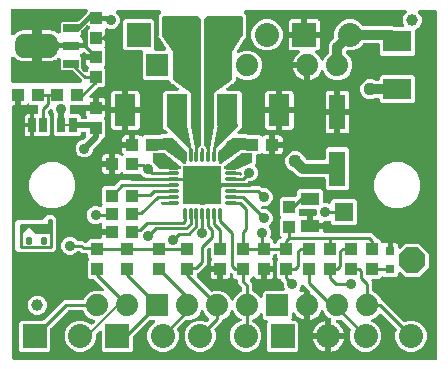
<source format=gbr>
G04 EAGLE Gerber RS-274X export*
G75*
%MOMM*%
%FSLAX34Y34*%
%LPD*%
%INTop Copper*%
%IPPOS*%
%AMOC8*
5,1,8,0,0,1.08239X$1,22.5*%
G01*
%ADD10R,1.100000X1.000000*%
%ADD11R,1.000000X1.100000*%
%ADD12R,0.800000X0.800000*%
%ADD13R,1.400000X0.800000*%
%ADD14C,1.524000*%
%ADD15C,0.203200*%
%ADD16R,0.635000X1.270000*%
%ADD17C,0.254000*%
%ADD18R,1.600200X1.092200*%
%ADD19R,1.600200X1.600200*%
%ADD20P,2.336880X8X22.500000*%
%ADD21C,1.879600*%
%ADD22R,1.879600X1.879600*%
%ADD23R,1.800000X2.700000*%
%ADD24C,0.300000*%
%ADD25R,3.175000X3.175000*%
%ADD26R,2.400000X1.800000*%
%ADD27R,1.400000X3.000000*%
%ADD28R,2.032000X2.032000*%
%ADD29C,2.032000*%
%ADD30C,0.203200*%
%ADD31C,1.000000*%
%ADD32C,0.304800*%
%ADD33C,0.889000*%
%ADD34C,0.508000*%
%ADD35C,0.812800*%
%ADD36C,0.406400*%
%ADD37C,1.108000*%

G36*
X362830Y4334D02*
X362830Y4334D01*
X362949Y4341D01*
X362987Y4354D01*
X363028Y4359D01*
X363138Y4402D01*
X363251Y4439D01*
X363286Y4461D01*
X363323Y4476D01*
X363419Y4545D01*
X363520Y4609D01*
X363548Y4639D01*
X363581Y4662D01*
X363657Y4754D01*
X363738Y4841D01*
X363758Y4876D01*
X363783Y4907D01*
X363834Y5015D01*
X363892Y5119D01*
X363902Y5159D01*
X363919Y5195D01*
X363941Y5312D01*
X363971Y5427D01*
X363975Y5487D01*
X363979Y5507D01*
X363977Y5528D01*
X363981Y5588D01*
X363981Y299212D01*
X363966Y299330D01*
X363959Y299449D01*
X363946Y299487D01*
X363941Y299528D01*
X363898Y299638D01*
X363861Y299751D01*
X363839Y299786D01*
X363824Y299823D01*
X363755Y299919D01*
X363691Y300020D01*
X363661Y300048D01*
X363638Y300081D01*
X363546Y300157D01*
X363459Y300238D01*
X363424Y300258D01*
X363393Y300283D01*
X363285Y300334D01*
X363181Y300392D01*
X363141Y300402D01*
X363105Y300419D01*
X362988Y300441D01*
X362873Y300471D01*
X362813Y300475D01*
X362793Y300479D01*
X362772Y300477D01*
X362712Y300481D01*
X348966Y300481D01*
X348828Y300464D01*
X348689Y300451D01*
X348670Y300444D01*
X348650Y300441D01*
X348521Y300390D01*
X348390Y300343D01*
X348373Y300332D01*
X348354Y300324D01*
X348242Y300243D01*
X348127Y300165D01*
X348113Y300149D01*
X348097Y300138D01*
X348008Y300030D01*
X347916Y299926D01*
X347907Y299908D01*
X347894Y299893D01*
X347835Y299767D01*
X347772Y299643D01*
X347767Y299623D01*
X347759Y299605D01*
X347733Y299468D01*
X347702Y299333D01*
X347703Y299312D01*
X347699Y299293D01*
X347708Y299154D01*
X347712Y299015D01*
X347717Y298995D01*
X347719Y298975D01*
X347761Y298843D01*
X347800Y298709D01*
X347810Y298692D01*
X347817Y298673D01*
X347891Y298555D01*
X347962Y298435D01*
X347980Y298414D01*
X347987Y298404D01*
X348002Y298390D01*
X348068Y298315D01*
X349723Y296659D01*
X350949Y293701D01*
X350949Y290499D01*
X349723Y287541D01*
X347459Y285277D01*
X346032Y284686D01*
X346007Y284671D01*
X345979Y284662D01*
X345869Y284592D01*
X345756Y284528D01*
X345735Y284507D01*
X345710Y284492D01*
X345621Y284397D01*
X345528Y284307D01*
X345512Y284282D01*
X345492Y284260D01*
X345429Y284146D01*
X345361Y284036D01*
X345353Y284007D01*
X345338Y283982D01*
X345306Y283856D01*
X345268Y283732D01*
X345266Y283702D01*
X345259Y283674D01*
X345249Y283513D01*
X345249Y263987D01*
X343463Y262201D01*
X316937Y262201D01*
X315151Y263987D01*
X315151Y271418D01*
X315136Y271536D01*
X315129Y271655D01*
X315116Y271693D01*
X315111Y271734D01*
X315068Y271844D01*
X315031Y271957D01*
X315009Y271992D01*
X314994Y272029D01*
X314925Y272125D01*
X314861Y272226D01*
X314831Y272254D01*
X314808Y272287D01*
X314716Y272363D01*
X314629Y272444D01*
X314594Y272464D01*
X314563Y272489D01*
X314455Y272540D01*
X314351Y272598D01*
X314311Y272608D01*
X314275Y272625D01*
X314158Y272647D01*
X314043Y272677D01*
X313983Y272681D01*
X313963Y272685D01*
X313942Y272683D01*
X313882Y272687D01*
X301971Y272687D01*
X301873Y272675D01*
X301774Y272672D01*
X301716Y272655D01*
X301655Y272647D01*
X301563Y272611D01*
X301468Y272583D01*
X301416Y272553D01*
X301360Y272530D01*
X301280Y272472D01*
X301194Y272422D01*
X301119Y272356D01*
X301102Y272344D01*
X301095Y272334D01*
X301074Y272316D01*
X297360Y268602D01*
X292505Y266591D01*
X287782Y266591D01*
X287664Y266576D01*
X287545Y266569D01*
X287507Y266556D01*
X287466Y266551D01*
X287356Y266508D01*
X287243Y266471D01*
X287208Y266449D01*
X287171Y266434D01*
X287075Y266365D01*
X286974Y266301D01*
X286946Y266271D01*
X286913Y266248D01*
X286837Y266156D01*
X286756Y266069D01*
X286736Y266034D01*
X286711Y266003D01*
X286660Y265895D01*
X286602Y265791D01*
X286592Y265751D01*
X286575Y265715D01*
X286553Y265598D01*
X286523Y265483D01*
X286519Y265423D01*
X286515Y265403D01*
X286517Y265382D01*
X286513Y265322D01*
X286513Y265015D01*
X286525Y264917D01*
X286528Y264818D01*
X286545Y264760D01*
X286553Y264700D01*
X286589Y264608D01*
X286617Y264513D01*
X286647Y264460D01*
X286670Y264404D01*
X286728Y264324D01*
X286778Y264239D01*
X286844Y264163D01*
X286856Y264147D01*
X286866Y264139D01*
X286884Y264118D01*
X289952Y261050D01*
X291847Y256476D01*
X291847Y251524D01*
X289952Y246950D01*
X286450Y243448D01*
X281876Y241553D01*
X276924Y241553D01*
X272350Y243448D01*
X268848Y246950D01*
X267894Y249253D01*
X267879Y249279D01*
X267870Y249308D01*
X267801Y249416D01*
X267737Y249529D01*
X267715Y249551D01*
X267699Y249576D01*
X267605Y249664D01*
X267515Y249757D01*
X267490Y249773D01*
X267467Y249794D01*
X267354Y249856D01*
X267244Y249924D01*
X267215Y249933D01*
X267189Y249947D01*
X267064Y249979D01*
X266940Y250017D01*
X266910Y250019D01*
X266881Y250026D01*
X266751Y250026D01*
X266623Y250032D01*
X266593Y250026D01*
X266563Y250026D01*
X266438Y249994D01*
X266311Y249968D01*
X266284Y249955D01*
X266255Y249947D01*
X266142Y249885D01*
X266025Y249828D01*
X266002Y249809D01*
X265976Y249794D01*
X265882Y249706D01*
X265783Y249622D01*
X265766Y249597D01*
X265744Y249577D01*
X265675Y249468D01*
X265600Y249362D01*
X265590Y249334D01*
X265573Y249308D01*
X265555Y249262D01*
X264645Y247476D01*
X263494Y245892D01*
X262108Y244506D01*
X260524Y243355D01*
X258778Y242465D01*
X256915Y241860D01*
X256539Y241800D01*
X256539Y252730D01*
X256524Y252848D01*
X256517Y252967D01*
X256504Y253005D01*
X256499Y253045D01*
X256456Y253156D01*
X256419Y253269D01*
X256397Y253303D01*
X256382Y253341D01*
X256312Y253437D01*
X256249Y253538D01*
X256219Y253566D01*
X256195Y253598D01*
X256104Y253674D01*
X256017Y253756D01*
X255982Y253775D01*
X255951Y253801D01*
X255843Y253852D01*
X255739Y253909D01*
X255699Y253920D01*
X255663Y253937D01*
X255546Y253959D01*
X255431Y253989D01*
X255370Y253993D01*
X255350Y253997D01*
X255330Y253995D01*
X255270Y253999D01*
X253999Y253999D01*
X253999Y255270D01*
X253984Y255388D01*
X253977Y255507D01*
X253964Y255545D01*
X253959Y255585D01*
X253915Y255696D01*
X253879Y255809D01*
X253857Y255844D01*
X253842Y255881D01*
X253772Y255977D01*
X253709Y256078D01*
X253679Y256106D01*
X253655Y256139D01*
X253564Y256214D01*
X253477Y256296D01*
X253442Y256316D01*
X253410Y256341D01*
X253303Y256392D01*
X253198Y256450D01*
X253159Y256460D01*
X253123Y256477D01*
X253006Y256499D01*
X252891Y256529D01*
X252830Y256533D01*
X252810Y256537D01*
X252790Y256535D01*
X252730Y256539D01*
X241800Y256539D01*
X241860Y256915D01*
X242465Y258778D01*
X243355Y260524D01*
X244506Y262108D01*
X245891Y263494D01*
X246994Y264295D01*
X247053Y264350D01*
X247117Y264396D01*
X247168Y264458D01*
X247226Y264513D01*
X247269Y264580D01*
X247320Y264641D01*
X247354Y264714D01*
X247397Y264781D01*
X247421Y264857D01*
X247455Y264929D01*
X247470Y265008D01*
X247495Y265084D01*
X247500Y265163D01*
X247515Y265242D01*
X247510Y265321D01*
X247515Y265401D01*
X247500Y265479D01*
X247495Y265559D01*
X247471Y265635D01*
X247456Y265714D01*
X247422Y265786D01*
X247397Y265861D01*
X247355Y265929D01*
X247321Y266001D01*
X247270Y266063D01*
X247227Y266130D01*
X247169Y266185D01*
X247118Y266247D01*
X247054Y266294D01*
X246996Y266348D01*
X246926Y266387D01*
X246861Y266434D01*
X246787Y266463D01*
X246717Y266502D01*
X246640Y266522D01*
X246565Y266551D01*
X246486Y266561D01*
X246409Y266581D01*
X246251Y266591D01*
X246250Y266591D01*
X246249Y266591D01*
X246248Y266591D01*
X240761Y266591D01*
X239985Y266799D01*
X239290Y267200D01*
X238722Y267768D01*
X238321Y268463D01*
X238113Y269239D01*
X238113Y277261D01*
X250052Y277261D01*
X250170Y277276D01*
X250289Y277283D01*
X250327Y277296D01*
X250367Y277301D01*
X250478Y277344D01*
X250591Y277381D01*
X250625Y277403D01*
X250663Y277418D01*
X250759Y277488D01*
X250860Y277551D01*
X250888Y277581D01*
X250920Y277604D01*
X250996Y277696D01*
X251078Y277783D01*
X251097Y277818D01*
X251123Y277849D01*
X251174Y277957D01*
X251231Y278061D01*
X251242Y278101D01*
X251259Y278137D01*
X251281Y278254D01*
X251311Y278369D01*
X251315Y278429D01*
X251319Y278450D01*
X251317Y278470D01*
X251321Y278530D01*
X251321Y279801D01*
X251323Y279801D01*
X251323Y278530D01*
X251338Y278412D01*
X251345Y278293D01*
X251358Y278255D01*
X251363Y278214D01*
X251407Y278104D01*
X251443Y277991D01*
X251465Y277956D01*
X251480Y277919D01*
X251550Y277823D01*
X251613Y277722D01*
X251643Y277694D01*
X251667Y277661D01*
X251758Y277586D01*
X251845Y277504D01*
X251880Y277484D01*
X251912Y277459D01*
X252019Y277408D01*
X252124Y277350D01*
X252163Y277340D01*
X252199Y277323D01*
X252316Y277301D01*
X252431Y277271D01*
X252492Y277267D01*
X252512Y277263D01*
X252532Y277265D01*
X252592Y277261D01*
X264531Y277261D01*
X264531Y269239D01*
X264323Y268463D01*
X263922Y267768D01*
X263354Y267200D01*
X262659Y266799D01*
X261883Y266591D01*
X261752Y266591D01*
X261673Y266581D01*
X261593Y266581D01*
X261515Y266561D01*
X261436Y266551D01*
X261362Y266522D01*
X261285Y266502D01*
X261215Y266464D01*
X261140Y266434D01*
X261076Y266388D01*
X261006Y266349D01*
X260948Y266295D01*
X260883Y266248D01*
X260832Y266186D01*
X260774Y266132D01*
X260731Y266064D01*
X260680Y266003D01*
X260646Y265931D01*
X260604Y265863D01*
X260579Y265787D01*
X260545Y265715D01*
X260530Y265637D01*
X260505Y265561D01*
X260500Y265481D01*
X260485Y265403D01*
X260490Y265323D01*
X260485Y265243D01*
X260500Y265165D01*
X260505Y265085D01*
X260529Y265009D01*
X260544Y264931D01*
X260578Y264859D01*
X260603Y264783D01*
X260645Y264715D01*
X260679Y264643D01*
X260730Y264581D01*
X260773Y264514D01*
X260831Y264459D01*
X260882Y264398D01*
X261004Y264297D01*
X261004Y264296D01*
X261005Y264296D01*
X261006Y264295D01*
X262109Y263494D01*
X263494Y262108D01*
X264645Y260524D01*
X265580Y258689D01*
X265598Y258662D01*
X265649Y258554D01*
X265669Y258530D01*
X265683Y258504D01*
X265770Y258408D01*
X265852Y258308D01*
X265876Y258291D01*
X265897Y258268D01*
X266005Y258197D01*
X266109Y258121D01*
X266137Y258110D01*
X266162Y258094D01*
X266284Y258052D01*
X266405Y258004D01*
X266435Y258000D01*
X266463Y257990D01*
X266592Y257980D01*
X266720Y257964D01*
X266750Y257968D01*
X266780Y257965D01*
X266908Y257987D01*
X267036Y258003D01*
X267064Y258014D01*
X267094Y258020D01*
X267211Y258073D01*
X267331Y258120D01*
X267356Y258138D01*
X267384Y258150D01*
X267485Y258231D01*
X267589Y258307D01*
X267608Y258330D01*
X267632Y258349D01*
X267710Y258452D01*
X267792Y258551D01*
X267805Y258579D01*
X267823Y258603D01*
X267894Y258747D01*
X268848Y261050D01*
X271916Y264118D01*
X271976Y264196D01*
X272044Y264268D01*
X272073Y264321D01*
X272110Y264369D01*
X272150Y264460D01*
X272198Y264547D01*
X272213Y264605D01*
X272237Y264661D01*
X272252Y264759D01*
X272277Y264855D01*
X272283Y264955D01*
X272287Y264975D01*
X272285Y264987D01*
X272287Y265015D01*
X272287Y270737D01*
X273370Y273351D01*
X276298Y276278D01*
X276358Y276357D01*
X276426Y276429D01*
X276455Y276482D01*
X276492Y276530D01*
X276532Y276621D01*
X276580Y276707D01*
X276595Y276766D01*
X276619Y276822D01*
X276634Y276920D01*
X276659Y277015D01*
X276665Y277115D01*
X276669Y277136D01*
X276667Y277148D01*
X276669Y277176D01*
X276669Y282427D01*
X278680Y287282D01*
X282396Y290998D01*
X287251Y293009D01*
X292505Y293009D01*
X297360Y290998D01*
X301074Y287284D01*
X301152Y287224D01*
X301224Y287156D01*
X301277Y287127D01*
X301325Y287090D01*
X301416Y287050D01*
X301502Y287002D01*
X301561Y286987D01*
X301617Y286963D01*
X301715Y286948D01*
X301810Y286923D01*
X301910Y286917D01*
X301931Y286913D01*
X301943Y286915D01*
X301971Y286913D01*
X326065Y286913D01*
X327314Y286395D01*
X327323Y286393D01*
X327331Y286388D01*
X327476Y286351D01*
X327621Y286311D01*
X327630Y286311D01*
X327639Y286309D01*
X327800Y286299D01*
X334692Y286299D01*
X334741Y286305D01*
X334790Y286303D01*
X334898Y286325D01*
X335007Y286339D01*
X335053Y286357D01*
X335102Y286367D01*
X335201Y286415D01*
X335303Y286456D01*
X335343Y286485D01*
X335388Y286507D01*
X335471Y286578D01*
X335560Y286642D01*
X335592Y286681D01*
X335630Y286713D01*
X335693Y286803D01*
X335763Y286887D01*
X335784Y286932D01*
X335813Y286973D01*
X335852Y287076D01*
X335898Y287175D01*
X335908Y287224D01*
X335925Y287270D01*
X335938Y287380D01*
X335958Y287487D01*
X335955Y287537D01*
X335961Y287586D01*
X335945Y287695D01*
X335938Y287805D01*
X335923Y287852D01*
X335916Y287901D01*
X335864Y288054D01*
X334851Y290499D01*
X334851Y293701D01*
X336077Y296659D01*
X337732Y298315D01*
X337817Y298424D01*
X337906Y298531D01*
X337914Y298550D01*
X337927Y298566D01*
X337982Y298694D01*
X338041Y298819D01*
X338045Y298839D01*
X338053Y298858D01*
X338075Y298996D01*
X338101Y299132D01*
X338100Y299152D01*
X338103Y299172D01*
X338090Y299311D01*
X338081Y299449D01*
X338075Y299468D01*
X338073Y299488D01*
X338026Y299620D01*
X337983Y299751D01*
X337972Y299769D01*
X337966Y299788D01*
X337888Y299903D01*
X337813Y300020D01*
X337798Y300034D01*
X337787Y300051D01*
X337683Y300143D01*
X337582Y300238D01*
X337564Y300248D01*
X337549Y300261D01*
X337424Y300325D01*
X337303Y300392D01*
X337283Y300397D01*
X337265Y300406D01*
X337130Y300436D01*
X336995Y300471D01*
X336967Y300473D01*
X336955Y300476D01*
X336935Y300475D01*
X336834Y300481D01*
X201218Y300481D01*
X201081Y300464D01*
X200942Y300451D01*
X200923Y300444D01*
X200903Y300441D01*
X200774Y300390D01*
X200643Y300343D01*
X200626Y300332D01*
X200607Y300324D01*
X200495Y300243D01*
X200380Y300165D01*
X200366Y300149D01*
X200350Y300138D01*
X200261Y300030D01*
X200169Y299926D01*
X200160Y299908D01*
X200147Y299893D01*
X200088Y299767D01*
X200025Y299643D01*
X200020Y299623D01*
X200011Y299605D01*
X199985Y299469D01*
X199955Y299333D01*
X199955Y299312D01*
X199952Y299293D01*
X199960Y299154D01*
X199965Y299015D01*
X199970Y298995D01*
X199971Y298975D01*
X200014Y298843D01*
X200053Y298709D01*
X200063Y298692D01*
X200069Y298673D01*
X200144Y298555D01*
X200214Y298435D01*
X200233Y298414D01*
X200240Y298404D01*
X200255Y298390D01*
X200321Y298315D01*
X202185Y296451D01*
X202185Y280261D01*
X202193Y280199D01*
X202191Y280135D01*
X202217Y279976D01*
X202459Y278927D01*
X202378Y278797D01*
X202330Y278693D01*
X202274Y278593D01*
X202263Y278549D01*
X202244Y278508D01*
X202224Y278396D01*
X202195Y278285D01*
X202191Y278217D01*
X202187Y278195D01*
X202188Y278176D01*
X202185Y278124D01*
X202185Y277970D01*
X201424Y277209D01*
X201385Y277159D01*
X201339Y277115D01*
X201245Y276985D01*
X194642Y266420D01*
X194606Y266342D01*
X194562Y266270D01*
X194540Y266199D01*
X194508Y266131D01*
X194493Y266047D01*
X194468Y265966D01*
X194464Y265892D01*
X194451Y265818D01*
X194457Y265733D01*
X194453Y265648D01*
X194468Y265575D01*
X194473Y265501D01*
X194500Y265420D01*
X194517Y265337D01*
X194550Y265270D01*
X194573Y265199D01*
X194619Y265128D01*
X194657Y265051D01*
X194705Y264994D01*
X194745Y264932D01*
X194808Y264874D01*
X194863Y264809D01*
X194924Y264766D01*
X194979Y264716D01*
X195054Y264675D01*
X195123Y264626D01*
X195193Y264599D01*
X195258Y264564D01*
X195341Y264543D01*
X195421Y264513D01*
X195495Y264505D01*
X195567Y264487D01*
X195652Y264487D01*
X195737Y264478D01*
X195810Y264488D01*
X195885Y264489D01*
X195967Y264510D01*
X196052Y264522D01*
X196182Y264567D01*
X196192Y264570D01*
X196196Y264572D01*
X196204Y264574D01*
X200724Y266447D01*
X205676Y266447D01*
X210250Y264552D01*
X213752Y261050D01*
X215647Y256476D01*
X215647Y251524D01*
X213752Y246950D01*
X210250Y243448D01*
X205676Y241553D01*
X200724Y241553D01*
X196149Y243448D01*
X195592Y244005D01*
X195553Y244035D01*
X195520Y244072D01*
X195428Y244133D01*
X195341Y244200D01*
X195296Y244220D01*
X195255Y244247D01*
X195151Y244283D01*
X195049Y244327D01*
X195001Y244334D01*
X194954Y244350D01*
X194844Y244359D01*
X194735Y244376D01*
X194686Y244372D01*
X194637Y244376D01*
X194528Y244357D01*
X194419Y244347D01*
X194372Y244330D01*
X194323Y244321D01*
X194223Y244276D01*
X194119Y244239D01*
X194079Y244211D01*
X194033Y244191D01*
X193947Y244122D01*
X193856Y244060D01*
X193823Y244023D01*
X193785Y243992D01*
X193719Y243904D01*
X193646Y243822D01*
X193623Y243778D01*
X193594Y243738D01*
X193551Y243637D01*
X193501Y243539D01*
X193490Y243490D01*
X193471Y243445D01*
X193438Y243287D01*
X193307Y242370D01*
X193307Y242361D01*
X193305Y242352D01*
X193295Y242191D01*
X193295Y240868D01*
X193259Y240821D01*
X193167Y240702D01*
X193163Y240693D01*
X193157Y240686D01*
X193100Y240548D01*
X193040Y240410D01*
X193039Y240401D01*
X193035Y240393D01*
X193023Y240334D01*
X191972Y239546D01*
X191965Y239539D01*
X191957Y239534D01*
X191836Y239428D01*
X190901Y238493D01*
X190841Y238484D01*
X190692Y238465D01*
X190684Y238462D01*
X190675Y238461D01*
X190536Y238404D01*
X190397Y238348D01*
X190389Y238343D01*
X190381Y238340D01*
X190246Y238251D01*
X185556Y234733D01*
X185505Y234685D01*
X185449Y234644D01*
X185392Y234575D01*
X185327Y234512D01*
X185291Y234453D01*
X185246Y234399D01*
X185208Y234317D01*
X185161Y234241D01*
X185140Y234174D01*
X185110Y234111D01*
X185094Y234023D01*
X185067Y233937D01*
X185064Y233867D01*
X185051Y233798D01*
X185056Y233709D01*
X185052Y233620D01*
X185066Y233551D01*
X185070Y233481D01*
X185098Y233396D01*
X185116Y233308D01*
X185147Y233245D01*
X185168Y233179D01*
X185216Y233103D01*
X185256Y233022D01*
X185301Y232969D01*
X185339Y232910D01*
X185404Y232848D01*
X185462Y232780D01*
X185519Y232740D01*
X185570Y232692D01*
X185649Y232649D01*
X185722Y232597D01*
X185787Y232572D01*
X185849Y232538D01*
X185935Y232516D01*
X186019Y232484D01*
X186089Y232476D01*
X186157Y232459D01*
X186317Y232449D01*
X196543Y232449D01*
X198329Y230663D01*
X198329Y205516D01*
X198331Y205502D01*
X198330Y205490D01*
X198331Y205428D01*
X198344Y205342D01*
X198347Y205255D01*
X198367Y205185D01*
X198375Y205131D01*
X198375Y203253D01*
X198376Y203245D01*
X198375Y203228D01*
X198412Y201387D01*
X198403Y201355D01*
X198379Y201299D01*
X198364Y201201D01*
X198354Y201162D01*
X196507Y199316D01*
X196474Y199311D01*
X196370Y199270D01*
X196264Y199237D01*
X196223Y199212D01*
X196178Y199194D01*
X196088Y199129D01*
X195993Y199070D01*
X195938Y199020D01*
X195921Y199008D01*
X195909Y198994D01*
X195874Y198962D01*
X194934Y197983D01*
X194859Y197882D01*
X194778Y197785D01*
X194764Y197755D01*
X194744Y197728D01*
X194696Y197611D01*
X194642Y197497D01*
X194636Y197465D01*
X194624Y197434D01*
X194606Y197309D01*
X194583Y197184D01*
X194585Y197152D01*
X194580Y197119D01*
X194595Y196993D01*
X194602Y196867D01*
X194613Y196836D01*
X194616Y196803D01*
X194661Y196685D01*
X194700Y196565D01*
X194718Y196537D01*
X194730Y196506D01*
X194803Y196403D01*
X194871Y196296D01*
X194895Y196273D01*
X194914Y196246D01*
X195010Y196165D01*
X195102Y196078D01*
X195131Y196062D01*
X195156Y196041D01*
X195270Y195986D01*
X195381Y195924D01*
X195413Y195916D01*
X195442Y195902D01*
X195566Y195877D01*
X195689Y195845D01*
X195736Y195842D01*
X195754Y195838D01*
X195776Y195839D01*
X195849Y195835D01*
X196395Y195835D01*
X196549Y195854D01*
X196706Y195873D01*
X196708Y195874D01*
X196711Y195875D01*
X196855Y195932D01*
X197002Y195989D01*
X197005Y195991D01*
X197006Y195992D01*
X197010Y195994D01*
X197101Y196052D01*
X198345Y195851D01*
X198366Y195850D01*
X198387Y195845D01*
X198547Y195835D01*
X199812Y195835D01*
X199901Y195766D01*
X200022Y195671D01*
X200024Y195670D01*
X200026Y195669D01*
X200172Y195605D01*
X200313Y195544D01*
X200316Y195543D01*
X200318Y195543D01*
X200322Y195542D01*
X200470Y195508D01*
X205140Y194755D01*
X205162Y194754D01*
X205182Y194749D01*
X205343Y194739D01*
X214163Y194739D01*
X215002Y193899D01*
X215096Y193826D01*
X215186Y193747D01*
X215222Y193729D01*
X215254Y193704D01*
X215363Y193657D01*
X215469Y193603D01*
X215508Y193594D01*
X215546Y193578D01*
X215663Y193559D01*
X215779Y193533D01*
X215820Y193534D01*
X215860Y193528D01*
X215978Y193539D01*
X216097Y193543D01*
X216136Y193554D01*
X216176Y193558D01*
X216289Y193598D01*
X216403Y193631D01*
X216437Y193652D01*
X216476Y193665D01*
X216574Y193732D01*
X216677Y193793D01*
X216722Y193833D01*
X216739Y193844D01*
X216752Y193859D01*
X216797Y193899D01*
X217028Y194130D01*
X217723Y194531D01*
X218499Y194739D01*
X221901Y194739D01*
X221901Y187920D01*
X221916Y187802D01*
X221923Y187683D01*
X221935Y187645D01*
X221941Y187605D01*
X221984Y187494D01*
X222021Y187381D01*
X222043Y187347D01*
X222058Y187309D01*
X222127Y187213D01*
X222191Y187112D01*
X222221Y187084D01*
X222244Y187052D01*
X222336Y186976D01*
X222423Y186894D01*
X222458Y186875D01*
X222489Y186849D01*
X222597Y186798D01*
X222701Y186741D01*
X222741Y186731D01*
X222777Y186713D01*
X222884Y186693D01*
X222854Y186689D01*
X222744Y186645D01*
X222631Y186609D01*
X222596Y186587D01*
X222559Y186572D01*
X222462Y186502D01*
X222362Y186439D01*
X222334Y186409D01*
X222301Y186385D01*
X222225Y186294D01*
X222144Y186207D01*
X222124Y186172D01*
X222099Y186140D01*
X222048Y186033D01*
X221990Y185928D01*
X221980Y185889D01*
X221963Y185853D01*
X221941Y185736D01*
X221911Y185620D01*
X221907Y185560D01*
X221903Y185540D01*
X221905Y185520D01*
X221901Y185460D01*
X221901Y178641D01*
X218499Y178641D01*
X217723Y178849D01*
X217028Y179250D01*
X216797Y179481D01*
X216703Y179554D01*
X216614Y179633D01*
X216578Y179651D01*
X216546Y179676D01*
X216437Y179723D01*
X216331Y179777D01*
X216292Y179786D01*
X216254Y179802D01*
X216137Y179821D01*
X216021Y179847D01*
X215980Y179846D01*
X215940Y179852D01*
X215822Y179841D01*
X215703Y179837D01*
X215664Y179826D01*
X215624Y179822D01*
X215512Y179782D01*
X215397Y179749D01*
X215362Y179728D01*
X215324Y179715D01*
X215226Y179648D01*
X215123Y179587D01*
X215078Y179548D01*
X215061Y179536D01*
X215048Y179521D01*
X215002Y179481D01*
X214163Y178641D01*
X211582Y178641D01*
X211464Y178626D01*
X211345Y178619D01*
X211307Y178606D01*
X211266Y178601D01*
X211156Y178558D01*
X211043Y178521D01*
X211008Y178499D01*
X210971Y178484D01*
X210875Y178415D01*
X210774Y178351D01*
X210746Y178321D01*
X210713Y178298D01*
X210637Y178206D01*
X210556Y178119D01*
X210536Y178084D01*
X210511Y178053D01*
X210460Y177945D01*
X210402Y177841D01*
X210392Y177801D01*
X210375Y177765D01*
X210353Y177648D01*
X210323Y177533D01*
X210319Y177473D01*
X210315Y177453D01*
X210317Y177432D01*
X210313Y177372D01*
X210313Y173321D01*
X210315Y173301D01*
X210313Y173281D01*
X210335Y173144D01*
X210353Y173006D01*
X210360Y172987D01*
X210363Y172967D01*
X210418Y172815D01*
X210647Y172289D01*
X210401Y171664D01*
X210360Y171503D01*
X210323Y171360D01*
X210323Y171358D01*
X210322Y171356D01*
X210322Y171353D01*
X210313Y171199D01*
X210313Y170528D01*
X209985Y170200D01*
X209911Y170106D01*
X209833Y170017D01*
X209814Y169981D01*
X209790Y169949D01*
X209742Y169839D01*
X209688Y169734D01*
X209679Y169694D01*
X209663Y169657D01*
X209645Y169539D01*
X209619Y169423D01*
X209620Y169383D01*
X209613Y169343D01*
X209625Y169224D01*
X209628Y169105D01*
X209639Y169067D01*
X209643Y169026D01*
X209684Y168914D01*
X209717Y168800D01*
X209737Y168765D01*
X209751Y168727D01*
X209818Y168628D01*
X209878Y168526D01*
X209918Y168481D01*
X209929Y168464D01*
X209945Y168450D01*
X209985Y168405D01*
X210950Y167440D01*
X212091Y164686D01*
X212091Y161704D01*
X210950Y158950D01*
X208842Y156842D01*
X206088Y155701D01*
X204245Y155701D01*
X204146Y155689D01*
X204047Y155686D01*
X203989Y155669D01*
X203929Y155661D01*
X203837Y155625D01*
X203742Y155597D01*
X203690Y155567D01*
X203633Y155544D01*
X203553Y155486D01*
X203468Y155436D01*
X203393Y155370D01*
X203376Y155358D01*
X203368Y155348D01*
X203347Y155330D01*
X201903Y153885D01*
X201818Y153776D01*
X201729Y153669D01*
X201721Y153650D01*
X201708Y153634D01*
X201653Y153506D01*
X201594Y153381D01*
X201590Y153361D01*
X201582Y153342D01*
X201560Y153204D01*
X201534Y153068D01*
X201535Y153048D01*
X201532Y153028D01*
X201545Y152889D01*
X201554Y152751D01*
X201560Y152732D01*
X201562Y152712D01*
X201609Y152580D01*
X201652Y152449D01*
X201662Y152431D01*
X201669Y152412D01*
X201747Y152297D01*
X201822Y152180D01*
X201837Y152166D01*
X201848Y152149D01*
X201952Y152057D01*
X202053Y151962D01*
X202071Y151952D01*
X202086Y151939D01*
X202210Y151875D01*
X202332Y151808D01*
X202352Y151803D01*
X202370Y151794D01*
X202505Y151764D01*
X202640Y151729D01*
X202668Y151727D01*
X202680Y151724D01*
X202700Y151725D01*
X202801Y151719D01*
X213799Y151719D01*
X215412Y150105D01*
X215490Y150045D01*
X215563Y149977D01*
X215616Y149948D01*
X215663Y149911D01*
X215754Y149871D01*
X215841Y149823D01*
X215900Y149808D01*
X215955Y149784D01*
X216053Y149769D01*
X216149Y149744D01*
X216249Y149738D01*
X216269Y149734D01*
X216282Y149736D01*
X216310Y149734D01*
X218661Y149734D01*
X221415Y148593D01*
X223523Y146485D01*
X224664Y143731D01*
X224664Y140749D01*
X223523Y137995D01*
X221415Y135887D01*
X218661Y134746D01*
X216056Y134746D01*
X215918Y134729D01*
X215779Y134716D01*
X215760Y134709D01*
X215740Y134706D01*
X215611Y134655D01*
X215480Y134608D01*
X215463Y134597D01*
X215444Y134589D01*
X215332Y134508D01*
X215217Y134430D01*
X215203Y134414D01*
X215187Y134403D01*
X215098Y134295D01*
X215006Y134191D01*
X214997Y134173D01*
X214984Y134158D01*
X214925Y134032D01*
X214862Y133908D01*
X214857Y133888D01*
X214849Y133870D01*
X214823Y133733D01*
X214792Y133598D01*
X214793Y133577D01*
X214789Y133558D01*
X214798Y133419D01*
X214802Y133280D01*
X214807Y133260D01*
X214809Y133240D01*
X214852Y133108D01*
X214890Y132974D01*
X214900Y132957D01*
X214907Y132938D01*
X214981Y132820D01*
X215052Y132700D01*
X215070Y132679D01*
X215077Y132669D01*
X215092Y132655D01*
X215158Y132579D01*
X215412Y132325D01*
X215490Y132265D01*
X215563Y132197D01*
X215616Y132168D01*
X215663Y132131D01*
X215754Y132091D01*
X215841Y132043D01*
X215900Y132028D01*
X215955Y132004D01*
X216053Y131989D01*
X216149Y131964D01*
X216249Y131958D01*
X216269Y131954D01*
X216282Y131956D01*
X216310Y131954D01*
X218661Y131954D01*
X221415Y130813D01*
X223523Y128705D01*
X224664Y125951D01*
X224664Y122969D01*
X223523Y120215D01*
X221807Y118500D01*
X221734Y118405D01*
X221655Y118316D01*
X221637Y118280D01*
X221612Y118248D01*
X221565Y118139D01*
X221511Y118033D01*
X221502Y117994D01*
X221486Y117956D01*
X221467Y117839D01*
X221441Y117723D01*
X221442Y117682D01*
X221436Y117642D01*
X221447Y117524D01*
X221451Y117405D01*
X221462Y117366D01*
X221466Y117326D01*
X221506Y117213D01*
X221539Y117099D01*
X221560Y117065D01*
X221573Y117026D01*
X221640Y116928D01*
X221701Y116825D01*
X221741Y116780D01*
X221752Y116763D01*
X221767Y116750D01*
X221807Y116705D01*
X222253Y116259D01*
X223394Y113505D01*
X223394Y110523D01*
X222752Y108974D01*
X222739Y108926D01*
X222718Y108881D01*
X222697Y108773D01*
X222668Y108667D01*
X222667Y108617D01*
X222658Y108568D01*
X222665Y108459D01*
X222663Y108349D01*
X222674Y108301D01*
X222678Y108251D01*
X222711Y108147D01*
X222737Y108040D01*
X222760Y107996D01*
X222776Y107949D01*
X222834Y107856D01*
X222886Y107759D01*
X222919Y107722D01*
X222946Y107680D01*
X223026Y107605D01*
X223100Y107523D01*
X223141Y107496D01*
X223177Y107462D01*
X223205Y107447D01*
X225219Y105433D01*
X225219Y104258D01*
X225234Y104140D01*
X225241Y104021D01*
X225254Y103983D01*
X225259Y103942D01*
X225302Y103832D01*
X225339Y103719D01*
X225361Y103684D01*
X225376Y103647D01*
X225445Y103551D01*
X225509Y103450D01*
X225539Y103422D01*
X225562Y103389D01*
X225654Y103313D01*
X225741Y103232D01*
X225776Y103212D01*
X225807Y103187D01*
X225915Y103136D01*
X226019Y103078D01*
X226059Y103068D01*
X226095Y103051D01*
X226212Y103029D01*
X226327Y102999D01*
X226387Y102995D01*
X226407Y102991D01*
X226428Y102993D01*
X226488Y102989D01*
X226902Y102989D01*
X227020Y103004D01*
X227139Y103011D01*
X227177Y103024D01*
X227218Y103029D01*
X227328Y103072D01*
X227441Y103109D01*
X227476Y103131D01*
X227513Y103146D01*
X227609Y103215D01*
X227710Y103279D01*
X227738Y103309D01*
X227771Y103332D01*
X227847Y103424D01*
X227928Y103511D01*
X227948Y103546D01*
X227973Y103577D01*
X228024Y103685D01*
X228082Y103789D01*
X228092Y103829D01*
X228109Y103865D01*
X228131Y103982D01*
X228161Y104097D01*
X228165Y104157D01*
X228169Y104177D01*
X228167Y104198D01*
X228171Y104258D01*
X228171Y105433D01*
X229957Y107219D01*
X230895Y107219D01*
X231033Y107236D01*
X231172Y107249D01*
X231191Y107256D01*
X231211Y107259D01*
X231340Y107310D01*
X231471Y107357D01*
X231488Y107368D01*
X231507Y107376D01*
X231619Y107457D01*
X231734Y107535D01*
X231748Y107551D01*
X231764Y107562D01*
X231853Y107670D01*
X231945Y107774D01*
X231954Y107792D01*
X231967Y107807D01*
X232026Y107933D01*
X232089Y108057D01*
X232094Y108077D01*
X232102Y108095D01*
X232128Y108232D01*
X232159Y108367D01*
X232158Y108388D01*
X232162Y108407D01*
X232154Y108546D01*
X232149Y108685D01*
X232144Y108705D01*
X232142Y108725D01*
X232100Y108857D01*
X232061Y108991D01*
X232051Y109008D01*
X232044Y109027D01*
X231970Y109145D01*
X231899Y109265D01*
X231881Y109286D01*
X231874Y109296D01*
X231859Y109310D01*
X231793Y109385D01*
X230711Y110467D01*
X230711Y123993D01*
X231551Y124832D01*
X231624Y124926D01*
X231703Y125016D01*
X231721Y125052D01*
X231746Y125084D01*
X231793Y125193D01*
X231847Y125299D01*
X231856Y125338D01*
X231872Y125376D01*
X231891Y125493D01*
X231917Y125609D01*
X231916Y125650D01*
X231922Y125690D01*
X231911Y125808D01*
X231907Y125927D01*
X231896Y125966D01*
X231892Y126006D01*
X231852Y126119D01*
X231819Y126233D01*
X231798Y126267D01*
X231785Y126306D01*
X231718Y126404D01*
X231657Y126507D01*
X231617Y126552D01*
X231606Y126569D01*
X231591Y126582D01*
X231551Y126627D01*
X230711Y127467D01*
X230711Y140993D01*
X232497Y142779D01*
X243977Y142779D01*
X244095Y142794D01*
X244214Y142801D01*
X244252Y142814D01*
X244293Y142819D01*
X244403Y142862D01*
X244516Y142899D01*
X244551Y142921D01*
X244588Y142936D01*
X244684Y143005D01*
X244785Y143069D01*
X244813Y143099D01*
X244846Y143122D01*
X244922Y143214D01*
X245003Y143301D01*
X245023Y143336D01*
X245048Y143367D01*
X245099Y143475D01*
X245157Y143579D01*
X245167Y143619D01*
X245184Y143655D01*
X245206Y143772D01*
X245236Y143887D01*
X245240Y143947D01*
X245244Y143967D01*
X245242Y143988D01*
X245246Y144048D01*
X245246Y147812D01*
X247032Y149598D01*
X265560Y149598D01*
X267346Y147812D01*
X267346Y138303D01*
X267361Y138185D01*
X267368Y138066D01*
X267381Y138028D01*
X267386Y137987D01*
X267429Y137877D01*
X267466Y137764D01*
X267488Y137729D01*
X267503Y137692D01*
X267572Y137596D01*
X267636Y137495D01*
X267666Y137467D01*
X267689Y137434D01*
X267781Y137358D01*
X267868Y137277D01*
X267903Y137257D01*
X267934Y137232D01*
X268042Y137181D01*
X268146Y137123D01*
X268186Y137113D01*
X268222Y137096D01*
X268339Y137074D01*
X268454Y137044D01*
X268514Y137040D01*
X268534Y137036D01*
X268555Y137038D01*
X268615Y137034D01*
X270731Y137034D01*
X271919Y136541D01*
X271967Y136528D01*
X272012Y136507D01*
X272120Y136486D01*
X272226Y136457D01*
X272276Y136457D01*
X272325Y136447D01*
X272434Y136454D01*
X272544Y136452D01*
X272592Y136464D01*
X272642Y136467D01*
X272746Y136501D01*
X272853Y136527D01*
X272897Y136550D01*
X272944Y136565D01*
X273037Y136624D01*
X273134Y136675D01*
X273171Y136709D01*
X273213Y136735D01*
X273288Y136815D01*
X273370Y136889D01*
X273397Y136931D01*
X273431Y136967D01*
X273484Y137063D01*
X273544Y137155D01*
X273561Y137202D01*
X273585Y137245D01*
X273612Y137352D01*
X273648Y137456D01*
X273652Y137505D01*
X273664Y137553D01*
X273674Y137714D01*
X273674Y138804D01*
X275460Y140590D01*
X293988Y140590D01*
X295774Y138804D01*
X295774Y120276D01*
X293988Y118490D01*
X275460Y118490D01*
X273674Y120276D01*
X273674Y121366D01*
X273668Y121415D01*
X273670Y121465D01*
X273648Y121572D01*
X273634Y121682D01*
X273616Y121728D01*
X273606Y121776D01*
X273558Y121875D01*
X273517Y121977D01*
X273488Y122017D01*
X273466Y122062D01*
X273395Y122146D01*
X273331Y122235D01*
X273292Y122266D01*
X273260Y122304D01*
X273170Y122367D01*
X273086Y122437D01*
X273041Y122459D01*
X273000Y122487D01*
X272897Y122526D01*
X272798Y122573D01*
X272749Y122582D01*
X272703Y122600D01*
X272593Y122612D01*
X272486Y122633D01*
X272436Y122630D01*
X272387Y122635D01*
X272278Y122620D01*
X272168Y122613D01*
X272121Y122598D01*
X272072Y122591D01*
X271919Y122539D01*
X270731Y122046D01*
X268615Y122046D01*
X268497Y122031D01*
X268378Y122024D01*
X268340Y122011D01*
X268299Y122006D01*
X268189Y121963D01*
X268076Y121926D01*
X268041Y121904D01*
X268004Y121889D01*
X267908Y121820D01*
X267807Y121756D01*
X267779Y121726D01*
X267746Y121703D01*
X267670Y121611D01*
X267589Y121524D01*
X267569Y121489D01*
X267544Y121458D01*
X267493Y121350D01*
X267435Y121246D01*
X267425Y121206D01*
X267408Y121170D01*
X267386Y121053D01*
X267356Y120938D01*
X267352Y120878D01*
X267348Y120858D01*
X267350Y120837D01*
X267346Y120777D01*
X267346Y120531D01*
X258835Y120531D01*
X258835Y126502D01*
X260488Y126502D01*
X260538Y126508D01*
X260588Y126506D01*
X260695Y126528D01*
X260803Y126542D01*
X260850Y126560D01*
X260900Y126570D01*
X260998Y126618D01*
X261099Y126659D01*
X261140Y126688D01*
X261185Y126710D01*
X261268Y126781D01*
X261356Y126845D01*
X261389Y126884D01*
X261427Y126917D01*
X261490Y127006D01*
X261559Y127090D01*
X261581Y127136D01*
X261610Y127177D01*
X261648Y127279D01*
X261695Y127378D01*
X261704Y127428D01*
X261722Y127475D01*
X261734Y127583D01*
X261754Y127690D01*
X261751Y127741D01*
X261757Y127791D01*
X261746Y127866D01*
X261746Y131186D01*
X261754Y131229D01*
X261748Y131337D01*
X261750Y131446D01*
X261738Y131496D01*
X261735Y131546D01*
X261701Y131650D01*
X261676Y131756D01*
X261652Y131800D01*
X261637Y131848D01*
X261578Y131941D01*
X261527Y132037D01*
X261494Y132074D01*
X261467Y132117D01*
X261387Y132192D01*
X261314Y132273D01*
X261272Y132300D01*
X261235Y132335D01*
X261139Y132388D01*
X261048Y132448D01*
X261001Y132464D01*
X260956Y132489D01*
X260851Y132516D01*
X260748Y132551D01*
X260697Y132555D01*
X260648Y132568D01*
X260488Y132578D01*
X248078Y132578D01*
X247960Y132563D01*
X247841Y132556D01*
X247803Y132543D01*
X247762Y132538D01*
X247652Y132495D01*
X247539Y132458D01*
X247504Y132436D01*
X247467Y132421D01*
X247371Y132352D01*
X247270Y132288D01*
X247242Y132258D01*
X247209Y132235D01*
X247133Y132143D01*
X247052Y132056D01*
X247032Y132021D01*
X247007Y131990D01*
X246956Y131882D01*
X246898Y131778D01*
X246888Y131738D01*
X246871Y131702D01*
X246849Y131585D01*
X246819Y131470D01*
X246815Y131410D01*
X246811Y131390D01*
X246813Y131369D01*
X246809Y131309D01*
X246809Y127771D01*
X246824Y127653D01*
X246831Y127534D01*
X246844Y127496D01*
X246849Y127455D01*
X246893Y127344D01*
X246929Y127232D01*
X246951Y127197D01*
X246966Y127160D01*
X247035Y127064D01*
X247099Y126963D01*
X247129Y126935D01*
X247152Y126902D01*
X247244Y126826D01*
X247331Y126745D01*
X247366Y126725D01*
X247397Y126700D01*
X247505Y126649D01*
X247609Y126591D01*
X247649Y126581D01*
X247685Y126564D01*
X247802Y126542D01*
X247917Y126512D01*
X247977Y126508D01*
X247997Y126504D01*
X248018Y126506D01*
X248078Y126502D01*
X253757Y126502D01*
X253757Y119262D01*
X253772Y119144D01*
X253779Y119025D01*
X253792Y118987D01*
X253797Y118947D01*
X253840Y118836D01*
X253877Y118723D01*
X253899Y118688D01*
X253914Y118651D01*
X253984Y118555D01*
X254047Y118454D01*
X254077Y118426D01*
X254101Y118394D01*
X254192Y118318D01*
X254279Y118236D01*
X254314Y118217D01*
X254345Y118191D01*
X254453Y118140D01*
X254557Y118083D01*
X254597Y118072D01*
X254633Y118055D01*
X254750Y118033D01*
X254865Y118003D01*
X254926Y117999D01*
X254946Y117995D01*
X254966Y117997D01*
X255026Y117993D01*
X256297Y117993D01*
X256297Y116722D01*
X256312Y116604D01*
X256319Y116485D01*
X256332Y116447D01*
X256337Y116407D01*
X256381Y116295D01*
X256417Y116183D01*
X256439Y116148D01*
X256454Y116111D01*
X256524Y116015D01*
X256587Y115914D01*
X256617Y115886D01*
X256641Y115853D01*
X256732Y115778D01*
X256819Y115696D01*
X256854Y115676D01*
X256886Y115651D01*
X256993Y115600D01*
X257097Y115542D01*
X257137Y115532D01*
X257173Y115515D01*
X257290Y115493D01*
X257405Y115463D01*
X257466Y115459D01*
X257486Y115455D01*
X257506Y115457D01*
X257566Y115453D01*
X267346Y115453D01*
X267346Y113538D01*
X267361Y113420D01*
X267368Y113301D01*
X267381Y113263D01*
X267386Y113222D01*
X267429Y113112D01*
X267466Y112999D01*
X267488Y112964D01*
X267503Y112927D01*
X267572Y112831D01*
X267636Y112730D01*
X267666Y112702D01*
X267689Y112669D01*
X267781Y112593D01*
X267868Y112512D01*
X267903Y112492D01*
X267934Y112467D01*
X268042Y112416D01*
X268146Y112358D01*
X268186Y112348D01*
X268222Y112331D01*
X268339Y112309D01*
X268454Y112279D01*
X268514Y112275D01*
X268534Y112271D01*
X268555Y112273D01*
X268615Y112269D01*
X307859Y112269D01*
X312537Y107590D01*
X312615Y107530D01*
X312688Y107462D01*
X312741Y107433D01*
X312788Y107396D01*
X312879Y107356D01*
X312966Y107308D01*
X313025Y107293D01*
X313080Y107269D01*
X313178Y107254D01*
X313274Y107229D01*
X313374Y107223D01*
X313394Y107219D01*
X313407Y107221D01*
X313435Y107219D01*
X314873Y107219D01*
X316659Y105433D01*
X316659Y104384D01*
X316675Y104252D01*
X316686Y104120D01*
X316695Y104095D01*
X316699Y104068D01*
X316747Y103945D01*
X316791Y103820D01*
X316806Y103797D01*
X316816Y103772D01*
X316893Y103665D01*
X316967Y103555D01*
X316987Y103537D01*
X317002Y103515D01*
X317105Y103431D01*
X317203Y103342D01*
X317227Y103329D01*
X317247Y103312D01*
X317367Y103256D01*
X317485Y103194D01*
X317511Y103188D01*
X317535Y103177D01*
X317665Y103152D01*
X317794Y103121D01*
X317821Y103122D01*
X317847Y103117D01*
X317979Y103125D01*
X318112Y103128D01*
X318138Y103135D01*
X318165Y103137D01*
X318291Y103178D01*
X318418Y103213D01*
X318453Y103230D01*
X318467Y103235D01*
X318486Y103246D01*
X318563Y103284D01*
X318927Y103495D01*
X319703Y103703D01*
X322105Y103703D01*
X322105Y97384D01*
X322120Y97266D01*
X322127Y97147D01*
X322139Y97109D01*
X322145Y97069D01*
X322188Y96958D01*
X322225Y96845D01*
X322247Y96811D01*
X322262Y96773D01*
X322331Y96677D01*
X322395Y96576D01*
X322425Y96548D01*
X322448Y96516D01*
X322540Y96440D01*
X322627Y96358D01*
X322662Y96339D01*
X322693Y96313D01*
X322801Y96262D01*
X322905Y96205D01*
X322945Y96195D01*
X322981Y96177D01*
X323098Y96155D01*
X323213Y96125D01*
X323273Y96121D01*
X323293Y96118D01*
X323314Y96119D01*
X323374Y96115D01*
X324834Y96115D01*
X324952Y96130D01*
X325071Y96137D01*
X325109Y96150D01*
X325150Y96155D01*
X325260Y96199D01*
X325373Y96235D01*
X325408Y96257D01*
X325445Y96272D01*
X325541Y96342D01*
X325642Y96405D01*
X325670Y96435D01*
X325703Y96459D01*
X325779Y96550D01*
X325860Y96637D01*
X325880Y96672D01*
X325905Y96704D01*
X325956Y96811D01*
X326014Y96916D01*
X326024Y96955D01*
X326041Y96991D01*
X326063Y97108D01*
X326093Y97224D01*
X326097Y97284D01*
X326101Y97304D01*
X326099Y97324D01*
X326103Y97384D01*
X326103Y103703D01*
X328505Y103703D01*
X329281Y103495D01*
X329976Y103094D01*
X330544Y102526D01*
X330945Y101831D01*
X331153Y101055D01*
X331153Y99795D01*
X331170Y99657D01*
X331183Y99519D01*
X331190Y99499D01*
X331193Y99479D01*
X331244Y99350D01*
X331291Y99219D01*
X331302Y99202D01*
X331310Y99184D01*
X331391Y99071D01*
X331469Y98956D01*
X331485Y98943D01*
X331496Y98926D01*
X331604Y98838D01*
X331708Y98746D01*
X331726Y98736D01*
X331741Y98724D01*
X331867Y98664D01*
X331991Y98601D01*
X332011Y98597D01*
X332029Y98588D01*
X332165Y98562D01*
X332301Y98531D01*
X332322Y98532D01*
X332341Y98528D01*
X332480Y98537D01*
X332619Y98541D01*
X332639Y98547D01*
X332659Y98548D01*
X332791Y98591D01*
X332925Y98629D01*
X332942Y98640D01*
X332961Y98646D01*
X333079Y98721D01*
X333199Y98791D01*
X333220Y98810D01*
X333230Y98816D01*
X333244Y98831D01*
X333319Y98897D01*
X337166Y102744D01*
X348634Y102744D01*
X356744Y94634D01*
X356744Y83166D01*
X348634Y75056D01*
X337166Y75056D01*
X333319Y78903D01*
X333210Y78988D01*
X333103Y79076D01*
X333084Y79085D01*
X333068Y79098D01*
X332940Y79153D01*
X332815Y79212D01*
X332795Y79216D01*
X332776Y79224D01*
X332638Y79246D01*
X332502Y79272D01*
X332482Y79271D01*
X332462Y79274D01*
X332323Y79261D01*
X332185Y79252D01*
X332166Y79246D01*
X332146Y79244D01*
X332014Y79197D01*
X331883Y79154D01*
X331865Y79143D01*
X331846Y79136D01*
X331731Y79058D01*
X331614Y78984D01*
X331600Y78969D01*
X331583Y78958D01*
X331491Y78853D01*
X331396Y78752D01*
X331386Y78735D01*
X331373Y78719D01*
X331309Y78595D01*
X331242Y78474D01*
X331237Y78454D01*
X331228Y78436D01*
X331198Y78300D01*
X331163Y78166D01*
X331161Y78138D01*
X331158Y78126D01*
X331159Y78105D01*
X331153Y78005D01*
X331153Y76391D01*
X329367Y74605D01*
X318841Y74605D01*
X318497Y74950D01*
X318403Y75023D01*
X318313Y75102D01*
X318277Y75120D01*
X318245Y75145D01*
X318136Y75192D01*
X318030Y75246D01*
X317991Y75255D01*
X317953Y75271D01*
X317836Y75290D01*
X317720Y75316D01*
X317679Y75315D01*
X317639Y75321D01*
X317521Y75310D01*
X317402Y75306D01*
X317363Y75295D01*
X317323Y75291D01*
X317211Y75251D01*
X317096Y75218D01*
X317061Y75197D01*
X317023Y75184D01*
X316925Y75117D01*
X316822Y75056D01*
X316777Y75016D01*
X316760Y75005D01*
X316747Y74990D01*
X316702Y74950D01*
X314873Y73121D01*
X309431Y73121D01*
X309293Y73104D01*
X309154Y73091D01*
X309135Y73084D01*
X309115Y73081D01*
X308986Y73030D01*
X308855Y72983D01*
X308838Y72972D01*
X308819Y72964D01*
X308707Y72883D01*
X308592Y72805D01*
X308578Y72789D01*
X308562Y72778D01*
X308473Y72670D01*
X308381Y72566D01*
X308372Y72548D01*
X308359Y72533D01*
X308300Y72407D01*
X308237Y72283D01*
X308232Y72263D01*
X308224Y72245D01*
X308198Y72108D01*
X308167Y71973D01*
X308168Y71952D01*
X308164Y71933D01*
X308173Y71794D01*
X308177Y71655D01*
X308182Y71635D01*
X308184Y71615D01*
X308226Y71483D01*
X308265Y71349D01*
X308275Y71332D01*
X308282Y71313D01*
X308356Y71195D01*
X308427Y71075D01*
X308445Y71054D01*
X308452Y71044D01*
X308467Y71030D01*
X308533Y70955D01*
X309119Y70369D01*
X309119Y63331D01*
X309122Y63302D01*
X309120Y63273D01*
X309142Y63145D01*
X309159Y63016D01*
X309169Y62989D01*
X309174Y62959D01*
X309228Y62841D01*
X309276Y62720D01*
X309293Y62696D01*
X309305Y62669D01*
X309386Y62568D01*
X309462Y62463D01*
X309485Y62444D01*
X309504Y62421D01*
X309607Y62343D01*
X309707Y62260D01*
X309734Y62247D01*
X309758Y62230D01*
X309902Y62159D01*
X311850Y61352D01*
X315352Y57850D01*
X316159Y55902D01*
X316173Y55877D01*
X316183Y55849D01*
X316252Y55739D01*
X316316Y55626D01*
X316337Y55605D01*
X316353Y55580D01*
X316447Y55491D01*
X316538Y55398D01*
X316563Y55382D01*
X316584Y55362D01*
X316698Y55299D01*
X316809Y55231D01*
X316837Y55223D01*
X316863Y55208D01*
X316989Y55176D01*
X317113Y55138D01*
X317142Y55136D01*
X317171Y55129D01*
X317331Y55119D01*
X317367Y55119D01*
X335388Y37098D01*
X335411Y37080D01*
X335430Y37058D01*
X335536Y36983D01*
X335639Y36903D01*
X335666Y36891D01*
X335690Y36874D01*
X335811Y36828D01*
X335931Y36777D01*
X335960Y36772D01*
X335987Y36762D01*
X336116Y36747D01*
X336245Y36727D01*
X336274Y36730D01*
X336303Y36726D01*
X336432Y36745D01*
X336561Y36757D01*
X336589Y36767D01*
X336618Y36771D01*
X336771Y36823D01*
X339151Y37809D01*
X344405Y37809D01*
X349260Y35798D01*
X352976Y32082D01*
X354987Y27227D01*
X354987Y21973D01*
X352976Y17118D01*
X349260Y13402D01*
X344405Y11391D01*
X339151Y11391D01*
X334296Y13402D01*
X330580Y17118D01*
X328569Y21973D01*
X328569Y27227D01*
X329555Y29607D01*
X329563Y29636D01*
X329576Y29662D01*
X329605Y29789D01*
X329639Y29914D01*
X329639Y29944D01*
X329646Y29972D01*
X329642Y30102D01*
X329644Y30232D01*
X329637Y30261D01*
X329636Y30290D01*
X329600Y30415D01*
X329570Y30541D01*
X329556Y30567D01*
X329548Y30596D01*
X329482Y30708D01*
X329421Y30822D01*
X329401Y30844D01*
X329386Y30870D01*
X329280Y30990D01*
X316834Y43437D01*
X316740Y43510D01*
X316651Y43588D01*
X316615Y43607D01*
X316583Y43631D01*
X316473Y43679D01*
X316367Y43733D01*
X316328Y43742D01*
X316291Y43758D01*
X316173Y43777D01*
X316057Y43803D01*
X316017Y43801D01*
X315977Y43808D01*
X315858Y43797D01*
X315739Y43793D01*
X315700Y43782D01*
X315660Y43778D01*
X315548Y43738D01*
X315434Y43704D01*
X315399Y43684D01*
X315361Y43670D01*
X315262Y43603D01*
X315160Y43543D01*
X315115Y43503D01*
X315098Y43492D01*
X315084Y43476D01*
X315039Y43437D01*
X311850Y40248D01*
X308736Y38958D01*
X308616Y38889D01*
X308493Y38824D01*
X308478Y38811D01*
X308460Y38801D01*
X308360Y38704D01*
X308257Y38610D01*
X308246Y38593D01*
X308232Y38579D01*
X308159Y38461D01*
X308083Y38345D01*
X308076Y38326D01*
X308065Y38308D01*
X308024Y38175D01*
X307979Y38044D01*
X307978Y38024D01*
X307972Y38004D01*
X307965Y37865D01*
X307954Y37727D01*
X307958Y37707D01*
X307957Y37687D01*
X307985Y37550D01*
X308008Y37414D01*
X308017Y37395D01*
X308021Y37375D01*
X308082Y37250D01*
X308139Y37124D01*
X308152Y37108D01*
X308161Y37090D01*
X308251Y36984D01*
X308338Y36875D01*
X308354Y36863D01*
X308367Y36848D01*
X308481Y36767D01*
X308592Y36684D01*
X308617Y36671D01*
X308627Y36664D01*
X308646Y36657D01*
X308736Y36613D01*
X310704Y35798D01*
X314420Y32082D01*
X316431Y27227D01*
X316431Y21973D01*
X314420Y17118D01*
X310704Y13402D01*
X305849Y11391D01*
X300595Y11391D01*
X295740Y13402D01*
X292024Y17118D01*
X290013Y21973D01*
X290013Y27227D01*
X290999Y29607D01*
X291007Y29636D01*
X291020Y29662D01*
X291049Y29789D01*
X291083Y29914D01*
X291083Y29944D01*
X291090Y29972D01*
X291086Y30102D01*
X291088Y30232D01*
X291081Y30261D01*
X291080Y30290D01*
X291044Y30415D01*
X291014Y30541D01*
X291000Y30567D01*
X290992Y30596D01*
X290926Y30708D01*
X290865Y30822D01*
X290845Y30844D01*
X290830Y30870D01*
X290724Y30990D01*
X283526Y38189D01*
X283502Y38207D01*
X283483Y38229D01*
X283377Y38304D01*
X283274Y38384D01*
X283247Y38395D01*
X283223Y38412D01*
X283102Y38458D01*
X282983Y38510D01*
X282953Y38515D01*
X282926Y38525D01*
X282797Y38539D01*
X282669Y38560D01*
X282639Y38557D01*
X282610Y38560D01*
X282481Y38542D01*
X282352Y38530D01*
X282324Y38520D01*
X282295Y38516D01*
X282142Y38464D01*
X281876Y38353D01*
X279167Y38353D01*
X279147Y38351D01*
X279128Y38353D01*
X278990Y38331D01*
X278852Y38313D01*
X278833Y38306D01*
X278813Y38303D01*
X278685Y38248D01*
X278556Y38196D01*
X278540Y38185D01*
X278521Y38177D01*
X278411Y38091D01*
X278299Y38010D01*
X278286Y37994D01*
X278270Y37982D01*
X278185Y37872D01*
X278096Y37765D01*
X278087Y37746D01*
X278075Y37731D01*
X278020Y37603D01*
X277960Y37477D01*
X277957Y37457D01*
X277949Y37439D01*
X277927Y37301D01*
X277901Y37165D01*
X277902Y37145D01*
X277899Y37125D01*
X277912Y36986D01*
X277920Y36847D01*
X277926Y36828D01*
X277928Y36808D01*
X277976Y36677D01*
X278018Y36545D01*
X278029Y36528D01*
X278036Y36509D01*
X278114Y36393D01*
X278188Y36276D01*
X278203Y36262D01*
X278214Y36246D01*
X278319Y36153D01*
X278420Y36058D01*
X278437Y36048D01*
X278453Y36035D01*
X278591Y35953D01*
X278701Y35897D01*
X280383Y34675D01*
X281853Y33205D01*
X283075Y31523D01*
X284019Y29670D01*
X284661Y27693D01*
X284749Y27139D01*
X274317Y27139D01*
X274317Y38585D01*
X274314Y38614D01*
X274316Y38644D01*
X274294Y38772D01*
X274277Y38901D01*
X274267Y38928D01*
X274261Y38957D01*
X274208Y39076D01*
X274194Y39112D01*
X274188Y39128D01*
X274186Y39133D01*
X274160Y39196D01*
X274143Y39220D01*
X274131Y39247D01*
X274050Y39348D01*
X274042Y39359D01*
X274018Y39397D01*
X274007Y39407D01*
X273973Y39454D01*
X273951Y39472D01*
X273932Y39495D01*
X273837Y39567D01*
X273787Y39615D01*
X273764Y39627D01*
X273729Y39656D01*
X273702Y39669D01*
X273678Y39687D01*
X273534Y39758D01*
X272350Y40248D01*
X268848Y43750D01*
X267894Y46053D01*
X267879Y46079D01*
X267870Y46108D01*
X267801Y46216D01*
X267737Y46329D01*
X267715Y46351D01*
X267699Y46376D01*
X267605Y46464D01*
X267515Y46557D01*
X267490Y46573D01*
X267467Y46594D01*
X267354Y46656D01*
X267244Y46724D01*
X267215Y46733D01*
X267189Y46747D01*
X267064Y46779D01*
X266940Y46817D01*
X266910Y46819D01*
X266881Y46826D01*
X266751Y46826D01*
X266623Y46832D01*
X266593Y46826D01*
X266563Y46826D01*
X266438Y46794D01*
X266311Y46768D01*
X266284Y46755D01*
X266255Y46747D01*
X266142Y46685D01*
X266025Y46628D01*
X266002Y46609D01*
X265976Y46594D01*
X265882Y46506D01*
X265783Y46422D01*
X265766Y46397D01*
X265744Y46377D01*
X265675Y46268D01*
X265600Y46162D01*
X265590Y46134D01*
X265573Y46108D01*
X265555Y46062D01*
X264645Y44276D01*
X263494Y42692D01*
X262108Y41306D01*
X260524Y40155D01*
X258778Y39265D01*
X256915Y38660D01*
X256539Y38600D01*
X256539Y49530D01*
X256524Y49648D01*
X256517Y49767D01*
X256504Y49805D01*
X256499Y49845D01*
X256456Y49956D01*
X256419Y50069D01*
X256397Y50103D01*
X256382Y50141D01*
X256312Y50237D01*
X256249Y50338D01*
X256219Y50366D01*
X256195Y50398D01*
X256104Y50474D01*
X256017Y50556D01*
X255982Y50575D01*
X255951Y50601D01*
X255843Y50652D01*
X255739Y50709D01*
X255699Y50720D01*
X255663Y50737D01*
X255546Y50759D01*
X255431Y50789D01*
X255370Y50793D01*
X255350Y50797D01*
X255330Y50795D01*
X255270Y50799D01*
X252730Y50799D01*
X252612Y50784D01*
X252493Y50777D01*
X252455Y50764D01*
X252414Y50759D01*
X252304Y50715D01*
X252191Y50679D01*
X252156Y50657D01*
X252119Y50642D01*
X252023Y50572D01*
X251922Y50509D01*
X251894Y50479D01*
X251861Y50455D01*
X251786Y50364D01*
X251704Y50277D01*
X251684Y50242D01*
X251659Y50210D01*
X251608Y50103D01*
X251550Y49998D01*
X251540Y49959D01*
X251523Y49923D01*
X251501Y49806D01*
X251471Y49691D01*
X251467Y49630D01*
X251463Y49610D01*
X251465Y49590D01*
X251461Y49530D01*
X251461Y38600D01*
X251085Y38660D01*
X249222Y39265D01*
X247476Y40155D01*
X245892Y41306D01*
X244506Y42692D01*
X243343Y44293D01*
X243288Y44351D01*
X243242Y44415D01*
X243180Y44466D01*
X243125Y44525D01*
X243058Y44567D01*
X242997Y44618D01*
X242924Y44652D01*
X242857Y44695D01*
X242781Y44720D01*
X242709Y44754D01*
X242630Y44769D01*
X242554Y44793D01*
X242475Y44798D01*
X242396Y44813D01*
X242317Y44808D01*
X242237Y44813D01*
X242159Y44799D01*
X242079Y44794D01*
X242003Y44769D01*
X241924Y44754D01*
X241852Y44720D01*
X241777Y44696D01*
X241709Y44653D01*
X241637Y44619D01*
X241575Y44568D01*
X241508Y44525D01*
X241453Y44467D01*
X241391Y44416D01*
X241344Y44352D01*
X241290Y44294D01*
X241251Y44224D01*
X241204Y44159D01*
X241175Y44085D01*
X241136Y44015D01*
X241116Y43938D01*
X241087Y43864D01*
X241077Y43784D01*
X241057Y43707D01*
X241047Y43549D01*
X241047Y43548D01*
X241047Y43547D01*
X241047Y40139D01*
X240883Y39976D01*
X240798Y39866D01*
X240709Y39759D01*
X240701Y39740D01*
X240688Y39724D01*
X240633Y39596D01*
X240574Y39471D01*
X240570Y39451D01*
X240562Y39432D01*
X240540Y39294D01*
X240514Y39158D01*
X240515Y39138D01*
X240512Y39118D01*
X240525Y38979D01*
X240534Y38841D01*
X240540Y38822D01*
X240542Y38802D01*
X240589Y38671D01*
X240632Y38539D01*
X240642Y38521D01*
X240649Y38502D01*
X240727Y38388D01*
X240802Y38270D01*
X240817Y38256D01*
X240828Y38239D01*
X240932Y38147D01*
X241033Y38052D01*
X241051Y38042D01*
X241066Y38029D01*
X241190Y37966D01*
X241312Y37898D01*
X241331Y37893D01*
X241350Y37884D01*
X241486Y37854D01*
X241620Y37819D01*
X241648Y37817D01*
X241660Y37814D01*
X241680Y37815D01*
X241781Y37809D01*
X244645Y37809D01*
X246431Y36023D01*
X246431Y13177D01*
X244645Y11391D01*
X221799Y11391D01*
X220013Y13177D01*
X220013Y36023D01*
X220177Y36186D01*
X220262Y36296D01*
X220351Y36403D01*
X220359Y36422D01*
X220372Y36438D01*
X220427Y36566D01*
X220486Y36691D01*
X220490Y36711D01*
X220498Y36730D01*
X220520Y36868D01*
X220546Y37004D01*
X220545Y37024D01*
X220548Y37044D01*
X220535Y37183D01*
X220526Y37321D01*
X220520Y37340D01*
X220518Y37360D01*
X220471Y37491D01*
X220428Y37623D01*
X220418Y37641D01*
X220411Y37660D01*
X220333Y37774D01*
X220258Y37892D01*
X220243Y37906D01*
X220232Y37923D01*
X220128Y38015D01*
X220027Y38110D01*
X220009Y38120D01*
X219994Y38133D01*
X219870Y38196D01*
X219748Y38264D01*
X219729Y38269D01*
X219710Y38278D01*
X219574Y38308D01*
X219440Y38343D01*
X219412Y38345D01*
X219400Y38348D01*
X219380Y38347D01*
X219279Y38353D01*
X217939Y38353D01*
X216153Y40139D01*
X216153Y43166D01*
X216145Y43236D01*
X216146Y43305D01*
X216125Y43393D01*
X216113Y43482D01*
X216088Y43547D01*
X216071Y43615D01*
X216029Y43694D01*
X215996Y43777D01*
X215955Y43834D01*
X215923Y43896D01*
X215862Y43962D01*
X215810Y44035D01*
X215756Y44079D01*
X215709Y44131D01*
X215634Y44180D01*
X215565Y44238D01*
X215501Y44267D01*
X215443Y44306D01*
X215358Y44335D01*
X215277Y44373D01*
X215208Y44386D01*
X215142Y44409D01*
X215053Y44416D01*
X214965Y44433D01*
X214895Y44429D01*
X214825Y44434D01*
X214737Y44419D01*
X214647Y44413D01*
X214581Y44392D01*
X214512Y44380D01*
X214430Y44343D01*
X214345Y44315D01*
X214286Y44278D01*
X214222Y44249D01*
X214152Y44193D01*
X214076Y44145D01*
X214028Y44094D01*
X213973Y44050D01*
X213919Y43979D01*
X213858Y43913D01*
X213824Y43852D01*
X213782Y43796D01*
X213766Y43764D01*
X210250Y40248D01*
X208302Y39441D01*
X208277Y39427D01*
X208249Y39417D01*
X208139Y39348D01*
X208026Y39284D01*
X208005Y39263D01*
X207980Y39247D01*
X207891Y39153D01*
X207798Y39062D01*
X207782Y39037D01*
X207762Y39016D01*
X207699Y38902D01*
X207631Y38791D01*
X207623Y38763D01*
X207608Y38737D01*
X207576Y38611D01*
X207538Y38487D01*
X207536Y38458D01*
X207529Y38429D01*
X207519Y38269D01*
X207519Y37367D01*
X207522Y37338D01*
X207520Y37309D01*
X207542Y37181D01*
X207559Y37052D01*
X207569Y37024D01*
X207574Y36995D01*
X207628Y36877D01*
X207676Y36756D01*
X207693Y36732D01*
X207705Y36705D01*
X207786Y36604D01*
X207862Y36499D01*
X207885Y36480D01*
X207904Y36457D01*
X208007Y36379D01*
X208107Y36296D01*
X208134Y36283D01*
X208158Y36266D01*
X208302Y36195D01*
X209260Y35798D01*
X212976Y32082D01*
X214987Y27227D01*
X214987Y21973D01*
X212976Y17118D01*
X209260Y13402D01*
X204405Y11391D01*
X199151Y11391D01*
X194296Y13402D01*
X190580Y17118D01*
X188569Y21973D01*
X188569Y27227D01*
X190580Y32082D01*
X194296Y35798D01*
X197764Y37234D01*
X197885Y37303D01*
X198007Y37368D01*
X198022Y37382D01*
X198040Y37392D01*
X198140Y37489D01*
X198243Y37582D01*
X198254Y37599D01*
X198268Y37613D01*
X198341Y37731D01*
X198417Y37848D01*
X198424Y37867D01*
X198435Y37884D01*
X198475Y38017D01*
X198521Y38149D01*
X198522Y38169D01*
X198528Y38188D01*
X198535Y38327D01*
X198546Y38466D01*
X198542Y38486D01*
X198543Y38506D01*
X198515Y38642D01*
X198492Y38779D01*
X198483Y38797D01*
X198479Y38817D01*
X198418Y38942D01*
X198361Y39069D01*
X198348Y39085D01*
X198339Y39103D01*
X198249Y39209D01*
X198162Y39317D01*
X198146Y39330D01*
X198133Y39345D01*
X198019Y39425D01*
X197908Y39509D01*
X197883Y39521D01*
X197873Y39528D01*
X197854Y39535D01*
X197764Y39580D01*
X196150Y40248D01*
X192648Y43750D01*
X191673Y46105D01*
X191604Y46225D01*
X191539Y46348D01*
X191525Y46363D01*
X191515Y46381D01*
X191418Y46481D01*
X191325Y46584D01*
X191308Y46595D01*
X191294Y46609D01*
X191175Y46682D01*
X191059Y46758D01*
X191040Y46765D01*
X191023Y46776D01*
X190890Y46817D01*
X190758Y46862D01*
X190738Y46863D01*
X190719Y46869D01*
X190580Y46876D01*
X190441Y46887D01*
X190421Y46883D01*
X190401Y46884D01*
X190265Y46856D01*
X190128Y46832D01*
X190109Y46824D01*
X190090Y46820D01*
X189964Y46759D01*
X189838Y46702D01*
X189822Y46689D01*
X189804Y46680D01*
X189698Y46590D01*
X189590Y46503D01*
X189577Y46487D01*
X189562Y46474D01*
X189482Y46360D01*
X189398Y46249D01*
X189386Y46224D01*
X189379Y46214D01*
X189372Y46195D01*
X189327Y46105D01*
X188352Y43749D01*
X184850Y40248D01*
X182902Y39441D01*
X182877Y39427D01*
X182849Y39417D01*
X182739Y39348D01*
X182626Y39284D01*
X182605Y39263D01*
X182580Y39247D01*
X182491Y39153D01*
X182398Y39062D01*
X182382Y39037D01*
X182362Y39016D01*
X182299Y38902D01*
X182231Y38791D01*
X182223Y38763D01*
X182208Y38737D01*
X182176Y38611D01*
X182138Y38487D01*
X182136Y38458D01*
X182129Y38429D01*
X182119Y38269D01*
X182119Y37581D01*
X175664Y31126D01*
X175646Y31103D01*
X175623Y31084D01*
X175549Y30978D01*
X175469Y30875D01*
X175457Y30848D01*
X175440Y30824D01*
X175394Y30702D01*
X175343Y30583D01*
X175338Y30554D01*
X175327Y30526D01*
X175313Y30397D01*
X175293Y30269D01*
X175296Y30240D01*
X175292Y30210D01*
X175310Y30082D01*
X175323Y29952D01*
X175333Y29925D01*
X175337Y29895D01*
X175389Y29743D01*
X176431Y27227D01*
X176431Y21973D01*
X174420Y17118D01*
X170704Y13402D01*
X165849Y11391D01*
X160595Y11391D01*
X155740Y13402D01*
X152024Y17118D01*
X150013Y21973D01*
X150013Y27227D01*
X152024Y32082D01*
X155740Y35798D01*
X160595Y37809D01*
X165849Y37809D01*
X168093Y36879D01*
X168122Y36871D01*
X168148Y36858D01*
X168275Y36830D01*
X168400Y36795D01*
X168430Y36795D01*
X168459Y36788D01*
X168588Y36792D01*
X168718Y36790D01*
X168747Y36797D01*
X168776Y36798D01*
X168901Y36834D01*
X169027Y36864D01*
X169054Y36878D01*
X169082Y36886D01*
X169194Y36952D01*
X169309Y37013D01*
X169330Y37033D01*
X169356Y37048D01*
X169477Y37154D01*
X170763Y38440D01*
X170836Y38534D01*
X170914Y38623D01*
X170933Y38660D01*
X170957Y38691D01*
X171005Y38801D01*
X171059Y38907D01*
X171068Y38946D01*
X171084Y38983D01*
X171103Y39101D01*
X171129Y39217D01*
X171127Y39257D01*
X171134Y39297D01*
X171123Y39416D01*
X171119Y39535D01*
X171108Y39574D01*
X171104Y39614D01*
X171064Y39726D01*
X171030Y39840D01*
X171010Y39875D01*
X170996Y39913D01*
X170929Y40012D01*
X170869Y40114D01*
X170829Y40159D01*
X170818Y40176D01*
X170802Y40190D01*
X170763Y40235D01*
X167248Y43750D01*
X166273Y46105D01*
X166204Y46225D01*
X166139Y46348D01*
X166125Y46363D01*
X166115Y46381D01*
X166018Y46481D01*
X165925Y46584D01*
X165908Y46595D01*
X165894Y46609D01*
X165775Y46682D01*
X165659Y46758D01*
X165640Y46765D01*
X165623Y46776D01*
X165490Y46817D01*
X165358Y46862D01*
X165338Y46863D01*
X165319Y46869D01*
X165180Y46876D01*
X165041Y46887D01*
X165021Y46883D01*
X165001Y46884D01*
X164865Y46856D01*
X164728Y46832D01*
X164709Y46824D01*
X164690Y46820D01*
X164564Y46759D01*
X164438Y46702D01*
X164422Y46689D01*
X164404Y46680D01*
X164298Y46590D01*
X164190Y46503D01*
X164177Y46487D01*
X164162Y46474D01*
X164082Y46360D01*
X163998Y46249D01*
X163986Y46224D01*
X163979Y46214D01*
X163972Y46195D01*
X163927Y46105D01*
X162952Y43749D01*
X159450Y40248D01*
X154876Y38353D01*
X151667Y38353D01*
X151568Y38341D01*
X151469Y38338D01*
X151411Y38321D01*
X151351Y38313D01*
X151259Y38277D01*
X151164Y38249D01*
X151112Y38219D01*
X151055Y38196D01*
X150975Y38138D01*
X150890Y38088D01*
X150815Y38022D01*
X150798Y38010D01*
X150790Y38000D01*
X150769Y37982D01*
X144130Y31343D01*
X144112Y31319D01*
X144090Y31300D01*
X144015Y31194D01*
X143935Y31091D01*
X143924Y31064D01*
X143907Y31040D01*
X143861Y30919D01*
X143809Y30799D01*
X143804Y30770D01*
X143794Y30743D01*
X143779Y30614D01*
X143759Y30485D01*
X143762Y30456D01*
X143759Y30427D01*
X143777Y30298D01*
X143789Y30169D01*
X143799Y30141D01*
X143803Y30112D01*
X143855Y29959D01*
X144987Y27227D01*
X144987Y21973D01*
X142976Y17118D01*
X139260Y13402D01*
X134405Y11391D01*
X129151Y11391D01*
X124296Y13402D01*
X120580Y17118D01*
X118569Y21973D01*
X118569Y27227D01*
X120580Y32082D01*
X124296Y35798D01*
X124570Y35911D01*
X124631Y35946D01*
X124696Y35972D01*
X124768Y36024D01*
X124846Y36069D01*
X124896Y36117D01*
X124953Y36158D01*
X125010Y36228D01*
X125075Y36290D01*
X125111Y36350D01*
X125156Y36403D01*
X125194Y36485D01*
X125241Y36561D01*
X125261Y36628D01*
X125291Y36691D01*
X125308Y36779D01*
X125335Y36865D01*
X125338Y36935D01*
X125351Y37004D01*
X125345Y37093D01*
X125350Y37183D01*
X125336Y37251D01*
X125331Y37321D01*
X125304Y37406D01*
X125285Y37494D01*
X125255Y37557D01*
X125233Y37623D01*
X125185Y37699D01*
X125146Y37780D01*
X125100Y37833D01*
X125063Y37892D01*
X124998Y37954D01*
X124939Y38022D01*
X124882Y38062D01*
X124831Y38110D01*
X124753Y38153D01*
X124679Y38205D01*
X124614Y38230D01*
X124553Y38264D01*
X124466Y38286D01*
X124382Y38318D01*
X124313Y38326D01*
X124245Y38343D01*
X124084Y38353D01*
X121187Y38353D01*
X121088Y38341D01*
X120989Y38338D01*
X120931Y38321D01*
X120871Y38313D01*
X120779Y38277D01*
X120684Y38249D01*
X120632Y38219D01*
X120575Y38196D01*
X120495Y38138D01*
X120410Y38088D01*
X120335Y38022D01*
X120318Y38010D01*
X120310Y38000D01*
X120289Y37982D01*
X106802Y24495D01*
X106742Y24417D01*
X106674Y24344D01*
X106645Y24291D01*
X106608Y24244D01*
X106568Y24153D01*
X106520Y24066D01*
X106505Y24007D01*
X106481Y23952D01*
X106466Y23854D01*
X106441Y23758D01*
X106435Y23658D01*
X106431Y23638D01*
X106433Y23625D01*
X106431Y23597D01*
X106431Y13177D01*
X104645Y11391D01*
X81799Y11391D01*
X80013Y13177D01*
X80013Y28021D01*
X79996Y28158D01*
X79983Y28297D01*
X79976Y28316D01*
X79973Y28336D01*
X79922Y28465D01*
X79875Y28596D01*
X79864Y28613D01*
X79856Y28632D01*
X79775Y28744D01*
X79697Y28859D01*
X79681Y28873D01*
X79670Y28889D01*
X79562Y28978D01*
X79458Y29070D01*
X79440Y29079D01*
X79425Y29092D01*
X79299Y29151D01*
X79175Y29214D01*
X79155Y29219D01*
X79137Y29228D01*
X79001Y29254D01*
X78865Y29284D01*
X78844Y29284D01*
X78825Y29287D01*
X78686Y29279D01*
X78547Y29274D01*
X78527Y29269D01*
X78507Y29268D01*
X78375Y29225D01*
X78241Y29186D01*
X78224Y29176D01*
X78205Y29170D01*
X78087Y29095D01*
X77967Y29025D01*
X77946Y29006D01*
X77936Y28999D01*
X77922Y28984D01*
X77847Y28918D01*
X75358Y26430D01*
X75298Y26352D01*
X75230Y26280D01*
X75201Y26227D01*
X75164Y26179D01*
X75124Y26088D01*
X75076Y26001D01*
X75061Y25943D01*
X75037Y25887D01*
X75022Y25789D01*
X74997Y25693D01*
X74991Y25593D01*
X74987Y25573D01*
X74989Y25561D01*
X74987Y25533D01*
X74987Y21973D01*
X72976Y17118D01*
X69260Y13402D01*
X64405Y11391D01*
X59151Y11391D01*
X54296Y13402D01*
X50580Y17118D01*
X48569Y21973D01*
X48569Y27227D01*
X50580Y32082D01*
X54296Y35798D01*
X59151Y37809D01*
X64405Y37809D01*
X69260Y35798D01*
X70347Y34711D01*
X70441Y34638D01*
X70531Y34559D01*
X70567Y34540D01*
X70599Y34516D01*
X70708Y34469D01*
X70814Y34414D01*
X70853Y34405D01*
X70890Y34389D01*
X71008Y34371D01*
X71124Y34345D01*
X71164Y34346D01*
X71205Y34340D01*
X71323Y34351D01*
X71442Y34354D01*
X71481Y34366D01*
X71521Y34369D01*
X71633Y34410D01*
X71748Y34443D01*
X71782Y34463D01*
X71820Y34477D01*
X71919Y34544D01*
X72021Y34604D01*
X72067Y34644D01*
X72084Y34656D01*
X72097Y34671D01*
X72142Y34711D01*
X73838Y36407D01*
X73869Y36446D01*
X73905Y36479D01*
X73966Y36571D01*
X74033Y36658D01*
X74053Y36703D01*
X74080Y36745D01*
X74116Y36849D01*
X74159Y36950D01*
X74167Y36999D01*
X74183Y37046D01*
X74192Y37155D01*
X74209Y37264D01*
X74205Y37313D01*
X74209Y37363D01*
X74190Y37471D01*
X74179Y37580D01*
X74163Y37627D01*
X74154Y37676D01*
X74109Y37776D01*
X74072Y37880D01*
X74044Y37921D01*
X74024Y37966D01*
X73955Y38052D01*
X73893Y38143D01*
X73856Y38176D01*
X73825Y38214D01*
X73737Y38281D01*
X73655Y38353D01*
X73611Y38376D01*
X73571Y38406D01*
X73426Y38477D01*
X69150Y40248D01*
X65648Y43750D01*
X64841Y45698D01*
X64827Y45723D01*
X64817Y45751D01*
X64748Y45861D01*
X64684Y45974D01*
X64663Y45995D01*
X64647Y46020D01*
X64553Y46109D01*
X64462Y46202D01*
X64437Y46218D01*
X64416Y46238D01*
X64302Y46301D01*
X64191Y46369D01*
X64163Y46377D01*
X64137Y46392D01*
X64011Y46424D01*
X63887Y46462D01*
X63858Y46464D01*
X63829Y46471D01*
X63669Y46481D01*
X51845Y46481D01*
X51746Y46469D01*
X51647Y46466D01*
X51589Y46449D01*
X51529Y46441D01*
X51437Y46405D01*
X51342Y46377D01*
X51290Y46347D01*
X51233Y46324D01*
X51153Y46266D01*
X51068Y46216D01*
X50993Y46150D01*
X50976Y46138D01*
X50968Y46128D01*
X50947Y46110D01*
X36802Y31965D01*
X36742Y31887D01*
X36674Y31814D01*
X36645Y31761D01*
X36608Y31714D01*
X36568Y31623D01*
X36520Y31536D01*
X36505Y31477D01*
X36481Y31422D01*
X36466Y31324D01*
X36441Y31228D01*
X36435Y31128D01*
X36431Y31108D01*
X36433Y31095D01*
X36431Y31067D01*
X36431Y13177D01*
X34645Y11391D01*
X11799Y11391D01*
X10013Y13177D01*
X10013Y36023D01*
X11799Y37809D01*
X29905Y37809D01*
X30004Y37821D01*
X30103Y37824D01*
X30161Y37841D01*
X30221Y37849D01*
X30313Y37885D01*
X30408Y37913D01*
X30460Y37943D01*
X30517Y37966D01*
X30597Y38024D01*
X30682Y38074D01*
X30757Y38140D01*
X30774Y38152D01*
X30782Y38162D01*
X30803Y38180D01*
X47741Y55119D01*
X63669Y55119D01*
X63698Y55122D01*
X63727Y55120D01*
X63855Y55142D01*
X63984Y55159D01*
X64011Y55169D01*
X64041Y55174D01*
X64159Y55228D01*
X64280Y55276D01*
X64304Y55293D01*
X64331Y55305D01*
X64432Y55386D01*
X64537Y55462D01*
X64556Y55485D01*
X64579Y55504D01*
X64657Y55607D01*
X64740Y55707D01*
X64753Y55734D01*
X64770Y55758D01*
X64841Y55902D01*
X65648Y57850D01*
X69150Y61352D01*
X73724Y63247D01*
X78676Y63247D01*
X80240Y62599D01*
X80308Y62580D01*
X80372Y62553D01*
X80461Y62538D01*
X80547Y62515D01*
X80617Y62514D01*
X80686Y62503D01*
X80775Y62511D01*
X80865Y62510D01*
X80933Y62526D01*
X81002Y62532D01*
X81087Y62563D01*
X81174Y62584D01*
X81236Y62616D01*
X81302Y62640D01*
X81376Y62691D01*
X81455Y62733D01*
X81507Y62779D01*
X81565Y62819D01*
X81624Y62886D01*
X81691Y62946D01*
X81729Y63005D01*
X81775Y63057D01*
X81816Y63137D01*
X81866Y63212D01*
X81888Y63278D01*
X81920Y63340D01*
X81940Y63428D01*
X81969Y63513D01*
X81974Y63583D01*
X81990Y63651D01*
X81987Y63740D01*
X81994Y63830D01*
X81982Y63899D01*
X81980Y63969D01*
X81955Y64055D01*
X81940Y64143D01*
X81911Y64207D01*
X81892Y64274D01*
X81846Y64351D01*
X81809Y64433D01*
X81765Y64488D01*
X81730Y64548D01*
X81624Y64669D01*
X73543Y72750D01*
X73465Y72810D01*
X73392Y72878D01*
X73339Y72907D01*
X73292Y72944D01*
X73201Y72984D01*
X73114Y73032D01*
X73055Y73047D01*
X73000Y73071D01*
X72902Y73086D01*
X72806Y73111D01*
X72706Y73117D01*
X72686Y73121D01*
X72673Y73119D01*
X72645Y73121D01*
X69937Y73121D01*
X68151Y74907D01*
X68151Y88433D01*
X68991Y89272D01*
X69064Y89366D01*
X69143Y89456D01*
X69161Y89492D01*
X69186Y89524D01*
X69233Y89633D01*
X69287Y89739D01*
X69296Y89778D01*
X69312Y89816D01*
X69331Y89933D01*
X69357Y90049D01*
X69356Y90090D01*
X69362Y90130D01*
X69351Y90248D01*
X69347Y90367D01*
X69336Y90406D01*
X69332Y90446D01*
X69292Y90559D01*
X69259Y90673D01*
X69238Y90707D01*
X69225Y90746D01*
X69158Y90844D01*
X69097Y90947D01*
X69057Y90992D01*
X69046Y91009D01*
X69031Y91022D01*
X68991Y91067D01*
X68151Y91907D01*
X68151Y93472D01*
X68136Y93590D01*
X68129Y93709D01*
X68116Y93747D01*
X68111Y93788D01*
X68068Y93898D01*
X68031Y94011D01*
X68009Y94046D01*
X67994Y94083D01*
X67925Y94179D01*
X67861Y94280D01*
X67831Y94308D01*
X67808Y94341D01*
X67716Y94417D01*
X67629Y94498D01*
X67594Y94518D01*
X67563Y94543D01*
X67455Y94594D01*
X67351Y94652D01*
X67311Y94662D01*
X67275Y94679D01*
X67158Y94701D01*
X67043Y94731D01*
X66983Y94735D01*
X66963Y94739D01*
X66942Y94737D01*
X66882Y94741D01*
X62981Y94741D01*
X61194Y96529D01*
X61116Y96589D01*
X61043Y96657D01*
X60990Y96686D01*
X60943Y96723D01*
X60852Y96763D01*
X60765Y96811D01*
X60706Y96826D01*
X60651Y96850D01*
X60553Y96865D01*
X60457Y96890D01*
X60357Y96896D01*
X60337Y96900D01*
X60324Y96898D01*
X60296Y96900D01*
X59891Y96900D01*
X59793Y96888D01*
X59694Y96885D01*
X59635Y96868D01*
X59575Y96860D01*
X59483Y96824D01*
X59388Y96796D01*
X59336Y96766D01*
X59280Y96743D01*
X59199Y96685D01*
X59114Y96635D01*
X59039Y96569D01*
X59022Y96557D01*
X59014Y96547D01*
X58993Y96529D01*
X57331Y94866D01*
X54577Y93725D01*
X51595Y93725D01*
X48841Y94866D01*
X46733Y96974D01*
X45592Y99728D01*
X45592Y102710D01*
X46733Y105464D01*
X48841Y107572D01*
X51595Y108713D01*
X54577Y108713D01*
X57331Y107572D01*
X58993Y105909D01*
X59072Y105849D01*
X59144Y105781D01*
X59197Y105752D01*
X59245Y105715D01*
X59335Y105675D01*
X59422Y105627D01*
X59481Y105612D01*
X59536Y105588D01*
X59634Y105573D01*
X59730Y105548D01*
X59830Y105542D01*
X59850Y105538D01*
X59863Y105540D01*
X59891Y105538D01*
X64400Y105538D01*
X65985Y103953D01*
X66094Y103868D01*
X66201Y103779D01*
X66220Y103771D01*
X66236Y103758D01*
X66364Y103703D01*
X66489Y103644D01*
X66509Y103640D01*
X66528Y103632D01*
X66666Y103610D01*
X66802Y103584D01*
X66822Y103585D01*
X66842Y103582D01*
X66981Y103595D01*
X67119Y103604D01*
X67138Y103610D01*
X67158Y103612D01*
X67290Y103659D01*
X67421Y103702D01*
X67439Y103712D01*
X67458Y103719D01*
X67573Y103797D01*
X67690Y103872D01*
X67704Y103887D01*
X67721Y103898D01*
X67813Y104002D01*
X67908Y104103D01*
X67918Y104121D01*
X67931Y104136D01*
X67995Y104260D01*
X68062Y104382D01*
X68067Y104402D01*
X68076Y104420D01*
X68106Y104555D01*
X68141Y104690D01*
X68143Y104718D01*
X68146Y104730D01*
X68145Y104750D01*
X68151Y104851D01*
X68151Y105433D01*
X69937Y107219D01*
X78710Y107219D01*
X78828Y107234D01*
X78947Y107241D01*
X78985Y107254D01*
X79026Y107259D01*
X79136Y107302D01*
X79249Y107339D01*
X79284Y107361D01*
X79321Y107376D01*
X79417Y107445D01*
X79518Y107509D01*
X79546Y107539D01*
X79579Y107562D01*
X79655Y107654D01*
X79736Y107741D01*
X79756Y107776D01*
X79781Y107807D01*
X79832Y107915D01*
X79890Y108019D01*
X79900Y108059D01*
X79917Y108095D01*
X79939Y108212D01*
X79969Y108327D01*
X79973Y108387D01*
X79977Y108407D01*
X79975Y108428D01*
X79979Y108488D01*
X79979Y110531D01*
X87298Y110531D01*
X87416Y110546D01*
X87535Y110553D01*
X87573Y110565D01*
X87613Y110571D01*
X87724Y110614D01*
X87837Y110651D01*
X87871Y110673D01*
X87909Y110688D01*
X88005Y110757D01*
X88106Y110821D01*
X88134Y110851D01*
X88166Y110874D01*
X88242Y110966D01*
X88324Y111053D01*
X88343Y111088D01*
X88369Y111119D01*
X88420Y111227D01*
X88477Y111331D01*
X88487Y111371D01*
X88505Y111407D01*
X88527Y111524D01*
X88557Y111639D01*
X88561Y111699D01*
X88564Y111719D01*
X88563Y111740D01*
X88567Y111800D01*
X88567Y114260D01*
X88552Y114378D01*
X88545Y114497D01*
X88532Y114535D01*
X88527Y114576D01*
X88483Y114686D01*
X88447Y114799D01*
X88425Y114834D01*
X88410Y114871D01*
X88340Y114967D01*
X88277Y115068D01*
X88247Y115096D01*
X88223Y115129D01*
X88132Y115205D01*
X88045Y115286D01*
X88010Y115306D01*
X87978Y115331D01*
X87871Y115382D01*
X87766Y115440D01*
X87727Y115450D01*
X87691Y115467D01*
X87574Y115489D01*
X87458Y115519D01*
X87398Y115523D01*
X87378Y115527D01*
X87358Y115525D01*
X87298Y115529D01*
X79979Y115529D01*
X79979Y118431D01*
X80190Y119217D01*
X80197Y119273D01*
X80214Y119326D01*
X80219Y119429D01*
X80233Y119532D01*
X80226Y119588D01*
X80229Y119644D01*
X80208Y119745D01*
X80196Y119848D01*
X80176Y119900D01*
X80165Y119955D01*
X80119Y120048D01*
X80082Y120144D01*
X80050Y120191D01*
X80025Y120241D01*
X79958Y120319D01*
X79898Y120404D01*
X79855Y120440D01*
X79819Y120483D01*
X79734Y120542D01*
X79655Y120609D01*
X79605Y120634D01*
X79559Y120666D01*
X79462Y120703D01*
X79369Y120748D01*
X79314Y120759D01*
X79261Y120779D01*
X79159Y120790D01*
X79058Y120811D01*
X79001Y120808D01*
X78945Y120814D01*
X78843Y120800D01*
X78740Y120794D01*
X78686Y120778D01*
X78630Y120770D01*
X78478Y120718D01*
X76167Y119760D01*
X73185Y119760D01*
X70431Y120901D01*
X68323Y123009D01*
X67182Y125763D01*
X67182Y128745D01*
X68323Y131499D01*
X70431Y133607D01*
X73185Y134748D01*
X76167Y134748D01*
X78224Y133895D01*
X78272Y133882D01*
X78317Y133861D01*
X78425Y133840D01*
X78531Y133811D01*
X78581Y133811D01*
X78630Y133801D01*
X78739Y133808D01*
X78849Y133806D01*
X78897Y133818D01*
X78947Y133821D01*
X79051Y133855D01*
X79158Y133881D01*
X79202Y133904D01*
X79249Y133919D01*
X79342Y133978D01*
X79439Y134029D01*
X79476Y134063D01*
X79518Y134089D01*
X79593Y134169D01*
X79675Y134243D01*
X79702Y134285D01*
X79736Y134321D01*
X79789Y134417D01*
X79849Y134509D01*
X79866Y134556D01*
X79890Y134599D01*
X79917Y134706D01*
X79927Y134734D01*
X80439Y135247D01*
X80512Y135341D01*
X80591Y135430D01*
X80609Y135466D01*
X80634Y135498D01*
X80681Y135607D01*
X80735Y135713D01*
X80744Y135752D01*
X80760Y135790D01*
X80779Y135907D01*
X80805Y136023D01*
X80804Y136064D01*
X80810Y136104D01*
X80799Y136222D01*
X80795Y136341D01*
X80784Y136380D01*
X80780Y136420D01*
X80740Y136532D01*
X80707Y136647D01*
X80686Y136682D01*
X80673Y136720D01*
X80606Y136818D01*
X80545Y136921D01*
X80506Y136966D01*
X80494Y136983D01*
X80479Y136996D01*
X80439Y137042D01*
X79979Y137501D01*
X79979Y150027D01*
X81765Y151813D01*
X89943Y151813D01*
X90042Y151825D01*
X90141Y151828D01*
X90199Y151845D01*
X90259Y151853D01*
X90351Y151889D01*
X90446Y151917D01*
X90498Y151947D01*
X90555Y151970D01*
X90635Y152028D01*
X90720Y152078D01*
X90795Y152144D01*
X90812Y152156D01*
X90820Y152166D01*
X90841Y152184D01*
X95375Y156719D01*
X115491Y156719D01*
X115560Y156727D01*
X115630Y156726D01*
X115717Y156747D01*
X115806Y156759D01*
X115871Y156784D01*
X115939Y156801D01*
X116019Y156843D01*
X116102Y156876D01*
X116159Y156917D01*
X116220Y156949D01*
X116287Y157010D01*
X116359Y157062D01*
X116404Y157116D01*
X116456Y157163D01*
X116505Y157238D01*
X116562Y157307D01*
X116592Y157371D01*
X116630Y157429D01*
X116659Y157514D01*
X116698Y157595D01*
X116711Y157664D01*
X116734Y157730D01*
X116741Y157819D01*
X116758Y157907D01*
X116753Y157977D01*
X116759Y158047D01*
X116743Y158135D01*
X116738Y158225D01*
X116716Y158291D01*
X116704Y158360D01*
X116667Y158442D01*
X116640Y158527D01*
X116602Y158586D01*
X116574Y158650D01*
X116518Y158720D01*
X116470Y158796D01*
X116419Y158844D01*
X116375Y158898D01*
X116303Y158953D01*
X116238Y159014D01*
X116177Y159048D01*
X116121Y159090D01*
X115977Y159161D01*
X115135Y159509D01*
X113022Y161623D01*
X113019Y161627D01*
X113010Y161655D01*
X112940Y161765D01*
X112876Y161878D01*
X112855Y161899D01*
X112840Y161924D01*
X112745Y162013D01*
X112655Y162106D01*
X112630Y162122D01*
X112608Y162142D01*
X112494Y162205D01*
X112384Y162273D01*
X112355Y162281D01*
X112330Y162296D01*
X112204Y162328D01*
X112080Y162366D01*
X112050Y162368D01*
X112022Y162375D01*
X111861Y162385D01*
X98765Y162385D01*
X97926Y163225D01*
X97832Y163298D01*
X97742Y163377D01*
X97706Y163395D01*
X97674Y163420D01*
X97565Y163467D01*
X97459Y163521D01*
X97420Y163530D01*
X97382Y163546D01*
X97265Y163565D01*
X97149Y163591D01*
X97108Y163590D01*
X97068Y163596D01*
X96950Y163585D01*
X96831Y163581D01*
X96792Y163570D01*
X96752Y163566D01*
X96639Y163526D01*
X96525Y163493D01*
X96491Y163472D01*
X96452Y163459D01*
X96354Y163392D01*
X96251Y163331D01*
X96206Y163291D01*
X96189Y163280D01*
X96176Y163265D01*
X96131Y163225D01*
X95900Y162994D01*
X95205Y162593D01*
X94429Y162385D01*
X91027Y162385D01*
X91027Y169204D01*
X91012Y169322D01*
X91005Y169441D01*
X90992Y169479D01*
X90987Y169519D01*
X90944Y169630D01*
X90907Y169743D01*
X90885Y169777D01*
X90870Y169815D01*
X90801Y169911D01*
X90737Y170012D01*
X90707Y170040D01*
X90684Y170072D01*
X90592Y170148D01*
X90505Y170230D01*
X90470Y170249D01*
X90439Y170275D01*
X90331Y170326D01*
X90227Y170383D01*
X90187Y170393D01*
X90151Y170411D01*
X90044Y170431D01*
X90074Y170435D01*
X90184Y170479D01*
X90297Y170515D01*
X90332Y170537D01*
X90369Y170552D01*
X90465Y170622D01*
X90566Y170685D01*
X90594Y170715D01*
X90627Y170739D01*
X90703Y170830D01*
X90784Y170917D01*
X90804Y170952D01*
X90829Y170984D01*
X90880Y171091D01*
X90938Y171196D01*
X90948Y171235D01*
X90965Y171271D01*
X90987Y171388D01*
X91017Y171504D01*
X91021Y171564D01*
X91025Y171584D01*
X91023Y171604D01*
X91027Y171664D01*
X91027Y178483D01*
X94429Y178483D01*
X95205Y178275D01*
X95900Y177874D01*
X96131Y177643D01*
X96225Y177570D01*
X96314Y177491D01*
X96350Y177473D01*
X96382Y177448D01*
X96491Y177401D01*
X96597Y177347D01*
X96637Y177338D01*
X96674Y177322D01*
X96791Y177303D01*
X96907Y177277D01*
X96948Y177278D01*
X96988Y177272D01*
X97107Y177283D01*
X97225Y177287D01*
X97264Y177298D01*
X97304Y177302D01*
X97416Y177342D01*
X97531Y177375D01*
X97566Y177396D01*
X97604Y177409D01*
X97702Y177476D01*
X97805Y177537D01*
X97850Y177576D01*
X97867Y177588D01*
X97880Y177603D01*
X97926Y177643D01*
X98083Y177801D01*
X98156Y177895D01*
X98235Y177984D01*
X98253Y178020D01*
X98278Y178052D01*
X98325Y178161D01*
X98379Y178267D01*
X98388Y178307D01*
X98404Y178344D01*
X98423Y178461D01*
X98449Y178577D01*
X98448Y178618D01*
X98454Y178658D01*
X98443Y178777D01*
X98439Y178895D01*
X98428Y178934D01*
X98424Y178974D01*
X98384Y179086D01*
X98351Y179201D01*
X98330Y179236D01*
X98317Y179274D01*
X98250Y179372D01*
X98189Y179475D01*
X98149Y179520D01*
X98138Y179537D01*
X98123Y179550D01*
X98083Y179596D01*
X97860Y179818D01*
X97459Y180513D01*
X97251Y181289D01*
X97251Y184191D01*
X104570Y184191D01*
X104688Y184206D01*
X104807Y184213D01*
X104845Y184225D01*
X104885Y184231D01*
X104996Y184274D01*
X105109Y184311D01*
X105143Y184333D01*
X105181Y184348D01*
X105277Y184417D01*
X105378Y184481D01*
X105406Y184511D01*
X105438Y184534D01*
X105514Y184626D01*
X105596Y184713D01*
X105615Y184748D01*
X105641Y184779D01*
X105692Y184887D01*
X105749Y184991D01*
X105759Y185031D01*
X105777Y185067D01*
X105799Y185184D01*
X105829Y185299D01*
X105833Y185359D01*
X105836Y185379D01*
X105835Y185400D01*
X105839Y185460D01*
X105839Y186651D01*
X107030Y186651D01*
X107148Y186666D01*
X107267Y186673D01*
X107305Y186686D01*
X107346Y186691D01*
X107456Y186735D01*
X107569Y186771D01*
X107604Y186793D01*
X107641Y186808D01*
X107737Y186878D01*
X107838Y186941D01*
X107866Y186971D01*
X107899Y186995D01*
X107975Y187086D01*
X108056Y187173D01*
X108076Y187208D01*
X108101Y187240D01*
X108152Y187347D01*
X108210Y187452D01*
X108220Y187491D01*
X108237Y187527D01*
X108259Y187644D01*
X108289Y187760D01*
X108293Y187820D01*
X108297Y187840D01*
X108295Y187860D01*
X108299Y187920D01*
X108299Y194739D01*
X111701Y194739D01*
X112477Y194531D01*
X113172Y194130D01*
X113403Y193899D01*
X113497Y193826D01*
X113586Y193747D01*
X113622Y193729D01*
X113654Y193704D01*
X113763Y193657D01*
X113869Y193603D01*
X113908Y193594D01*
X113946Y193578D01*
X114063Y193559D01*
X114179Y193533D01*
X114220Y193534D01*
X114260Y193528D01*
X114378Y193539D01*
X114497Y193543D01*
X114536Y193554D01*
X114576Y193558D01*
X114688Y193598D01*
X114803Y193631D01*
X114838Y193652D01*
X114876Y193665D01*
X114974Y193732D01*
X115077Y193793D01*
X115122Y193832D01*
X115139Y193844D01*
X115152Y193859D01*
X115198Y193899D01*
X116037Y194739D01*
X127456Y194739D01*
X127478Y194741D01*
X127500Y194739D01*
X127660Y194755D01*
X132269Y195505D01*
X132419Y195550D01*
X132568Y195593D01*
X132570Y195594D01*
X132574Y195595D01*
X132709Y195676D01*
X132841Y195754D01*
X132845Y195757D01*
X132847Y195759D01*
X132851Y195763D01*
X132933Y195835D01*
X134189Y195835D01*
X134210Y195837D01*
X134232Y195835D01*
X134392Y195851D01*
X134520Y195872D01*
X134542Y195878D01*
X134564Y195880D01*
X134694Y195923D01*
X134825Y195962D01*
X134845Y195973D01*
X134866Y195981D01*
X134981Y196055D01*
X135098Y196125D01*
X135114Y196141D01*
X135133Y196153D01*
X135226Y196254D01*
X135322Y196351D01*
X135334Y196370D01*
X135349Y196387D01*
X135414Y196507D01*
X135483Y196625D01*
X135489Y196647D01*
X135500Y196667D01*
X135533Y196799D01*
X135571Y196931D01*
X135571Y196953D01*
X135577Y196975D01*
X135576Y197112D01*
X135580Y197249D01*
X135575Y197271D01*
X135575Y197293D01*
X135540Y197426D01*
X135509Y197559D01*
X135499Y197579D01*
X135493Y197601D01*
X135426Y197720D01*
X135364Y197842D01*
X135349Y197858D01*
X135338Y197878D01*
X135234Y198001D01*
X134320Y198959D01*
X134232Y199030D01*
X134149Y199108D01*
X134109Y199130D01*
X134073Y199159D01*
X133970Y199207D01*
X133871Y199262D01*
X133826Y199273D01*
X133784Y199292D01*
X133701Y199308D01*
X131851Y201157D01*
X131839Y201200D01*
X131831Y201260D01*
X131795Y201352D01*
X131783Y201394D01*
X131825Y203232D01*
X131824Y203241D01*
X131825Y203261D01*
X131825Y205129D01*
X131836Y205199D01*
X131861Y205295D01*
X131867Y205395D01*
X131871Y205415D01*
X131869Y205427D01*
X131871Y205455D01*
X131871Y230663D01*
X133657Y232449D01*
X143883Y232449D01*
X143952Y232458D01*
X144022Y232456D01*
X144109Y232477D01*
X144198Y232489D01*
X144263Y232514D01*
X144332Y232531D01*
X144411Y232573D01*
X144494Y232606D01*
X144551Y232647D01*
X144613Y232680D01*
X144679Y232740D01*
X144751Y232792D01*
X144796Y232846D01*
X144848Y232894D01*
X144897Y232968D01*
X144954Y233037D01*
X144984Y233101D01*
X145022Y233159D01*
X145051Y233244D01*
X145090Y233325D01*
X145103Y233394D01*
X145126Y233460D01*
X145133Y233550D01*
X145149Y233637D01*
X145145Y233707D01*
X145151Y233777D01*
X145135Y233866D01*
X145130Y233955D01*
X145108Y234021D01*
X145096Y234091D01*
X145059Y234172D01*
X145032Y234257D01*
X144994Y234317D01*
X144965Y234380D01*
X144909Y234450D01*
X144861Y234526D01*
X144810Y234574D01*
X144767Y234629D01*
X144644Y234733D01*
X139954Y238251D01*
X139946Y238256D01*
X139939Y238262D01*
X139808Y238334D01*
X139677Y238409D01*
X139669Y238411D01*
X139661Y238416D01*
X139516Y238453D01*
X139370Y238493D01*
X139361Y238493D01*
X139353Y238495D01*
X139293Y238499D01*
X138364Y239428D01*
X138356Y239434D01*
X138350Y239441D01*
X138228Y239546D01*
X137170Y240339D01*
X137153Y240397D01*
X137114Y240542D01*
X137109Y240550D01*
X137106Y240558D01*
X137030Y240688D01*
X136956Y240818D01*
X136950Y240824D01*
X136945Y240832D01*
X136839Y240953D01*
X136610Y241182D01*
X136532Y241242D01*
X136460Y241310D01*
X136407Y241339D01*
X136359Y241376D01*
X136268Y241416D01*
X136181Y241464D01*
X136123Y241479D01*
X136067Y241503D01*
X135969Y241518D01*
X135873Y241543D01*
X135773Y241549D01*
X135753Y241553D01*
X135741Y241551D01*
X135713Y241553D01*
X116339Y241553D01*
X114553Y243339D01*
X114553Y264771D01*
X114567Y264803D01*
X114626Y264929D01*
X114630Y264949D01*
X114638Y264968D01*
X114660Y265105D01*
X114686Y265242D01*
X114685Y265262D01*
X114688Y265282D01*
X114675Y265420D01*
X114666Y265559D01*
X114660Y265578D01*
X114658Y265598D01*
X114611Y265730D01*
X114568Y265861D01*
X114558Y265878D01*
X114551Y265898D01*
X114473Y266013D01*
X114398Y266130D01*
X114384Y266144D01*
X114372Y266161D01*
X114268Y266253D01*
X114167Y266348D01*
X114149Y266358D01*
X114134Y266371D01*
X114010Y266434D01*
X113888Y266502D01*
X113869Y266507D01*
X113851Y266516D01*
X113714Y266546D01*
X113580Y266581D01*
X113552Y266583D01*
X113540Y266586D01*
X113520Y266585D01*
X113419Y266591D01*
X99899Y266591D01*
X98113Y268377D01*
X98113Y291223D01*
X99899Y293009D01*
X122745Y293009D01*
X124531Y291223D01*
X124531Y268267D01*
X124517Y268234D01*
X124458Y268109D01*
X124454Y268089D01*
X124446Y268070D01*
X124424Y267933D01*
X124398Y267796D01*
X124399Y267776D01*
X124396Y267756D01*
X124409Y267618D01*
X124418Y267479D01*
X124424Y267460D01*
X124426Y267440D01*
X124473Y267308D01*
X124516Y267177D01*
X124526Y267160D01*
X124533Y267140D01*
X124611Y267025D01*
X124686Y266908D01*
X124700Y266894D01*
X124712Y266877D01*
X124816Y266785D01*
X124917Y266690D01*
X124935Y266680D01*
X124950Y266667D01*
X125074Y266604D01*
X125196Y266536D01*
X125215Y266531D01*
X125233Y266522D01*
X125370Y266492D01*
X125504Y266457D01*
X125532Y266455D01*
X125544Y266452D01*
X125564Y266453D01*
X125665Y266447D01*
X133193Y266447D01*
X133194Y266447D01*
X133356Y266467D01*
X133508Y266487D01*
X133509Y266487D01*
X133664Y266548D01*
X133804Y266604D01*
X133805Y266604D01*
X133936Y266699D01*
X134061Y266790D01*
X134062Y266791D01*
X134154Y266902D01*
X134264Y267035D01*
X134265Y267036D01*
X134339Y267193D01*
X134400Y267323D01*
X134400Y267324D01*
X134427Y267467D01*
X134460Y267635D01*
X134460Y267636D01*
X134460Y267637D01*
X134450Y267789D01*
X134440Y267953D01*
X134440Y267954D01*
X134395Y268093D01*
X134342Y268255D01*
X134342Y268256D01*
X134341Y268256D01*
X134264Y268397D01*
X128965Y276724D01*
X128928Y276769D01*
X128898Y276819D01*
X128792Y276940D01*
X128015Y277716D01*
X128015Y277847D01*
X128000Y277965D01*
X127993Y278085D01*
X127980Y278123D01*
X127975Y278162D01*
X127931Y278273D01*
X127894Y278387D01*
X127866Y278439D01*
X127858Y278458D01*
X127846Y278474D01*
X127817Y278528D01*
X127747Y278638D01*
X127985Y279710D01*
X127990Y279768D01*
X128005Y279825D01*
X128015Y279986D01*
X128015Y296324D01*
X130006Y298315D01*
X130091Y298424D01*
X130180Y298531D01*
X130189Y298550D01*
X130201Y298566D01*
X130257Y298694D01*
X130316Y298819D01*
X130319Y298839D01*
X130327Y298858D01*
X130349Y298996D01*
X130375Y299132D01*
X130374Y299152D01*
X130377Y299172D01*
X130364Y299311D01*
X130356Y299449D01*
X130349Y299468D01*
X130347Y299488D01*
X130300Y299620D01*
X130258Y299751D01*
X130247Y299769D01*
X130240Y299788D01*
X130162Y299903D01*
X130087Y300020D01*
X130073Y300034D01*
X130061Y300051D01*
X129957Y300143D01*
X129856Y300238D01*
X129838Y300248D01*
X129823Y300261D01*
X129699Y300325D01*
X129577Y300392D01*
X129558Y300397D01*
X129540Y300406D01*
X129404Y300436D01*
X129269Y300471D01*
X129241Y300473D01*
X129229Y300476D01*
X129209Y300475D01*
X129109Y300481D01*
X92911Y300481D01*
X92773Y300464D01*
X92634Y300451D01*
X92615Y300444D01*
X92595Y300441D01*
X92466Y300390D01*
X92335Y300343D01*
X92318Y300332D01*
X92299Y300324D01*
X92187Y300243D01*
X92072Y300165D01*
X92059Y300149D01*
X92042Y300138D01*
X91953Y300030D01*
X91861Y299926D01*
X91852Y299908D01*
X91839Y299893D01*
X91780Y299767D01*
X91717Y299643D01*
X91712Y299623D01*
X91704Y299605D01*
X91678Y299469D01*
X91647Y299333D01*
X91648Y299312D01*
X91644Y299293D01*
X91653Y299154D01*
X91657Y299015D01*
X91662Y298995D01*
X91664Y298975D01*
X91707Y298843D01*
X91745Y298709D01*
X91756Y298692D01*
X91762Y298673D01*
X91836Y298555D01*
X91907Y298435D01*
X91925Y298414D01*
X91932Y298404D01*
X91947Y298390D01*
X92013Y298315D01*
X93983Y296345D01*
X95124Y293591D01*
X95124Y290609D01*
X93983Y287855D01*
X91875Y285747D01*
X89121Y284606D01*
X86139Y284606D01*
X84523Y285276D01*
X84469Y285290D01*
X84418Y285314D01*
X84316Y285332D01*
X84217Y285360D01*
X84160Y285360D01*
X84105Y285370D01*
X84002Y285363D01*
X83899Y285365D01*
X83844Y285351D01*
X83788Y285347D01*
X83690Y285315D01*
X83590Y285290D01*
X83540Y285264D01*
X83486Y285246D01*
X83400Y285190D01*
X83308Y285142D01*
X83267Y285104D01*
X83219Y285073D01*
X83149Y284997D01*
X83073Y284928D01*
X83042Y284881D01*
X83004Y284839D01*
X82955Y284748D01*
X82898Y284662D01*
X82880Y284609D01*
X82853Y284559D01*
X82829Y284459D01*
X82795Y284361D01*
X82791Y284305D01*
X82777Y284250D01*
X82778Y284147D01*
X82770Y284044D01*
X82780Y283989D01*
X82780Y283932D01*
X82812Y283774D01*
X82979Y283151D01*
X82979Y279749D01*
X82550Y279749D01*
X82432Y279734D01*
X82313Y279727D01*
X82275Y279714D01*
X82234Y279709D01*
X82124Y279666D01*
X82011Y279629D01*
X81976Y279607D01*
X81939Y279592D01*
X81843Y279523D01*
X81742Y279459D01*
X81714Y279429D01*
X81681Y279406D01*
X81605Y279314D01*
X81524Y279227D01*
X81504Y279192D01*
X81479Y279161D01*
X81428Y279053D01*
X81370Y278949D01*
X81360Y278909D01*
X81343Y278873D01*
X81321Y278756D01*
X81291Y278641D01*
X81287Y278581D01*
X81283Y278561D01*
X81283Y278558D01*
X81283Y278557D01*
X81284Y278539D01*
X81281Y278480D01*
X81281Y276020D01*
X81296Y275902D01*
X81303Y275783D01*
X81316Y275745D01*
X81321Y275704D01*
X81364Y275594D01*
X81401Y275481D01*
X81423Y275446D01*
X81438Y275409D01*
X81507Y275312D01*
X81571Y275212D01*
X81601Y275184D01*
X81624Y275151D01*
X81716Y275075D01*
X81803Y274994D01*
X81838Y274974D01*
X81869Y274949D01*
X81977Y274898D01*
X82081Y274840D01*
X82121Y274830D01*
X82157Y274813D01*
X82274Y274791D01*
X82389Y274761D01*
X82449Y274757D01*
X82469Y274753D01*
X82490Y274755D01*
X82550Y274751D01*
X82979Y274751D01*
X82979Y271349D01*
X82771Y270573D01*
X82389Y269913D01*
X82346Y269809D01*
X82295Y269709D01*
X82285Y269663D01*
X82266Y269619D01*
X82250Y269508D01*
X82225Y269398D01*
X82227Y269351D01*
X82220Y269305D01*
X82231Y269193D01*
X82235Y269081D01*
X82248Y269035D01*
X82253Y268988D01*
X82292Y268883D01*
X82323Y268775D01*
X82347Y268735D01*
X82364Y268690D01*
X82428Y268598D01*
X82485Y268501D01*
X82533Y268447D01*
X82545Y268429D01*
X82559Y268417D01*
X82591Y268380D01*
X82979Y267993D01*
X82979Y254467D01*
X82139Y253627D01*
X82066Y253533D01*
X81987Y253444D01*
X81969Y253408D01*
X81944Y253376D01*
X81897Y253267D01*
X81843Y253161D01*
X81834Y253122D01*
X81818Y253084D01*
X81799Y252967D01*
X81773Y252851D01*
X81774Y252810D01*
X81768Y252770D01*
X81779Y252652D01*
X81783Y252533D01*
X81794Y252494D01*
X81798Y252454D01*
X81838Y252342D01*
X81871Y252227D01*
X81892Y252192D01*
X81905Y252154D01*
X81972Y252056D01*
X82033Y251953D01*
X82072Y251908D01*
X82084Y251891D01*
X82099Y251878D01*
X82139Y251832D01*
X82979Y250993D01*
X82979Y237467D01*
X81193Y235681D01*
X77215Y235681D01*
X77116Y235669D01*
X77017Y235666D01*
X76959Y235649D01*
X76899Y235641D01*
X76807Y235605D01*
X76712Y235577D01*
X76660Y235547D01*
X76603Y235524D01*
X76523Y235466D01*
X76438Y235416D01*
X76363Y235350D01*
X76346Y235338D01*
X76338Y235328D01*
X76317Y235310D01*
X69773Y228765D01*
X69688Y228656D01*
X69599Y228549D01*
X69591Y228530D01*
X69578Y228514D01*
X69523Y228386D01*
X69464Y228261D01*
X69460Y228241D01*
X69452Y228222D01*
X69430Y228084D01*
X69404Y227948D01*
X69405Y227928D01*
X69402Y227908D01*
X69415Y227769D01*
X69424Y227631D01*
X69430Y227612D01*
X69432Y227592D01*
X69479Y227460D01*
X69522Y227329D01*
X69532Y227311D01*
X69539Y227292D01*
X69617Y227177D01*
X69692Y227060D01*
X69707Y227046D01*
X69718Y227029D01*
X69822Y226937D01*
X69923Y226842D01*
X69941Y226832D01*
X69956Y226819D01*
X70080Y226755D01*
X70202Y226688D01*
X70222Y226683D01*
X70240Y226674D01*
X70375Y226644D01*
X70510Y226609D01*
X70538Y226607D01*
X70550Y226604D01*
X70570Y226605D01*
X70671Y226599D01*
X72431Y226599D01*
X72431Y220549D01*
X65643Y220549D01*
X65612Y220551D01*
X54120Y220551D01*
X54070Y220545D01*
X54021Y220547D01*
X53913Y220525D01*
X53804Y220511D01*
X53758Y220493D01*
X53709Y220483D01*
X53611Y220435D01*
X53509Y220394D01*
X53468Y220365D01*
X53424Y220343D01*
X53340Y220272D01*
X53251Y220208D01*
X53219Y220169D01*
X53182Y220137D01*
X53118Y220047D01*
X53048Y219963D01*
X53027Y219918D01*
X52999Y219877D01*
X52960Y219774D01*
X52913Y219675D01*
X52904Y219626D01*
X52886Y219580D01*
X52874Y219470D01*
X52853Y219363D01*
X52856Y219313D01*
X52851Y219264D01*
X52866Y219155D01*
X52873Y219045D01*
X52888Y218998D01*
X52895Y218949D01*
X52947Y218796D01*
X53214Y218153D01*
X53214Y215171D01*
X52875Y214354D01*
X52862Y214306D01*
X52841Y214261D01*
X52820Y214153D01*
X52791Y214047D01*
X52790Y213997D01*
X52781Y213948D01*
X52788Y213839D01*
X52786Y213729D01*
X52798Y213681D01*
X52801Y213631D01*
X52835Y213527D01*
X52860Y213420D01*
X52883Y213376D01*
X52899Y213329D01*
X52958Y213236D01*
X53009Y213139D01*
X53042Y213102D01*
X53069Y213060D01*
X53149Y212985D01*
X53223Y212903D01*
X53264Y212876D01*
X53301Y212842D01*
X53397Y212789D01*
X53488Y212729D01*
X53535Y212712D01*
X53579Y212688D01*
X53685Y212661D01*
X53789Y212625D01*
X53839Y212621D01*
X53887Y212609D01*
X54048Y212599D01*
X60318Y212599D01*
X62104Y210813D01*
X62104Y210058D01*
X62119Y209940D01*
X62126Y209821D01*
X62139Y209783D01*
X62144Y209742D01*
X62187Y209632D01*
X62224Y209519D01*
X62246Y209484D01*
X62261Y209447D01*
X62330Y209351D01*
X62394Y209250D01*
X62424Y209222D01*
X62447Y209189D01*
X62539Y209113D01*
X62626Y209032D01*
X62661Y209012D01*
X62692Y208987D01*
X62800Y208936D01*
X62904Y208878D01*
X62944Y208868D01*
X62980Y208851D01*
X63097Y208829D01*
X63212Y208799D01*
X63272Y208795D01*
X63292Y208791D01*
X63313Y208793D01*
X63373Y208789D01*
X66383Y208789D01*
X66514Y208805D01*
X66646Y208816D01*
X66672Y208825D01*
X66698Y208829D01*
X66821Y208877D01*
X66946Y208921D01*
X66969Y208936D01*
X66994Y208946D01*
X67101Y209023D01*
X67211Y209097D01*
X67230Y209117D01*
X67251Y209132D01*
X67336Y209234D01*
X67424Y209333D01*
X67437Y209357D01*
X67454Y209377D01*
X67510Y209497D01*
X67572Y209614D01*
X67578Y209641D01*
X67590Y209665D01*
X67615Y209795D01*
X67645Y209924D01*
X67644Y209951D01*
X67649Y209977D01*
X67641Y210109D01*
X67639Y210242D01*
X67631Y210268D01*
X67630Y210295D01*
X67589Y210421D01*
X67553Y210548D01*
X67536Y210583D01*
X67532Y210597D01*
X67520Y210616D01*
X67482Y210693D01*
X67089Y211373D01*
X66881Y212149D01*
X66881Y215551D01*
X73700Y215551D01*
X73818Y215566D01*
X73937Y215573D01*
X73975Y215585D01*
X74015Y215591D01*
X74126Y215634D01*
X74239Y215671D01*
X74273Y215693D01*
X74311Y215708D01*
X74407Y215777D01*
X74508Y215841D01*
X74536Y215871D01*
X74568Y215894D01*
X74644Y215986D01*
X74726Y216073D01*
X74745Y216108D01*
X74771Y216139D01*
X74822Y216247D01*
X74879Y216351D01*
X74889Y216391D01*
X74907Y216427D01*
X74927Y216534D01*
X74931Y216504D01*
X74975Y216394D01*
X75011Y216281D01*
X75033Y216246D01*
X75048Y216209D01*
X75118Y216112D01*
X75181Y216012D01*
X75211Y215984D01*
X75235Y215951D01*
X75326Y215875D01*
X75413Y215794D01*
X75448Y215774D01*
X75480Y215749D01*
X75587Y215698D01*
X75692Y215640D01*
X75731Y215630D01*
X75767Y215613D01*
X75884Y215591D01*
X76000Y215561D01*
X76060Y215557D01*
X76080Y215553D01*
X76100Y215555D01*
X76160Y215551D01*
X82979Y215551D01*
X82979Y212149D01*
X82771Y211373D01*
X82370Y210678D01*
X82139Y210447D01*
X82066Y210353D01*
X81987Y210264D01*
X81969Y210228D01*
X81944Y210196D01*
X81897Y210087D01*
X81843Y209981D01*
X81834Y209942D01*
X81818Y209904D01*
X81799Y209787D01*
X81773Y209671D01*
X81774Y209630D01*
X81768Y209590D01*
X81779Y209472D01*
X81783Y209353D01*
X81794Y209314D01*
X81798Y209274D01*
X81838Y209162D01*
X81871Y209047D01*
X81892Y209012D01*
X81905Y208974D01*
X81972Y208876D01*
X82033Y208773D01*
X82072Y208728D01*
X82084Y208711D01*
X82099Y208698D01*
X82139Y208652D01*
X82979Y207813D01*
X82979Y194287D01*
X81102Y192411D01*
X81061Y192392D01*
X80940Y192344D01*
X80916Y192327D01*
X80889Y192315D01*
X80788Y192234D01*
X80683Y192158D01*
X80664Y192135D01*
X80641Y192116D01*
X80563Y192013D01*
X80480Y191913D01*
X80468Y191886D01*
X80450Y191862D01*
X80379Y191718D01*
X79668Y190001D01*
X73143Y183477D01*
X73083Y183399D01*
X73015Y183326D01*
X72986Y183273D01*
X72949Y183226D01*
X72909Y183135D01*
X72861Y183048D01*
X72846Y182989D01*
X72822Y182934D01*
X72807Y182836D01*
X72782Y182740D01*
X72776Y182640D01*
X72772Y182620D01*
X72774Y182607D01*
X72772Y182579D01*
X72772Y182024D01*
X71631Y179270D01*
X69523Y177162D01*
X66769Y176021D01*
X63787Y176021D01*
X61033Y177162D01*
X58925Y179270D01*
X57784Y182024D01*
X57784Y185006D01*
X58925Y187760D01*
X61033Y189868D01*
X63787Y191009D01*
X64342Y191009D01*
X64441Y191021D01*
X64540Y191024D01*
X64598Y191041D01*
X64658Y191049D01*
X64750Y191085D01*
X64845Y191113D01*
X64897Y191143D01*
X64954Y191166D01*
X65034Y191224D01*
X65119Y191274D01*
X65194Y191340D01*
X65211Y191352D01*
X65219Y191362D01*
X65240Y191380D01*
X66616Y192757D01*
X66689Y192851D01*
X66768Y192940D01*
X66787Y192977D01*
X66811Y193008D01*
X66859Y193118D01*
X66913Y193224D01*
X66922Y193263D01*
X66938Y193300D01*
X66956Y193418D01*
X66982Y193534D01*
X66981Y193574D01*
X66988Y193614D01*
X66976Y193733D01*
X66973Y193852D01*
X66962Y193891D01*
X66958Y193931D01*
X66917Y194043D01*
X66884Y194157D01*
X66881Y194163D01*
X66881Y196342D01*
X66866Y196460D01*
X66859Y196579D01*
X66846Y196617D01*
X66841Y196658D01*
X66798Y196768D01*
X66761Y196881D01*
X66739Y196916D01*
X66724Y196953D01*
X66655Y197049D01*
X66591Y197150D01*
X66561Y197178D01*
X66538Y197211D01*
X66446Y197287D01*
X66359Y197368D01*
X66324Y197388D01*
X66293Y197413D01*
X66185Y197464D01*
X66081Y197522D01*
X66041Y197532D01*
X66005Y197549D01*
X65888Y197571D01*
X65773Y197601D01*
X65713Y197605D01*
X65693Y197609D01*
X65672Y197607D01*
X65612Y197611D01*
X63373Y197611D01*
X63255Y197596D01*
X63136Y197589D01*
X63098Y197576D01*
X63057Y197571D01*
X62947Y197528D01*
X62834Y197491D01*
X62799Y197469D01*
X62762Y197454D01*
X62666Y197385D01*
X62565Y197321D01*
X62537Y197291D01*
X62504Y197268D01*
X62428Y197176D01*
X62347Y197089D01*
X62327Y197054D01*
X62302Y197023D01*
X62251Y196915D01*
X62193Y196811D01*
X62183Y196771D01*
X62166Y196735D01*
X62144Y196618D01*
X62114Y196503D01*
X62110Y196443D01*
X62106Y196423D01*
X62108Y196402D01*
X62104Y196342D01*
X62104Y195587D01*
X60318Y193801D01*
X51311Y193801D01*
X51231Y193842D01*
X51191Y193851D01*
X51154Y193867D01*
X51037Y193886D01*
X50920Y193912D01*
X50880Y193911D01*
X50840Y193917D01*
X50722Y193906D01*
X50603Y193902D01*
X50564Y193891D01*
X50524Y193887D01*
X50411Y193847D01*
X50297Y193814D01*
X50276Y193801D01*
X41282Y193801D01*
X39496Y195587D01*
X39496Y210852D01*
X39507Y210872D01*
X39531Y210904D01*
X39579Y211013D01*
X39633Y211120D01*
X39642Y211159D01*
X39658Y211196D01*
X39676Y211314D01*
X39702Y211430D01*
X39701Y211470D01*
X39707Y211510D01*
X39696Y211629D01*
X39693Y211748D01*
X39681Y211787D01*
X39678Y211827D01*
X39638Y211939D01*
X39604Y212053D01*
X39584Y212088D01*
X39570Y212126D01*
X39503Y212224D01*
X39443Y212327D01*
X39403Y212372D01*
X39392Y212389D01*
X39376Y212403D01*
X39370Y212409D01*
X38226Y215171D01*
X38226Y215744D01*
X38209Y215882D01*
X38196Y216021D01*
X38189Y216040D01*
X38186Y216060D01*
X38135Y216189D01*
X38088Y216320D01*
X38077Y216337D01*
X38069Y216356D01*
X37988Y216468D01*
X37910Y216583D01*
X37894Y216597D01*
X37883Y216613D01*
X37776Y216701D01*
X37671Y216794D01*
X37653Y216803D01*
X37638Y216816D01*
X37512Y216875D01*
X37388Y216938D01*
X37368Y216943D01*
X37350Y216951D01*
X37214Y216977D01*
X37078Y217008D01*
X37057Y217007D01*
X37038Y217011D01*
X36899Y217002D01*
X36760Y216998D01*
X36740Y216993D01*
X36720Y216991D01*
X36588Y216949D01*
X36454Y216910D01*
X36437Y216900D01*
X36418Y216893D01*
X36300Y216819D01*
X36180Y216748D01*
X36159Y216730D01*
X36149Y216723D01*
X36135Y216708D01*
X36059Y216642D01*
X35707Y216289D01*
X35170Y215753D01*
X35110Y215675D01*
X35042Y215602D01*
X35013Y215549D01*
X34976Y215502D01*
X34936Y215411D01*
X34888Y215324D01*
X34873Y215265D01*
X34849Y215210D01*
X34834Y215112D01*
X34809Y215016D01*
X34803Y214916D01*
X34799Y214896D01*
X34801Y214883D01*
X34799Y214855D01*
X34799Y212664D01*
X34811Y212565D01*
X34814Y212466D01*
X34831Y212408D01*
X34839Y212348D01*
X34875Y212256D01*
X34903Y212161D01*
X34933Y212109D01*
X34956Y212052D01*
X35014Y211972D01*
X35064Y211887D01*
X35130Y211812D01*
X35142Y211795D01*
X35152Y211787D01*
X35170Y211766D01*
X36124Y210813D01*
X36124Y195587D01*
X34338Y193801D01*
X25255Y193801D01*
X25229Y193813D01*
X25124Y193829D01*
X25022Y193855D01*
X24968Y193854D01*
X24915Y193863D01*
X24809Y193853D01*
X24704Y193852D01*
X24620Y193835D01*
X24598Y193833D01*
X24583Y193827D01*
X24546Y193820D01*
X24476Y193801D01*
X22487Y193801D01*
X22487Y202882D01*
X22472Y203001D01*
X22464Y203119D01*
X22452Y203158D01*
X22447Y203198D01*
X22441Y203212D01*
X22447Y203242D01*
X22477Y203357D01*
X22480Y203417D01*
X22484Y203437D01*
X22483Y203458D01*
X22487Y203518D01*
X22487Y212599D01*
X24476Y212599D01*
X24546Y212580D01*
X24651Y212566D01*
X24754Y212543D01*
X24808Y212544D01*
X24861Y212537D01*
X24966Y212549D01*
X25072Y212552D01*
X25123Y212567D01*
X25177Y212573D01*
X25276Y212611D01*
X25377Y212641D01*
X25424Y212668D01*
X25474Y212687D01*
X25560Y212748D01*
X25651Y212802D01*
X25698Y212844D01*
X25700Y212845D01*
X25703Y212848D01*
X25716Y212859D01*
X25733Y212871D01*
X25743Y212883D01*
X25772Y212909D01*
X25790Y212926D01*
X25850Y213004D01*
X25918Y213076D01*
X25947Y213129D01*
X25984Y213177D01*
X26024Y213268D01*
X26072Y213355D01*
X26087Y213414D01*
X26111Y213469D01*
X26126Y213567D01*
X26151Y213663D01*
X26157Y213763D01*
X26161Y213783D01*
X26159Y213796D01*
X26161Y213824D01*
X26161Y219282D01*
X26146Y219400D01*
X26139Y219519D01*
X26126Y219557D01*
X26121Y219598D01*
X26078Y219708D01*
X26041Y219821D01*
X26019Y219856D01*
X26004Y219893D01*
X25935Y219989D01*
X25871Y220090D01*
X25841Y220118D01*
X25818Y220151D01*
X25726Y220227D01*
X25639Y220308D01*
X25604Y220328D01*
X25573Y220353D01*
X25465Y220404D01*
X25361Y220462D01*
X25321Y220472D01*
X25285Y220489D01*
X25168Y220511D01*
X25053Y220541D01*
X24993Y220545D01*
X24973Y220549D01*
X24952Y220547D01*
X24892Y220551D01*
X19517Y220551D01*
X18677Y221391D01*
X18583Y221464D01*
X18494Y221543D01*
X18458Y221561D01*
X18426Y221586D01*
X18317Y221633D01*
X18211Y221687D01*
X18171Y221696D01*
X18134Y221712D01*
X18017Y221731D01*
X17901Y221757D01*
X17860Y221756D01*
X17820Y221762D01*
X17701Y221751D01*
X17583Y221747D01*
X17544Y221736D01*
X17504Y221732D01*
X17392Y221692D01*
X17277Y221659D01*
X17242Y221638D01*
X17204Y221625D01*
X17106Y221558D01*
X17003Y221497D01*
X16958Y221458D01*
X16941Y221446D01*
X16928Y221431D01*
X16882Y221391D01*
X16652Y221160D01*
X15957Y220759D01*
X15181Y220551D01*
X11779Y220551D01*
X11779Y227370D01*
X11764Y227488D01*
X11757Y227607D01*
X11744Y227645D01*
X11739Y227685D01*
X11696Y227796D01*
X11659Y227909D01*
X11637Y227943D01*
X11622Y227981D01*
X11553Y228077D01*
X11489Y228178D01*
X11459Y228206D01*
X11436Y228238D01*
X11344Y228314D01*
X11257Y228396D01*
X11222Y228415D01*
X11191Y228441D01*
X11083Y228492D01*
X10979Y228549D01*
X10939Y228559D01*
X10903Y228577D01*
X10786Y228599D01*
X10671Y228629D01*
X10611Y228633D01*
X10591Y228636D01*
X10570Y228635D01*
X10510Y228639D01*
X8050Y228639D01*
X7932Y228624D01*
X7813Y228617D01*
X7775Y228604D01*
X7734Y228599D01*
X7624Y228555D01*
X7511Y228519D01*
X7476Y228497D01*
X7439Y228482D01*
X7342Y228412D01*
X7242Y228349D01*
X7214Y228319D01*
X7181Y228295D01*
X7105Y228204D01*
X7024Y228117D01*
X7004Y228082D01*
X6979Y228050D01*
X6928Y227943D01*
X6870Y227838D01*
X6860Y227799D01*
X6843Y227763D01*
X6821Y227646D01*
X6791Y227530D01*
X6787Y227470D01*
X6783Y227450D01*
X6785Y227430D01*
X6781Y227370D01*
X6781Y220551D01*
X5588Y220551D01*
X5470Y220536D01*
X5351Y220529D01*
X5313Y220516D01*
X5272Y220511D01*
X5162Y220468D01*
X5049Y220431D01*
X5014Y220409D01*
X4977Y220394D01*
X4881Y220325D01*
X4780Y220261D01*
X4752Y220231D01*
X4719Y220208D01*
X4643Y220116D01*
X4562Y220029D01*
X4542Y219994D01*
X4517Y219963D01*
X4466Y219855D01*
X4408Y219751D01*
X4398Y219711D01*
X4381Y219675D01*
X4359Y219558D01*
X4329Y219443D01*
X4325Y219383D01*
X4321Y219363D01*
X4323Y219342D01*
X4319Y219282D01*
X4319Y5588D01*
X4334Y5470D01*
X4341Y5351D01*
X4354Y5313D01*
X4359Y5272D01*
X4402Y5162D01*
X4439Y5049D01*
X4461Y5014D01*
X4476Y4977D01*
X4545Y4881D01*
X4609Y4780D01*
X4639Y4752D01*
X4662Y4719D01*
X4754Y4643D01*
X4841Y4562D01*
X4876Y4542D01*
X4907Y4517D01*
X5015Y4466D01*
X5119Y4408D01*
X5159Y4398D01*
X5195Y4381D01*
X5312Y4359D01*
X5427Y4329D01*
X5487Y4325D01*
X5507Y4321D01*
X5528Y4323D01*
X5588Y4319D01*
X362712Y4319D01*
X362830Y4334D01*
G37*
G36*
X61504Y239270D02*
X61504Y239270D01*
X61513Y239269D01*
X61705Y239290D01*
X61896Y239309D01*
X61904Y239311D01*
X61913Y239312D01*
X62095Y239370D01*
X62281Y239427D01*
X62289Y239431D01*
X62297Y239434D01*
X62465Y239527D01*
X62635Y239619D01*
X62641Y239624D01*
X62649Y239629D01*
X62797Y239754D01*
X62944Y239876D01*
X62949Y239883D01*
X62956Y239889D01*
X63076Y240041D01*
X63196Y240190D01*
X63200Y240198D01*
X63206Y240205D01*
X63294Y240378D01*
X63382Y240547D01*
X63384Y240556D01*
X63388Y240564D01*
X63440Y240749D01*
X63493Y240934D01*
X63494Y240943D01*
X63496Y240952D01*
X63510Y241144D01*
X63526Y241336D01*
X63525Y241344D01*
X63526Y241353D01*
X63501Y241545D01*
X63479Y241735D01*
X63476Y241744D01*
X63475Y241753D01*
X63414Y241935D01*
X63354Y242118D01*
X63350Y242126D01*
X63347Y242134D01*
X63251Y242302D01*
X63156Y242469D01*
X63150Y242476D01*
X63146Y242483D01*
X62931Y242736D01*
X62000Y243667D01*
X56267Y249400D01*
X56247Y249417D01*
X56229Y249438D01*
X56091Y249545D01*
X55956Y249655D01*
X55932Y249668D01*
X55911Y249684D01*
X55754Y249762D01*
X55600Y249844D01*
X55575Y249852D01*
X55551Y249864D01*
X55381Y249909D01*
X55214Y249959D01*
X55188Y249961D01*
X55162Y249968D01*
X54831Y249995D01*
X46468Y249995D01*
X45575Y250888D01*
X45575Y258102D01*
X45570Y258153D01*
X45573Y258204D01*
X45550Y258353D01*
X45535Y258502D01*
X45520Y258551D01*
X45513Y258602D01*
X45461Y258743D01*
X45417Y258887D01*
X45393Y258932D01*
X45375Y258980D01*
X45297Y259109D01*
X45225Y259241D01*
X45193Y259281D01*
X45166Y259324D01*
X45064Y259435D01*
X44968Y259551D01*
X44928Y259583D01*
X44893Y259620D01*
X44771Y259709D01*
X44654Y259803D01*
X44609Y259826D01*
X44567Y259857D01*
X44430Y259919D01*
X44297Y259988D01*
X44248Y260003D01*
X44201Y260024D01*
X44054Y260058D01*
X43910Y260100D01*
X43859Y260104D01*
X43809Y260116D01*
X43658Y260120D01*
X43508Y260133D01*
X43458Y260127D01*
X43407Y260128D01*
X43258Y260103D01*
X43109Y260086D01*
X43060Y260070D01*
X43010Y260061D01*
X42869Y260008D01*
X42726Y259961D01*
X42681Y259936D01*
X42634Y259918D01*
X42436Y259798D01*
X42375Y259763D01*
X42365Y259754D01*
X42350Y259745D01*
X41112Y258845D01*
X39615Y258083D01*
X38018Y257564D01*
X36360Y257301D01*
X28953Y257301D01*
X28953Y266447D01*
X42010Y266447D01*
X42028Y266449D01*
X42046Y266447D01*
X42228Y266469D01*
X42411Y266487D01*
X42428Y266492D01*
X42445Y266494D01*
X42620Y266551D01*
X42796Y266605D01*
X42811Y266613D01*
X42828Y266619D01*
X42988Y266709D01*
X43150Y266797D01*
X43163Y266808D01*
X43179Y266817D01*
X43318Y266937D01*
X43459Y267054D01*
X43470Y267068D01*
X43484Y267080D01*
X43596Y267225D01*
X43711Y267368D01*
X43719Y267384D01*
X43730Y267398D01*
X43812Y267563D01*
X43897Y267725D01*
X43902Y267742D01*
X43910Y267759D01*
X43957Y267937D01*
X44008Y268112D01*
X44010Y268130D01*
X44014Y268147D01*
X44041Y268478D01*
X44041Y268479D01*
X54090Y268479D01*
X65028Y268479D01*
X65060Y268453D01*
X65068Y268449D01*
X65075Y268443D01*
X65248Y268356D01*
X65417Y268268D01*
X65426Y268265D01*
X65434Y268261D01*
X65620Y268209D01*
X65804Y268156D01*
X65813Y268155D01*
X65822Y268153D01*
X66015Y268139D01*
X66206Y268123D01*
X66214Y268124D01*
X66223Y268124D01*
X66416Y268148D01*
X66605Y268170D01*
X66614Y268173D01*
X66623Y268174D01*
X66805Y268235D01*
X66988Y268295D01*
X66996Y268299D01*
X67004Y268302D01*
X67171Y268398D01*
X67339Y268493D01*
X67346Y268499D01*
X67353Y268503D01*
X67606Y268718D01*
X67810Y268922D01*
X67827Y268943D01*
X67848Y268960D01*
X67955Y269098D01*
X68065Y269233D01*
X68078Y269257D01*
X68094Y269278D01*
X68172Y269435D01*
X68254Y269589D01*
X68262Y269615D01*
X68274Y269639D01*
X68319Y269808D01*
X68369Y269975D01*
X68371Y270002D01*
X68378Y270027D01*
X68405Y270358D01*
X68405Y283382D01*
X69337Y284314D01*
X69349Y284328D01*
X69362Y284339D01*
X69476Y284483D01*
X69592Y284625D01*
X69601Y284641D01*
X69612Y284655D01*
X69695Y284819D01*
X69781Y284981D01*
X69786Y284998D01*
X69794Y285014D01*
X69844Y285191D01*
X69896Y285367D01*
X69897Y285385D01*
X69902Y285402D01*
X69916Y285585D01*
X69932Y285768D01*
X69930Y285786D01*
X69932Y285803D01*
X69909Y285985D01*
X69889Y286168D01*
X69883Y286185D01*
X69881Y286203D01*
X69823Y286376D01*
X69767Y286552D01*
X69759Y286568D01*
X69753Y286584D01*
X69661Y286744D01*
X69573Y286904D01*
X69561Y286918D01*
X69552Y286933D01*
X69337Y287186D01*
X69183Y287341D01*
X69169Y287352D01*
X69158Y287365D01*
X69014Y287479D01*
X68872Y287596D01*
X68856Y287604D01*
X68842Y287615D01*
X68677Y287699D01*
X68516Y287784D01*
X68499Y287789D01*
X68483Y287797D01*
X68305Y287847D01*
X68130Y287899D01*
X68112Y287901D01*
X68095Y287905D01*
X67912Y287919D01*
X67729Y287935D01*
X67711Y287933D01*
X67694Y287935D01*
X67512Y287912D01*
X67329Y287892D01*
X67312Y287887D01*
X67294Y287884D01*
X67121Y287826D01*
X66945Y287771D01*
X66929Y287762D01*
X66912Y287756D01*
X66753Y287664D01*
X66593Y287576D01*
X66579Y287564D01*
X66564Y287555D01*
X66311Y287341D01*
X63220Y284250D01*
X63203Y284229D01*
X63182Y284211D01*
X63075Y284074D01*
X62965Y283938D01*
X62952Y283915D01*
X62936Y283893D01*
X62858Y283736D01*
X62776Y283582D01*
X62768Y283557D01*
X62756Y283533D01*
X62711Y283363D01*
X62661Y283197D01*
X62659Y283170D01*
X62652Y283144D01*
X62625Y282813D01*
X62625Y280868D01*
X62136Y280379D01*
X62083Y280316D01*
X62024Y280259D01*
X61956Y280160D01*
X61880Y280068D01*
X61842Y279995D01*
X61795Y279928D01*
X61748Y279818D01*
X61692Y279712D01*
X61668Y279633D01*
X61636Y279558D01*
X61611Y279441D01*
X61577Y279326D01*
X61570Y279244D01*
X61553Y279164D01*
X61552Y279045D01*
X61541Y278925D01*
X61550Y278843D01*
X61549Y278761D01*
X61571Y278644D01*
X61584Y278525D01*
X61609Y278447D01*
X61624Y278366D01*
X61669Y278255D01*
X61706Y278141D01*
X61745Y278069D01*
X61776Y277993D01*
X61843Y277893D01*
X61900Y277789D01*
X61954Y277726D01*
X61999Y277658D01*
X62084Y277573D01*
X62161Y277482D01*
X62225Y277431D01*
X62283Y277373D01*
X62409Y277286D01*
X62477Y277232D01*
X62513Y277214D01*
X62556Y277184D01*
X62962Y276950D01*
X63530Y276382D01*
X63931Y275687D01*
X64139Y274911D01*
X64139Y272541D01*
X54090Y272541D01*
X44041Y272541D01*
X44041Y272542D01*
X44039Y272560D01*
X44041Y272577D01*
X44020Y272760D01*
X44001Y272943D01*
X43996Y272960D01*
X43994Y272977D01*
X43937Y273152D01*
X43883Y273327D01*
X43875Y273343D01*
X43869Y273360D01*
X43779Y273520D01*
X43691Y273681D01*
X43680Y273695D01*
X43671Y273711D01*
X43551Y273850D01*
X43434Y273991D01*
X43420Y274002D01*
X43408Y274015D01*
X43263Y274128D01*
X43120Y274243D01*
X43104Y274251D01*
X43090Y274262D01*
X42925Y274344D01*
X42763Y274429D01*
X42746Y274433D01*
X42730Y274441D01*
X42551Y274489D01*
X42376Y274540D01*
X42358Y274541D01*
X42341Y274546D01*
X42010Y274573D01*
X28953Y274573D01*
X28953Y283719D01*
X36360Y283719D01*
X38018Y283456D01*
X39615Y282937D01*
X41112Y282175D01*
X42350Y281275D01*
X42394Y281249D01*
X42434Y281217D01*
X42568Y281148D01*
X42698Y281072D01*
X42746Y281055D01*
X42791Y281032D01*
X42936Y280990D01*
X43078Y280941D01*
X43129Y280934D01*
X43178Y280920D01*
X43329Y280908D01*
X43478Y280888D01*
X43529Y280891D01*
X43580Y280887D01*
X43729Y280905D01*
X43879Y280915D01*
X43929Y280928D01*
X43979Y280934D01*
X44123Y280981D01*
X44268Y281020D01*
X44314Y281043D01*
X44362Y281059D01*
X44493Y281133D01*
X44628Y281200D01*
X44668Y281232D01*
X44713Y281257D01*
X44827Y281355D01*
X44945Y281448D01*
X44979Y281487D01*
X45018Y281520D01*
X45110Y281639D01*
X45208Y281753D01*
X45233Y281798D01*
X45264Y281838D01*
X45331Y281973D01*
X45405Y282104D01*
X45421Y282153D01*
X45444Y282199D01*
X45483Y282345D01*
X45529Y282487D01*
X45535Y282538D01*
X45548Y282588D01*
X45567Y282818D01*
X45575Y282887D01*
X45574Y282901D01*
X45575Y282918D01*
X45575Y290132D01*
X46468Y291025D01*
X59093Y291025D01*
X59120Y291027D01*
X59147Y291025D01*
X59321Y291047D01*
X59494Y291065D01*
X59519Y291072D01*
X59546Y291076D01*
X59712Y291131D01*
X59879Y291183D01*
X59902Y291196D01*
X59928Y291204D01*
X60079Y291291D01*
X60233Y291375D01*
X60253Y291392D01*
X60277Y291405D01*
X60530Y291620D01*
X65698Y296788D01*
X67448Y298538D01*
X67453Y298545D01*
X67460Y298550D01*
X67581Y298700D01*
X67703Y298849D01*
X67707Y298857D01*
X67713Y298864D01*
X67801Y299034D01*
X67891Y299205D01*
X67894Y299214D01*
X67898Y299221D01*
X67951Y299406D01*
X68006Y299591D01*
X68007Y299600D01*
X68009Y299608D01*
X68025Y299799D01*
X68043Y299992D01*
X68042Y300001D01*
X68042Y300010D01*
X68020Y300199D01*
X67999Y300392D01*
X67996Y300401D01*
X67995Y300409D01*
X67936Y300591D01*
X67878Y300776D01*
X67873Y300784D01*
X67871Y300792D01*
X67776Y300959D01*
X67683Y301128D01*
X67677Y301135D01*
X67673Y301143D01*
X67548Y301288D01*
X67422Y301435D01*
X67415Y301441D01*
X67410Y301448D01*
X67259Y301564D01*
X67106Y301685D01*
X67098Y301689D01*
X67091Y301694D01*
X66920Y301780D01*
X66748Y301867D01*
X66739Y301870D01*
X66731Y301874D01*
X66545Y301924D01*
X66360Y301975D01*
X66351Y301976D01*
X66342Y301978D01*
X66011Y302005D01*
X4826Y302005D01*
X4808Y302003D01*
X4790Y302005D01*
X4608Y301984D01*
X4425Y301965D01*
X4408Y301960D01*
X4391Y301958D01*
X4216Y301901D01*
X4040Y301847D01*
X4025Y301839D01*
X4008Y301833D01*
X3848Y301743D01*
X3686Y301655D01*
X3673Y301644D01*
X3657Y301635D01*
X3518Y301515D01*
X3377Y301398D01*
X3366Y301384D01*
X3352Y301372D01*
X3240Y301227D01*
X3125Y301084D01*
X3117Y301068D01*
X3106Y301054D01*
X3024Y300889D01*
X2939Y300727D01*
X2934Y300710D01*
X2926Y300694D01*
X2879Y300515D01*
X2828Y300340D01*
X2826Y300322D01*
X2822Y300305D01*
X2795Y299974D01*
X2795Y281576D01*
X2796Y281568D01*
X2795Y281559D01*
X2816Y281367D01*
X2835Y281176D01*
X2837Y281167D01*
X2838Y281158D01*
X2896Y280976D01*
X2953Y280791D01*
X2957Y280783D01*
X2960Y280775D01*
X3053Y280606D01*
X3145Y280437D01*
X3150Y280430D01*
X3155Y280422D01*
X3280Y280274D01*
X3402Y280128D01*
X3409Y280122D01*
X3415Y280115D01*
X3566Y279996D01*
X3716Y279875D01*
X3724Y279871D01*
X3731Y279866D01*
X3902Y279779D01*
X4073Y279690D01*
X4082Y279687D01*
X4090Y279683D01*
X4275Y279632D01*
X4460Y279578D01*
X4469Y279578D01*
X4478Y279575D01*
X4670Y279561D01*
X4862Y279546D01*
X4870Y279547D01*
X4879Y279546D01*
X5072Y279570D01*
X5261Y279592D01*
X5270Y279595D01*
X5279Y279596D01*
X5462Y279658D01*
X5644Y279717D01*
X5652Y279722D01*
X5660Y279725D01*
X5826Y279820D01*
X5995Y279915D01*
X6002Y279921D01*
X6009Y279925D01*
X6262Y280140D01*
X7310Y281188D01*
X8668Y282175D01*
X10165Y282937D01*
X11762Y283456D01*
X13420Y283719D01*
X20827Y283719D01*
X20827Y272542D01*
X20829Y272524D01*
X20827Y272507D01*
X20849Y272324D01*
X20867Y272141D01*
X20872Y272124D01*
X20874Y272107D01*
X20931Y271932D01*
X20985Y271757D01*
X20993Y271741D01*
X20999Y271724D01*
X21089Y271564D01*
X21177Y271403D01*
X21188Y271389D01*
X21197Y271373D01*
X21317Y271234D01*
X21434Y271093D01*
X21448Y271082D01*
X21460Y271069D01*
X21605Y270956D01*
X21748Y270841D01*
X21764Y270833D01*
X21778Y270822D01*
X21943Y270740D01*
X22105Y270655D01*
X22122Y270651D01*
X22139Y270643D01*
X22317Y270595D01*
X22492Y270544D01*
X22510Y270543D01*
X22527Y270538D01*
X22858Y270511D01*
X24891Y270511D01*
X24891Y270509D01*
X22858Y270509D01*
X22840Y270507D01*
X22823Y270509D01*
X22640Y270487D01*
X22457Y270469D01*
X22440Y270464D01*
X22423Y270462D01*
X22248Y270405D01*
X22073Y270351D01*
X22057Y270343D01*
X22040Y270337D01*
X21880Y270247D01*
X21718Y270159D01*
X21705Y270148D01*
X21689Y270139D01*
X21550Y270019D01*
X21409Y269902D01*
X21398Y269888D01*
X21385Y269876D01*
X21272Y269731D01*
X21157Y269588D01*
X21149Y269572D01*
X21138Y269558D01*
X21056Y269393D01*
X20971Y269231D01*
X20966Y269213D01*
X20958Y269197D01*
X20911Y269019D01*
X20860Y268844D01*
X20859Y268826D01*
X20854Y268809D01*
X20827Y268478D01*
X20827Y257301D01*
X13420Y257301D01*
X11762Y257564D01*
X10165Y258083D01*
X8668Y258845D01*
X7310Y259832D01*
X6262Y260880D01*
X6255Y260886D01*
X6250Y260892D01*
X6100Y261013D01*
X5951Y261135D01*
X5943Y261139D01*
X5936Y261145D01*
X5766Y261233D01*
X5595Y261324D01*
X5586Y261326D01*
X5579Y261330D01*
X5394Y261383D01*
X5209Y261438D01*
X5200Y261439D01*
X5192Y261442D01*
X5001Y261457D01*
X4808Y261475D01*
X4799Y261474D01*
X4790Y261474D01*
X4601Y261452D01*
X4408Y261431D01*
X4399Y261429D01*
X4391Y261428D01*
X4209Y261368D01*
X4024Y261310D01*
X4016Y261306D01*
X4008Y261303D01*
X3841Y261209D01*
X3672Y261115D01*
X3665Y261109D01*
X3657Y261105D01*
X3512Y260980D01*
X3365Y260855D01*
X3359Y260847D01*
X3352Y260842D01*
X3236Y260691D01*
X3115Y260539D01*
X3111Y260531D01*
X3106Y260524D01*
X3021Y260353D01*
X2933Y260180D01*
X2930Y260171D01*
X2926Y260163D01*
X2876Y259976D01*
X2825Y259792D01*
X2824Y259783D01*
X2822Y259774D01*
X2795Y259444D01*
X2795Y241300D01*
X2797Y241282D01*
X2795Y241264D01*
X2816Y241082D01*
X2835Y240899D01*
X2840Y240882D01*
X2842Y240865D01*
X2899Y240690D01*
X2953Y240514D01*
X2961Y240499D01*
X2967Y240482D01*
X3057Y240322D01*
X3145Y240160D01*
X3156Y240147D01*
X3165Y240131D01*
X3285Y239992D01*
X3402Y239851D01*
X3416Y239840D01*
X3428Y239827D01*
X3573Y239714D01*
X3716Y239599D01*
X3732Y239591D01*
X3746Y239580D01*
X3911Y239498D01*
X4073Y239413D01*
X4090Y239408D01*
X4106Y239400D01*
X4285Y239353D01*
X4460Y239302D01*
X4478Y239300D01*
X4495Y239296D01*
X4826Y239269D01*
X61495Y239269D01*
X61504Y239270D01*
G37*
G36*
X170492Y181111D02*
X170492Y181111D01*
X170550Y181109D01*
X170632Y181131D01*
X170716Y181143D01*
X170769Y181167D01*
X170825Y181181D01*
X170898Y181224D01*
X170975Y181259D01*
X171020Y181297D01*
X171070Y181327D01*
X171128Y181388D01*
X171192Y181443D01*
X171224Y181491D01*
X171264Y181534D01*
X171303Y181609D01*
X171350Y181679D01*
X171367Y181735D01*
X171394Y181787D01*
X171405Y181855D01*
X171435Y181950D01*
X171438Y182050D01*
X171449Y182118D01*
X171449Y183294D01*
X174988Y202252D01*
X174988Y202254D01*
X174989Y202255D01*
X174989Y202274D01*
X174993Y202365D01*
X175005Y202438D01*
X175005Y230632D01*
X189839Y241758D01*
X189851Y241770D01*
X189866Y241779D01*
X189952Y241870D01*
X190040Y241959D01*
X190049Y241973D01*
X190060Y241986D01*
X190117Y242097D01*
X190178Y242207D01*
X190182Y242224D01*
X190190Y242239D01*
X190201Y242309D01*
X190242Y242484D01*
X190239Y242532D01*
X190245Y242570D01*
X190245Y265139D01*
X198981Y279116D01*
X199028Y279221D01*
X199080Y279323D01*
X199084Y279348D01*
X199096Y279376D01*
X199133Y279638D01*
X199135Y279654D01*
X199135Y294767D01*
X199127Y294825D01*
X199129Y294883D01*
X199107Y294965D01*
X199095Y295049D01*
X199072Y295102D01*
X199057Y295158D01*
X199014Y295231D01*
X198979Y295308D01*
X198941Y295353D01*
X198912Y295403D01*
X198850Y295461D01*
X198796Y295525D01*
X198747Y295557D01*
X198704Y295597D01*
X198629Y295636D01*
X198559Y295683D01*
X198503Y295700D01*
X198451Y295727D01*
X198383Y295738D01*
X198288Y295768D01*
X198188Y295771D01*
X198120Y295782D01*
X169418Y295782D01*
X169289Y295764D01*
X169159Y295749D01*
X169148Y295744D01*
X169137Y295742D01*
X169018Y295689D01*
X168897Y295638D01*
X168889Y295631D01*
X168877Y295626D01*
X168660Y295443D01*
X168651Y295429D01*
X168641Y295421D01*
X166609Y293008D01*
X166585Y292969D01*
X166554Y292936D01*
X166510Y292849D01*
X166459Y292767D01*
X166446Y292723D01*
X166425Y292683D01*
X166413Y292608D01*
X166380Y292494D01*
X166381Y292411D01*
X166371Y292352D01*
X166624Y186445D01*
X166636Y186360D01*
X166639Y186274D01*
X166656Y186220D01*
X166664Y186164D01*
X166699Y186085D01*
X166726Y186003D01*
X166755Y185963D01*
X166781Y185905D01*
X166875Y185794D01*
X166921Y185730D01*
X168403Y184248D01*
X168403Y183706D01*
X168407Y183674D01*
X168405Y183643D01*
X168427Y183534D01*
X168443Y183424D01*
X168455Y183395D01*
X168462Y183365D01*
X168500Y183296D01*
X168559Y183165D01*
X168601Y183115D01*
X168625Y183071D01*
X168657Y183032D01*
X168657Y182118D01*
X168665Y182060D01*
X168663Y182002D01*
X168685Y181920D01*
X168697Y181837D01*
X168721Y181783D01*
X168735Y181727D01*
X168778Y181654D01*
X168813Y181577D01*
X168851Y181532D01*
X168881Y181482D01*
X168942Y181424D01*
X168997Y181360D01*
X169045Y181328D01*
X169088Y181288D01*
X169163Y181249D01*
X169233Y181203D01*
X169289Y181185D01*
X169341Y181158D01*
X169409Y181147D01*
X169504Y181117D01*
X169604Y181114D01*
X169672Y181103D01*
X170434Y181103D01*
X170492Y181111D01*
G37*
G36*
X160586Y180857D02*
X160586Y180857D01*
X160644Y180855D01*
X160726Y180877D01*
X160810Y180889D01*
X160863Y180913D01*
X160919Y180927D01*
X160992Y180970D01*
X161069Y181005D01*
X161114Y181043D01*
X161164Y181073D01*
X161222Y181134D01*
X161286Y181189D01*
X161318Y181237D01*
X161358Y181280D01*
X161397Y181355D01*
X161444Y181425D01*
X161461Y181481D01*
X161488Y181533D01*
X161499Y181601D01*
X161529Y181696D01*
X161532Y181796D01*
X161543Y181864D01*
X161543Y183032D01*
X161575Y183071D01*
X161591Y183098D01*
X161612Y183121D01*
X161663Y183220D01*
X161720Y183316D01*
X161727Y183346D01*
X161742Y183374D01*
X161755Y183452D01*
X161791Y183591D01*
X161789Y183656D01*
X161797Y183706D01*
X161797Y184248D01*
X163279Y185730D01*
X163331Y185799D01*
X163390Y185862D01*
X163416Y185912D01*
X163450Y185957D01*
X163481Y186038D01*
X163520Y186114D01*
X163528Y186163D01*
X163551Y186223D01*
X163563Y186368D01*
X163576Y186445D01*
X163829Y292352D01*
X163826Y292377D01*
X163828Y292403D01*
X163806Y292517D01*
X163790Y292633D01*
X163780Y292657D01*
X163775Y292682D01*
X163738Y292750D01*
X163674Y292893D01*
X163637Y292937D01*
X163615Y292977D01*
X161837Y295263D01*
X161832Y295269D01*
X161828Y295276D01*
X161730Y295368D01*
X161633Y295461D01*
X161626Y295465D01*
X161620Y295470D01*
X161501Y295531D01*
X161382Y295594D01*
X161374Y295596D01*
X161367Y295600D01*
X161317Y295608D01*
X161104Y295653D01*
X161066Y295650D01*
X161036Y295655D01*
X132080Y295655D01*
X132022Y295647D01*
X131964Y295649D01*
X131882Y295627D01*
X131799Y295615D01*
X131745Y295592D01*
X131689Y295577D01*
X131616Y295534D01*
X131539Y295499D01*
X131494Y295461D01*
X131444Y295432D01*
X131386Y295370D01*
X131322Y295316D01*
X131290Y295267D01*
X131250Y295224D01*
X131211Y295149D01*
X131165Y295079D01*
X131147Y295023D01*
X131120Y294971D01*
X131109Y294903D01*
X131079Y294808D01*
X131076Y294708D01*
X131065Y294640D01*
X131065Y279400D01*
X131081Y279282D01*
X131093Y279164D01*
X131101Y279144D01*
X131105Y279119D01*
X131221Y278859D01*
X131223Y278857D01*
X131223Y278855D01*
X139955Y265134D01*
X139955Y242570D01*
X139957Y242553D01*
X139955Y242536D01*
X139977Y242413D01*
X139995Y242289D01*
X140002Y242273D01*
X140004Y242256D01*
X140060Y242143D01*
X140111Y242029D01*
X140122Y242016D01*
X140129Y242001D01*
X140178Y241949D01*
X140295Y241812D01*
X140335Y241785D01*
X140361Y241758D01*
X155195Y230632D01*
X155195Y202692D01*
X155211Y202578D01*
X155212Y202503D01*
X158751Y183801D01*
X158751Y181864D01*
X158759Y181806D01*
X158757Y181748D01*
X158779Y181666D01*
X158791Y181583D01*
X158815Y181529D01*
X158829Y181473D01*
X158872Y181400D01*
X158907Y181323D01*
X158945Y181278D01*
X158975Y181228D01*
X159036Y181170D01*
X159091Y181106D01*
X159139Y181074D01*
X159182Y181034D01*
X159257Y180995D01*
X159327Y180949D01*
X159383Y180931D01*
X159435Y180904D01*
X159503Y180893D01*
X159598Y180863D01*
X159698Y180860D01*
X159766Y180849D01*
X160528Y180849D01*
X160586Y180857D01*
G37*
%LPC*%
G36*
X271137Y148451D02*
X271137Y148451D01*
X269351Y150237D01*
X269351Y158118D01*
X269336Y158236D01*
X269329Y158355D01*
X269316Y158393D01*
X269311Y158434D01*
X269268Y158544D01*
X269231Y158657D01*
X269209Y158692D01*
X269194Y158729D01*
X269125Y158825D01*
X269061Y158926D01*
X269031Y158954D01*
X269008Y158987D01*
X268916Y159063D01*
X268829Y159144D01*
X268794Y159164D01*
X268763Y159189D01*
X268655Y159240D01*
X268551Y159298D01*
X268511Y159308D01*
X268475Y159325D01*
X268358Y159347D01*
X268243Y159377D01*
X268183Y159381D01*
X268163Y159385D01*
X268142Y159383D01*
X268082Y159387D01*
X248645Y159387D01*
X246031Y160470D01*
X242717Y163784D01*
X242709Y163790D01*
X242704Y163797D01*
X242584Y163887D01*
X242466Y163979D01*
X242457Y163983D01*
X242450Y163989D01*
X242305Y164059D01*
X238975Y165439D01*
X236559Y167855D01*
X235251Y171012D01*
X235251Y174428D01*
X236559Y177585D01*
X238975Y180001D01*
X242132Y181309D01*
X245548Y181309D01*
X248705Y180001D01*
X251121Y177585D01*
X252442Y174396D01*
X252457Y174371D01*
X252466Y174343D01*
X252535Y174233D01*
X252600Y174120D01*
X252620Y174099D01*
X252636Y174074D01*
X252731Y173985D01*
X252821Y173892D01*
X252846Y173876D01*
X252868Y173856D01*
X252981Y173793D01*
X253092Y173725D01*
X253120Y173717D01*
X253146Y173702D01*
X253272Y173670D01*
X253396Y173632D01*
X253425Y173630D01*
X253454Y173623D01*
X253615Y173613D01*
X268082Y173613D01*
X268200Y173628D01*
X268319Y173635D01*
X268357Y173648D01*
X268398Y173653D01*
X268508Y173696D01*
X268621Y173733D01*
X268656Y173755D01*
X268693Y173770D01*
X268789Y173839D01*
X268890Y173903D01*
X268918Y173933D01*
X268951Y173956D01*
X269027Y174048D01*
X269108Y174135D01*
X269128Y174170D01*
X269153Y174201D01*
X269204Y174309D01*
X269262Y174413D01*
X269272Y174453D01*
X269289Y174489D01*
X269311Y174606D01*
X269341Y174721D01*
X269345Y174781D01*
X269349Y174801D01*
X269347Y174822D01*
X269351Y174882D01*
X269351Y182763D01*
X271137Y184549D01*
X287663Y184549D01*
X289449Y182763D01*
X289449Y150237D01*
X287663Y148451D01*
X271137Y148451D01*
G37*
%LPD*%
%LPC*%
G36*
X34209Y132841D02*
X34209Y132841D01*
X27021Y135819D01*
X21519Y141321D01*
X18541Y148509D01*
X18541Y156291D01*
X21519Y163479D01*
X27021Y168981D01*
X34209Y171959D01*
X41991Y171959D01*
X49179Y168981D01*
X54681Y163479D01*
X57659Y156291D01*
X57659Y148509D01*
X54681Y141321D01*
X49179Y135819D01*
X41991Y132841D01*
X34209Y132841D01*
G37*
%LPD*%
%LPC*%
G36*
X326309Y132841D02*
X326309Y132841D01*
X319121Y135819D01*
X313619Y141321D01*
X310641Y148509D01*
X310641Y156291D01*
X313619Y163479D01*
X319121Y168981D01*
X326309Y171959D01*
X334091Y171959D01*
X341279Y168981D01*
X346781Y163479D01*
X349759Y156291D01*
X349759Y148509D01*
X346781Y141321D01*
X341279Y135819D01*
X334091Y132841D01*
X326309Y132841D01*
G37*
%LPD*%
%LPC*%
G36*
X9387Y95757D02*
X9387Y95757D01*
X6857Y98287D01*
X6857Y120915D01*
X9387Y123445D01*
X29718Y123445D01*
X29836Y123460D01*
X29955Y123467D01*
X29993Y123480D01*
X30034Y123485D01*
X30144Y123528D01*
X30257Y123565D01*
X30292Y123587D01*
X30329Y123602D01*
X30425Y123671D01*
X30526Y123735D01*
X30554Y123765D01*
X30587Y123788D01*
X30663Y123880D01*
X30744Y123967D01*
X30764Y124002D01*
X30789Y124033D01*
X30840Y124141D01*
X30898Y124245D01*
X30908Y124285D01*
X30925Y124321D01*
X30947Y124438D01*
X30977Y124553D01*
X30981Y124613D01*
X30985Y124633D01*
X30983Y124654D01*
X30987Y124714D01*
X30987Y124725D01*
X33517Y127255D01*
X38365Y127255D01*
X40895Y124725D01*
X40895Y98287D01*
X38365Y95757D01*
X9387Y95757D01*
G37*
%LPD*%
%LPC*%
G36*
X316937Y221701D02*
X316937Y221701D01*
X315151Y223487D01*
X315151Y225368D01*
X315136Y225486D01*
X315129Y225605D01*
X315116Y225643D01*
X315111Y225684D01*
X315068Y225794D01*
X315031Y225907D01*
X315009Y225942D01*
X314994Y225979D01*
X314925Y226075D01*
X314861Y226176D01*
X314831Y226204D01*
X314808Y226237D01*
X314716Y226313D01*
X314629Y226394D01*
X314594Y226414D01*
X314563Y226439D01*
X314455Y226490D01*
X314351Y226548D01*
X314311Y226558D01*
X314275Y226575D01*
X314158Y226597D01*
X314043Y226627D01*
X313983Y226631D01*
X313963Y226635D01*
X313942Y226633D01*
X313882Y226637D01*
X312969Y226637D01*
X312871Y226625D01*
X312772Y226622D01*
X312714Y226605D01*
X312654Y226597D01*
X312562Y226561D01*
X312467Y226533D01*
X312414Y226503D01*
X312358Y226480D01*
X312300Y226438D01*
X309048Y225091D01*
X305632Y225091D01*
X302475Y226399D01*
X300059Y228815D01*
X298751Y231972D01*
X298751Y235388D01*
X300059Y238545D01*
X302475Y240961D01*
X305632Y242269D01*
X309048Y242269D01*
X312210Y240959D01*
X312218Y240957D01*
X312227Y240952D01*
X312372Y240915D01*
X312516Y240875D01*
X312526Y240875D01*
X312535Y240873D01*
X312695Y240863D01*
X313882Y240863D01*
X314000Y240878D01*
X314119Y240885D01*
X314157Y240898D01*
X314198Y240903D01*
X314308Y240946D01*
X314421Y240983D01*
X314456Y241005D01*
X314493Y241020D01*
X314589Y241089D01*
X314690Y241153D01*
X314718Y241183D01*
X314751Y241206D01*
X314826Y241298D01*
X314908Y241385D01*
X314928Y241420D01*
X314953Y241451D01*
X315004Y241559D01*
X315062Y241663D01*
X315072Y241703D01*
X315089Y241739D01*
X315111Y241856D01*
X315141Y241971D01*
X315145Y242031D01*
X315149Y242051D01*
X315147Y242072D01*
X315151Y242132D01*
X315151Y244013D01*
X316937Y245799D01*
X343463Y245799D01*
X345249Y244013D01*
X345249Y223487D01*
X343463Y221701D01*
X316937Y221701D01*
G37*
%LPD*%
G36*
X190579Y54717D02*
X190579Y54717D01*
X190599Y54716D01*
X190735Y54744D01*
X190872Y54768D01*
X190891Y54776D01*
X190910Y54780D01*
X191035Y54841D01*
X191162Y54898D01*
X191178Y54911D01*
X191196Y54920D01*
X191302Y55010D01*
X191410Y55097D01*
X191423Y55113D01*
X191438Y55126D01*
X191518Y55239D01*
X191602Y55351D01*
X191614Y55376D01*
X191621Y55386D01*
X191628Y55405D01*
X191673Y55495D01*
X192648Y57850D01*
X196150Y61352D01*
X198098Y62159D01*
X198123Y62173D01*
X198151Y62183D01*
X198261Y62252D01*
X198374Y62316D01*
X198395Y62337D01*
X198420Y62353D01*
X198509Y62447D01*
X198602Y62538D01*
X198618Y62563D01*
X198638Y62584D01*
X198701Y62698D01*
X198769Y62809D01*
X198777Y62837D01*
X198792Y62863D01*
X198824Y62989D01*
X198862Y63113D01*
X198864Y63142D01*
X198871Y63171D01*
X198881Y63331D01*
X198881Y64995D01*
X198869Y65094D01*
X198866Y65193D01*
X198849Y65251D01*
X198841Y65311D01*
X198805Y65403D01*
X198777Y65498D01*
X198747Y65550D01*
X198724Y65607D01*
X198666Y65687D01*
X198616Y65772D01*
X198550Y65847D01*
X198538Y65864D01*
X198528Y65872D01*
X198510Y65893D01*
X195071Y69331D01*
X195071Y71852D01*
X195056Y71970D01*
X195049Y72089D01*
X195036Y72127D01*
X195031Y72168D01*
X194988Y72278D01*
X194951Y72391D01*
X194929Y72426D01*
X194914Y72463D01*
X194845Y72559D01*
X194781Y72660D01*
X194751Y72688D01*
X194728Y72721D01*
X194636Y72797D01*
X194549Y72878D01*
X194514Y72898D01*
X194483Y72923D01*
X194375Y72974D01*
X194271Y73032D01*
X194231Y73042D01*
X194195Y73059D01*
X194078Y73081D01*
X193963Y73111D01*
X193903Y73115D01*
X193883Y73119D01*
X193862Y73117D01*
X193802Y73121D01*
X193127Y73121D01*
X191341Y74907D01*
X191341Y76345D01*
X191329Y76444D01*
X191326Y76543D01*
X191309Y76601D01*
X191301Y76661D01*
X191265Y76753D01*
X191237Y76848D01*
X191207Y76900D01*
X191184Y76957D01*
X191126Y77037D01*
X191076Y77122D01*
X191010Y77197D01*
X190998Y77214D01*
X190988Y77222D01*
X190970Y77243D01*
X190556Y77657D01*
X190446Y77742D01*
X190339Y77831D01*
X190320Y77839D01*
X190304Y77852D01*
X190177Y77907D01*
X190051Y77966D01*
X190031Y77970D01*
X190012Y77978D01*
X189875Y78000D01*
X189738Y78026D01*
X189718Y78025D01*
X189698Y78028D01*
X189559Y78015D01*
X189421Y78006D01*
X189402Y78000D01*
X189382Y77998D01*
X189250Y77951D01*
X189119Y77908D01*
X189102Y77898D01*
X189082Y77891D01*
X188967Y77812D01*
X188850Y77738D01*
X188836Y77723D01*
X188819Y77712D01*
X188727Y77608D01*
X188632Y77507D01*
X188622Y77489D01*
X188609Y77474D01*
X188545Y77350D01*
X188478Y77228D01*
X188473Y77209D01*
X188464Y77190D01*
X188434Y77054D01*
X188399Y76920D01*
X188397Y76892D01*
X188394Y76880D01*
X188395Y76860D01*
X188389Y76759D01*
X188389Y75769D01*
X188181Y74993D01*
X187780Y74298D01*
X187212Y73730D01*
X186517Y73329D01*
X185741Y73121D01*
X182839Y73121D01*
X182839Y80440D01*
X182824Y80558D01*
X182817Y80677D01*
X182804Y80715D01*
X182799Y80755D01*
X182756Y80866D01*
X182719Y80979D01*
X182697Y81013D01*
X182682Y81051D01*
X182613Y81147D01*
X182549Y81248D01*
X182519Y81276D01*
X182496Y81308D01*
X182404Y81384D01*
X182317Y81466D01*
X182282Y81485D01*
X182251Y81511D01*
X182143Y81562D01*
X182039Y81619D01*
X181999Y81629D01*
X181963Y81647D01*
X181846Y81669D01*
X181731Y81699D01*
X181671Y81703D01*
X181651Y81706D01*
X181630Y81705D01*
X181570Y81709D01*
X180379Y81709D01*
X180379Y82900D01*
X180364Y83018D01*
X180357Y83137D01*
X180344Y83175D01*
X180339Y83216D01*
X180295Y83326D01*
X180259Y83439D01*
X180237Y83474D01*
X180222Y83511D01*
X180152Y83607D01*
X180089Y83708D01*
X180059Y83736D01*
X180035Y83769D01*
X179944Y83845D01*
X179857Y83926D01*
X179822Y83946D01*
X179790Y83971D01*
X179683Y84022D01*
X179578Y84080D01*
X179539Y84090D01*
X179503Y84107D01*
X179386Y84129D01*
X179270Y84159D01*
X179210Y84163D01*
X179190Y84167D01*
X179170Y84165D01*
X179110Y84169D01*
X172291Y84169D01*
X172291Y87571D01*
X172499Y88347D01*
X172900Y89042D01*
X173131Y89273D01*
X173204Y89367D01*
X173283Y89456D01*
X173301Y89492D01*
X173326Y89524D01*
X173373Y89633D01*
X173427Y89739D01*
X173436Y89778D01*
X173452Y89816D01*
X173471Y89933D01*
X173497Y90049D01*
X173496Y90090D01*
X173502Y90130D01*
X173491Y90248D01*
X173487Y90367D01*
X173476Y90406D01*
X173472Y90446D01*
X173432Y90558D01*
X173399Y90673D01*
X173378Y90708D01*
X173365Y90746D01*
X173298Y90844D01*
X173237Y90947D01*
X173198Y90992D01*
X173186Y91009D01*
X173171Y91022D01*
X173131Y91068D01*
X172291Y91907D01*
X172291Y98349D01*
X172274Y98487D01*
X172261Y98626D01*
X172254Y98645D01*
X172251Y98665D01*
X172200Y98794D01*
X172153Y98925D01*
X172142Y98942D01*
X172134Y98961D01*
X172053Y99073D01*
X171975Y99188D01*
X171959Y99202D01*
X171948Y99218D01*
X171840Y99307D01*
X171736Y99399D01*
X171718Y99408D01*
X171703Y99421D01*
X171577Y99480D01*
X171453Y99543D01*
X171433Y99548D01*
X171415Y99556D01*
X171279Y99582D01*
X171143Y99613D01*
X171122Y99612D01*
X171103Y99616D01*
X170964Y99607D01*
X170825Y99603D01*
X170805Y99598D01*
X170785Y99596D01*
X170653Y99554D01*
X170519Y99515D01*
X170502Y99505D01*
X170483Y99498D01*
X170365Y99424D01*
X170245Y99353D01*
X170224Y99335D01*
X170214Y99328D01*
X170200Y99313D01*
X170124Y99247D01*
X169790Y98913D01*
X169730Y98835D01*
X169662Y98762D01*
X169633Y98709D01*
X169596Y98662D01*
X169556Y98571D01*
X169508Y98484D01*
X169493Y98425D01*
X169469Y98370D01*
X169454Y98272D01*
X169429Y98176D01*
X169423Y98076D01*
X169419Y98056D01*
X169421Y98043D01*
X169419Y98015D01*
X169419Y85841D01*
X164560Y80983D01*
X161650Y78073D01*
X161600Y78066D01*
X161481Y78059D01*
X161443Y78046D01*
X161402Y78041D01*
X161292Y77998D01*
X161179Y77961D01*
X161144Y77939D01*
X161107Y77924D01*
X161011Y77855D01*
X160910Y77791D01*
X160882Y77761D01*
X160849Y77738D01*
X160773Y77646D01*
X160692Y77559D01*
X160672Y77524D01*
X160647Y77493D01*
X160596Y77385D01*
X160538Y77281D01*
X160528Y77241D01*
X160511Y77205D01*
X160489Y77088D01*
X160459Y76973D01*
X160455Y76913D01*
X160451Y76893D01*
X160453Y76872D01*
X160449Y76812D01*
X160449Y74785D01*
X160461Y74686D01*
X160464Y74587D01*
X160481Y74529D01*
X160489Y74469D01*
X160525Y74377D01*
X160553Y74282D01*
X160583Y74230D01*
X160606Y74173D01*
X160664Y74093D01*
X160714Y74008D01*
X160780Y73933D01*
X160792Y73916D01*
X160802Y73908D01*
X160820Y73887D01*
X171993Y62715D01*
X172016Y62697D01*
X172035Y62674D01*
X172141Y62600D01*
X172244Y62520D01*
X172271Y62508D01*
X172295Y62491D01*
X172417Y62445D01*
X172536Y62394D01*
X172565Y62389D01*
X172593Y62378D01*
X172722Y62364D01*
X172850Y62344D01*
X172879Y62347D01*
X172909Y62343D01*
X173037Y62361D01*
X173167Y62374D01*
X173194Y62384D01*
X173224Y62388D01*
X173376Y62440D01*
X175324Y63247D01*
X180276Y63247D01*
X184850Y61352D01*
X188352Y57851D01*
X189327Y55495D01*
X189396Y55374D01*
X189461Y55252D01*
X189475Y55237D01*
X189485Y55219D01*
X189582Y55119D01*
X189675Y55016D01*
X189692Y55005D01*
X189706Y54991D01*
X189824Y54918D01*
X189941Y54842D01*
X189960Y54835D01*
X189977Y54824D01*
X190110Y54784D01*
X190242Y54738D01*
X190262Y54737D01*
X190281Y54731D01*
X190420Y54724D01*
X190559Y54713D01*
X190579Y54717D01*
G37*
%LPC*%
G36*
X217251Y266591D02*
X217251Y266591D01*
X212396Y268602D01*
X208680Y272318D01*
X206669Y277173D01*
X206669Y282427D01*
X208680Y287282D01*
X212396Y290998D01*
X217251Y293009D01*
X222505Y293009D01*
X227360Y290998D01*
X231076Y287282D01*
X233087Y282427D01*
X233087Y277173D01*
X231076Y272318D01*
X227360Y268602D01*
X222505Y266591D01*
X217251Y266591D01*
G37*
%LPD*%
G36*
X214893Y57173D02*
X214893Y57173D01*
X214983Y57168D01*
X215051Y57183D01*
X215121Y57187D01*
X215206Y57215D01*
X215294Y57233D01*
X215357Y57263D01*
X215423Y57285D01*
X215499Y57333D01*
X215580Y57372D01*
X215633Y57418D01*
X215692Y57455D01*
X215754Y57520D01*
X215822Y57579D01*
X215862Y57636D01*
X215910Y57687D01*
X215953Y57765D01*
X216005Y57839D01*
X216030Y57904D01*
X216064Y57965D01*
X216086Y58052D01*
X216118Y58136D01*
X216126Y58206D01*
X216143Y58273D01*
X216153Y58434D01*
X216153Y61461D01*
X217939Y63247D01*
X233498Y63247D01*
X233548Y63253D01*
X233597Y63251D01*
X233705Y63273D01*
X233814Y63287D01*
X233860Y63305D01*
X233909Y63315D01*
X234007Y63363D01*
X234110Y63404D01*
X234150Y63433D01*
X234194Y63455D01*
X234278Y63526D01*
X234367Y63590D01*
X234399Y63629D01*
X234436Y63661D01*
X234500Y63751D01*
X234570Y63835D01*
X234591Y63880D01*
X234620Y63921D01*
X234659Y64024D01*
X234705Y64123D01*
X234715Y64172D01*
X234732Y64218D01*
X234744Y64328D01*
X234765Y64435D01*
X234762Y64485D01*
X234768Y64534D01*
X234752Y64643D01*
X234745Y64753D01*
X234730Y64800D01*
X234723Y64849D01*
X234671Y65002D01*
X233806Y67089D01*
X233806Y69440D01*
X233794Y69539D01*
X233791Y69638D01*
X233774Y69696D01*
X233766Y69756D01*
X233730Y69848D01*
X233702Y69943D01*
X233672Y69995D01*
X233649Y70052D01*
X233591Y70132D01*
X233541Y70217D01*
X233475Y70292D01*
X233463Y70309D01*
X233453Y70317D01*
X233435Y70338D01*
X231899Y71874D01*
X231886Y71970D01*
X231879Y72089D01*
X231866Y72127D01*
X231861Y72168D01*
X231818Y72278D01*
X231781Y72391D01*
X231759Y72426D01*
X231744Y72463D01*
X231675Y72559D01*
X231611Y72660D01*
X231581Y72688D01*
X231558Y72721D01*
X231466Y72797D01*
X231379Y72878D01*
X231344Y72898D01*
X231313Y72923D01*
X231205Y72974D01*
X231101Y73032D01*
X231061Y73042D01*
X231025Y73059D01*
X230908Y73081D01*
X230793Y73111D01*
X230733Y73115D01*
X230713Y73119D01*
X230692Y73117D01*
X230632Y73121D01*
X229957Y73121D01*
X228171Y74907D01*
X228171Y88433D01*
X229011Y89272D01*
X229084Y89366D01*
X229163Y89456D01*
X229181Y89492D01*
X229206Y89524D01*
X229253Y89633D01*
X229307Y89739D01*
X229316Y89778D01*
X229332Y89816D01*
X229351Y89933D01*
X229377Y90049D01*
X229376Y90090D01*
X229382Y90130D01*
X229371Y90248D01*
X229367Y90367D01*
X229356Y90406D01*
X229352Y90446D01*
X229312Y90559D01*
X229279Y90673D01*
X229258Y90707D01*
X229245Y90746D01*
X229178Y90844D01*
X229117Y90947D01*
X229077Y90992D01*
X229066Y91009D01*
X229051Y91022D01*
X229011Y91067D01*
X228171Y91907D01*
X228171Y93082D01*
X228156Y93200D01*
X228149Y93319D01*
X228136Y93357D01*
X228131Y93398D01*
X228088Y93508D01*
X228051Y93621D01*
X228029Y93656D01*
X228014Y93693D01*
X227945Y93789D01*
X227881Y93890D01*
X227851Y93918D01*
X227828Y93951D01*
X227736Y94027D01*
X227649Y94108D01*
X227614Y94128D01*
X227583Y94153D01*
X227475Y94204D01*
X227371Y94262D01*
X227331Y94272D01*
X227295Y94289D01*
X227178Y94311D01*
X227063Y94341D01*
X227003Y94345D01*
X226983Y94349D01*
X226962Y94347D01*
X226902Y94351D01*
X226488Y94351D01*
X226370Y94336D01*
X226251Y94329D01*
X226213Y94316D01*
X226172Y94311D01*
X226062Y94268D01*
X225949Y94231D01*
X225914Y94209D01*
X225877Y94194D01*
X225781Y94125D01*
X225680Y94061D01*
X225652Y94031D01*
X225619Y94008D01*
X225543Y93916D01*
X225462Y93829D01*
X225442Y93794D01*
X225417Y93763D01*
X225366Y93655D01*
X225308Y93551D01*
X225298Y93511D01*
X225281Y93475D01*
X225259Y93358D01*
X225229Y93243D01*
X225225Y93183D01*
X225221Y93163D01*
X225223Y93142D01*
X225219Y93082D01*
X225219Y91907D01*
X224379Y91068D01*
X224306Y90974D01*
X224227Y90884D01*
X224209Y90848D01*
X224184Y90816D01*
X224137Y90707D01*
X224083Y90601D01*
X224074Y90562D01*
X224058Y90524D01*
X224039Y90407D01*
X224013Y90291D01*
X224014Y90250D01*
X224008Y90210D01*
X224019Y90092D01*
X224023Y89973D01*
X224034Y89934D01*
X224038Y89894D01*
X224078Y89781D01*
X224111Y89667D01*
X224132Y89633D01*
X224145Y89594D01*
X224212Y89496D01*
X224273Y89393D01*
X224313Y89348D01*
X224324Y89331D01*
X224339Y89318D01*
X224379Y89273D01*
X224610Y89042D01*
X225011Y88347D01*
X225219Y87571D01*
X225219Y84169D01*
X218400Y84169D01*
X218282Y84154D01*
X218163Y84147D01*
X218125Y84134D01*
X218085Y84129D01*
X217974Y84086D01*
X217861Y84049D01*
X217827Y84027D01*
X217789Y84012D01*
X217693Y83943D01*
X217592Y83879D01*
X217564Y83849D01*
X217532Y83826D01*
X217456Y83734D01*
X217374Y83647D01*
X217355Y83612D01*
X217329Y83581D01*
X217278Y83473D01*
X217221Y83369D01*
X217211Y83329D01*
X217193Y83293D01*
X217171Y83176D01*
X217141Y83061D01*
X217137Y83001D01*
X217134Y82981D01*
X217135Y82960D01*
X217131Y82900D01*
X217131Y81709D01*
X215940Y81709D01*
X215822Y81694D01*
X215703Y81687D01*
X215665Y81674D01*
X215624Y81669D01*
X215514Y81625D01*
X215401Y81589D01*
X215366Y81567D01*
X215329Y81552D01*
X215232Y81482D01*
X215132Y81419D01*
X215104Y81389D01*
X215071Y81365D01*
X214995Y81274D01*
X214914Y81187D01*
X214894Y81152D01*
X214869Y81120D01*
X214818Y81013D01*
X214760Y80908D01*
X214750Y80869D01*
X214733Y80833D01*
X214711Y80716D01*
X214681Y80600D01*
X214677Y80540D01*
X214673Y80520D01*
X214675Y80500D01*
X214671Y80440D01*
X214671Y73121D01*
X211769Y73121D01*
X210993Y73329D01*
X210298Y73730D01*
X209730Y74298D01*
X209496Y74705D01*
X209420Y74805D01*
X209349Y74909D01*
X209324Y74931D01*
X209303Y74958D01*
X209205Y75036D01*
X209111Y75119D01*
X209081Y75135D01*
X209054Y75155D01*
X208939Y75207D01*
X208827Y75264D01*
X208795Y75271D01*
X208764Y75285D01*
X208640Y75306D01*
X208517Y75333D01*
X208484Y75332D01*
X208450Y75338D01*
X208325Y75328D01*
X208199Y75324D01*
X208167Y75314D01*
X208133Y75312D01*
X208015Y75270D01*
X207894Y75235D01*
X207865Y75218D01*
X207833Y75207D01*
X207728Y75138D01*
X207620Y75074D01*
X207583Y75041D01*
X207568Y75031D01*
X207553Y75015D01*
X207499Y74967D01*
X205472Y72941D01*
X205399Y72846D01*
X205320Y72757D01*
X205302Y72721D01*
X205277Y72689D01*
X205230Y72580D01*
X205176Y72474D01*
X205167Y72435D01*
X205151Y72397D01*
X205132Y72280D01*
X205106Y72164D01*
X205107Y72123D01*
X205101Y72083D01*
X205112Y71965D01*
X205116Y71846D01*
X205127Y71807D01*
X205131Y71767D01*
X205171Y71655D01*
X205204Y71540D01*
X205225Y71506D01*
X205238Y71467D01*
X205305Y71369D01*
X205366Y71266D01*
X205406Y71221D01*
X205417Y71204D01*
X205432Y71191D01*
X205472Y71146D01*
X207519Y69099D01*
X207519Y63331D01*
X207522Y63302D01*
X207520Y63273D01*
X207542Y63145D01*
X207559Y63016D01*
X207569Y62989D01*
X207574Y62959D01*
X207628Y62841D01*
X207676Y62720D01*
X207693Y62696D01*
X207705Y62669D01*
X207786Y62568D01*
X207862Y62463D01*
X207885Y62444D01*
X207904Y62421D01*
X208007Y62343D01*
X208107Y62260D01*
X208134Y62247D01*
X208158Y62230D01*
X208302Y62159D01*
X210250Y61352D01*
X213766Y57836D01*
X213772Y57823D01*
X213824Y57750D01*
X213869Y57672D01*
X213917Y57622D01*
X213958Y57565D01*
X214028Y57508D01*
X214090Y57444D01*
X214150Y57407D01*
X214203Y57362D01*
X214285Y57324D01*
X214361Y57277D01*
X214428Y57257D01*
X214491Y57227D01*
X214579Y57210D01*
X214665Y57184D01*
X214735Y57180D01*
X214804Y57167D01*
X214893Y57173D01*
G37*
G36*
X181236Y170708D02*
X181236Y170708D01*
X181369Y170725D01*
X181375Y170727D01*
X181384Y170729D01*
X181643Y170845D01*
X181659Y170858D01*
X181674Y170865D01*
X198165Y182109D01*
X205962Y181865D01*
X206036Y181873D01*
X206110Y181871D01*
X206177Y181889D01*
X206245Y181896D01*
X206314Y181925D01*
X206385Y181943D01*
X206444Y181978D01*
X206508Y182004D01*
X206566Y182051D01*
X206630Y182089D01*
X206677Y182139D01*
X206730Y182181D01*
X206774Y182242D01*
X206824Y182296D01*
X206856Y182357D01*
X206895Y182413D01*
X206920Y182483D01*
X206954Y182549D01*
X206963Y182606D01*
X206990Y182681D01*
X206997Y182805D01*
X207009Y182880D01*
X207009Y190500D01*
X206993Y190618D01*
X206981Y190737D01*
X206973Y190759D01*
X206969Y190782D01*
X206921Y190891D01*
X206877Y191002D01*
X206863Y191020D01*
X206853Y191041D01*
X206776Y191132D01*
X206703Y191227D01*
X206684Y191240D01*
X206670Y191258D01*
X206570Y191324D01*
X206474Y191395D01*
X206454Y191401D01*
X206433Y191416D01*
X206162Y191501D01*
X206158Y191501D01*
X206156Y191502D01*
X198282Y192772D01*
X198186Y192774D01*
X198120Y192785D01*
X190500Y192785D01*
X190413Y192773D01*
X190326Y192770D01*
X190273Y192753D01*
X190219Y192745D01*
X190139Y192710D01*
X190055Y192683D01*
X190016Y192655D01*
X189959Y192629D01*
X189846Y192533D01*
X189782Y192488D01*
X179622Y182328D01*
X179585Y182279D01*
X179541Y182236D01*
X179500Y182166D01*
X179451Y182101D01*
X179429Y182043D01*
X179398Y181990D01*
X179384Y181924D01*
X179350Y181835D01*
X179341Y181731D01*
X179326Y181662D01*
X178818Y171756D01*
X178826Y171672D01*
X178823Y171588D01*
X178838Y171531D01*
X178843Y171473D01*
X178874Y171394D01*
X178895Y171313D01*
X178925Y171262D01*
X178946Y171208D01*
X178997Y171141D01*
X179041Y171068D01*
X179083Y171028D01*
X179119Y170982D01*
X179186Y170931D01*
X179248Y170874D01*
X179300Y170847D01*
X179347Y170812D01*
X179426Y170783D01*
X179501Y170744D01*
X179551Y170736D01*
X179613Y170713D01*
X179755Y170702D01*
X179832Y170689D01*
X181102Y170689D01*
X181236Y170708D01*
G37*
G36*
X150610Y170824D02*
X150610Y170824D01*
X150668Y170822D01*
X150750Y170844D01*
X150834Y170856D01*
X150887Y170880D01*
X150943Y170894D01*
X151016Y170937D01*
X151093Y170972D01*
X151138Y171010D01*
X151188Y171040D01*
X151246Y171101D01*
X151310Y171156D01*
X151342Y171204D01*
X151382Y171247D01*
X151421Y171322D01*
X151468Y171392D01*
X151485Y171448D01*
X151512Y171500D01*
X151523Y171568D01*
X151553Y171663D01*
X151556Y171763D01*
X151567Y171831D01*
X151567Y180792D01*
X151555Y180875D01*
X151553Y180960D01*
X151536Y181016D01*
X151527Y181073D01*
X151493Y181150D01*
X151467Y181231D01*
X151438Y181272D01*
X151411Y181333D01*
X151319Y181441D01*
X151274Y181506D01*
X140422Y192484D01*
X140350Y192538D01*
X140284Y192600D01*
X140238Y192624D01*
X140196Y192656D01*
X140112Y192689D01*
X140031Y192730D01*
X139986Y192737D01*
X139931Y192759D01*
X139777Y192772D01*
X139700Y192785D01*
X134620Y192785D01*
X134525Y192772D01*
X134457Y192772D01*
X123535Y190994D01*
X123421Y190959D01*
X123307Y190929D01*
X123286Y190917D01*
X123263Y190910D01*
X123164Y190844D01*
X123062Y190784D01*
X123046Y190766D01*
X123026Y190753D01*
X122949Y190663D01*
X122868Y190576D01*
X122857Y190555D01*
X122841Y190537D01*
X122792Y190429D01*
X122738Y190323D01*
X122735Y190302D01*
X122724Y190278D01*
X122683Y189997D01*
X122683Y189994D01*
X122683Y189992D01*
X122683Y183134D01*
X122691Y183076D01*
X122689Y183018D01*
X122711Y182936D01*
X122723Y182853D01*
X122747Y182799D01*
X122761Y182743D01*
X122804Y182670D01*
X122839Y182593D01*
X122877Y182548D01*
X122907Y182498D01*
X122968Y182440D01*
X123023Y182376D01*
X123071Y182344D01*
X123114Y182304D01*
X123189Y182265D01*
X123259Y182219D01*
X123315Y182201D01*
X123367Y182174D01*
X123435Y182163D01*
X123530Y182133D01*
X123630Y182130D01*
X123698Y182119D01*
X133271Y182119D01*
X148369Y171013D01*
X148379Y171008D01*
X148387Y171001D01*
X148504Y170941D01*
X148620Y170878D01*
X148630Y170876D01*
X148640Y170871D01*
X148698Y170861D01*
X148898Y170818D01*
X148939Y170821D01*
X148971Y170816D01*
X150552Y170816D01*
X150610Y170824D01*
G37*
G36*
X166488Y135764D02*
X166488Y135764D01*
X166607Y135771D01*
X166645Y135784D01*
X166685Y135789D01*
X166796Y135832D01*
X166909Y135869D01*
X166944Y135891D01*
X166981Y135906D01*
X167077Y135975D01*
X167178Y136039D01*
X167206Y136069D01*
X167238Y136092D01*
X167314Y136184D01*
X167396Y136271D01*
X167415Y136306D01*
X167441Y136337D01*
X167492Y136445D01*
X167549Y136549D01*
X167560Y136589D01*
X167577Y136625D01*
X167599Y136742D01*
X167629Y136857D01*
X167633Y136917D01*
X167637Y136937D01*
X167635Y136958D01*
X167639Y137018D01*
X167639Y149861D01*
X180621Y149861D01*
X180704Y149871D01*
X180789Y149872D01*
X180862Y149891D01*
X180936Y149901D01*
X181015Y149932D01*
X181096Y149953D01*
X181162Y149990D01*
X181232Y150018D01*
X181300Y150067D01*
X181374Y150108D01*
X181428Y150160D01*
X181489Y150205D01*
X181543Y150270D01*
X181604Y150328D01*
X181644Y150392D01*
X181692Y150449D01*
X181728Y150526D01*
X181773Y150597D01*
X181796Y150669D01*
X181828Y150737D01*
X181843Y150820D01*
X181869Y150901D01*
X181873Y150976D01*
X181887Y151050D01*
X181882Y151131D01*
X183073Y151131D01*
X183114Y151136D01*
X183156Y151133D01*
X183253Y151152D01*
X183349Y151161D01*
X183368Y151168D01*
X183388Y151170D01*
X183427Y151186D01*
X183468Y151194D01*
X183557Y151236D01*
X183649Y151269D01*
X183665Y151280D01*
X183684Y151287D01*
X183718Y151312D01*
X183756Y151330D01*
X183886Y151425D01*
X183898Y151438D01*
X183912Y151447D01*
X183925Y151462D01*
X183942Y151474D01*
X184019Y151568D01*
X184103Y151658D01*
X184111Y151673D01*
X184122Y151686D01*
X184132Y151704D01*
X184144Y151719D01*
X184196Y151828D01*
X184255Y151937D01*
X184259Y151954D01*
X184267Y151969D01*
X184272Y151989D01*
X184280Y152007D01*
X184302Y152124D01*
X184333Y152245D01*
X184333Y152262D01*
X184337Y152279D01*
X184336Y152300D01*
X184340Y152319D01*
X184340Y152320D01*
X184332Y152439D01*
X184332Y152563D01*
X184328Y152580D01*
X184327Y152597D01*
X184321Y152617D01*
X184320Y152637D01*
X184283Y152751D01*
X184252Y152871D01*
X184243Y152886D01*
X184239Y152903D01*
X184228Y152921D01*
X184222Y152940D01*
X184157Y153042D01*
X184098Y153149D01*
X184086Y153162D01*
X184077Y153177D01*
X184058Y153198D01*
X184052Y153208D01*
X184037Y153222D01*
X183971Y153297D01*
X183970Y153298D01*
X183922Y153336D01*
X183879Y153380D01*
X183848Y153400D01*
X183820Y153426D01*
X183767Y153455D01*
X183719Y153493D01*
X183662Y153517D01*
X183610Y153550D01*
X183575Y153561D01*
X183542Y153580D01*
X183483Y153595D01*
X183427Y153619D01*
X183366Y153629D01*
X183308Y153647D01*
X183271Y153650D01*
X183234Y153659D01*
X183134Y153666D01*
X183113Y153669D01*
X183101Y153668D01*
X183073Y153669D01*
X181883Y153669D01*
X181888Y153739D01*
X181873Y153823D01*
X181868Y153907D01*
X181844Y153978D01*
X181831Y154052D01*
X181796Y154129D01*
X181770Y154209D01*
X181729Y154273D01*
X181698Y154341D01*
X181645Y154407D01*
X181599Y154478D01*
X181545Y154530D01*
X181497Y154588D01*
X181429Y154638D01*
X181368Y154696D01*
X181302Y154732D01*
X181242Y154777D01*
X181163Y154809D01*
X181089Y154849D01*
X181016Y154868D01*
X180947Y154897D01*
X180863Y154908D01*
X180781Y154929D01*
X180641Y154938D01*
X180632Y154939D01*
X180628Y154939D01*
X180621Y154939D01*
X167639Y154939D01*
X167639Y167783D01*
X167624Y167901D01*
X167617Y168020D01*
X167604Y168058D01*
X167599Y168099D01*
X167555Y168209D01*
X167519Y168322D01*
X167497Y168357D01*
X167482Y168394D01*
X167412Y168490D01*
X167349Y168591D01*
X167319Y168619D01*
X167295Y168652D01*
X167204Y168728D01*
X167117Y168809D01*
X167082Y168829D01*
X167050Y168854D01*
X166943Y168905D01*
X166839Y168963D01*
X166799Y168973D01*
X166763Y168990D01*
X166646Y169012D01*
X166531Y169042D01*
X166470Y169046D01*
X166450Y169050D01*
X166430Y169048D01*
X166370Y169052D01*
X163830Y169052D01*
X163712Y169037D01*
X163593Y169030D01*
X163555Y169017D01*
X163515Y169012D01*
X163404Y168969D01*
X163291Y168932D01*
X163256Y168910D01*
X163219Y168895D01*
X163123Y168826D01*
X163022Y168762D01*
X162994Y168732D01*
X162961Y168709D01*
X162886Y168617D01*
X162804Y168530D01*
X162784Y168495D01*
X162759Y168464D01*
X162708Y168356D01*
X162650Y168252D01*
X162640Y168212D01*
X162623Y168176D01*
X162601Y168059D01*
X162571Y167944D01*
X162567Y167884D01*
X162563Y167864D01*
X162565Y167843D01*
X162561Y167783D01*
X162561Y154939D01*
X149718Y154939D01*
X149600Y154924D01*
X149481Y154917D01*
X149443Y154904D01*
X149402Y154899D01*
X149292Y154855D01*
X149179Y154819D01*
X149144Y154797D01*
X149107Y154782D01*
X149011Y154712D01*
X148910Y154649D01*
X148882Y154619D01*
X148849Y154595D01*
X148773Y154504D01*
X148692Y154417D01*
X148672Y154382D01*
X148647Y154350D01*
X148596Y154243D01*
X148538Y154139D01*
X148528Y154099D01*
X148511Y154063D01*
X148489Y153946D01*
X148459Y153831D01*
X148455Y153770D01*
X148451Y153750D01*
X148453Y153730D01*
X148449Y153670D01*
X148449Y151130D01*
X148464Y151012D01*
X148471Y150893D01*
X148484Y150855D01*
X148489Y150815D01*
X148532Y150704D01*
X148569Y150591D01*
X148591Y150556D01*
X148606Y150519D01*
X148675Y150423D01*
X148739Y150322D01*
X148769Y150294D01*
X148792Y150261D01*
X148884Y150186D01*
X148971Y150104D01*
X149006Y150084D01*
X149037Y150059D01*
X149145Y150008D01*
X149249Y149950D01*
X149289Y149940D01*
X149325Y149923D01*
X149442Y149901D01*
X149557Y149871D01*
X149617Y149867D01*
X149637Y149863D01*
X149658Y149865D01*
X149718Y149861D01*
X162561Y149861D01*
X162561Y137018D01*
X162576Y136900D01*
X162583Y136781D01*
X162596Y136743D01*
X162601Y136702D01*
X162644Y136592D01*
X162681Y136479D01*
X162703Y136444D01*
X162718Y136407D01*
X162788Y136311D01*
X162851Y136210D01*
X162881Y136182D01*
X162905Y136149D01*
X162996Y136073D01*
X163083Y135992D01*
X163118Y135972D01*
X163149Y135947D01*
X163257Y135896D01*
X163361Y135838D01*
X163401Y135828D01*
X163437Y135811D01*
X163554Y135789D01*
X163669Y135759D01*
X163730Y135755D01*
X163750Y135751D01*
X163770Y135753D01*
X163830Y135749D01*
X166370Y135749D01*
X166488Y135764D01*
G37*
G36*
X154892Y180729D02*
X154892Y180729D01*
X154929Y180728D01*
X155141Y180784D01*
X155190Y180794D01*
X155825Y181048D01*
X155920Y181103D01*
X156018Y181151D01*
X156043Y181173D01*
X156072Y181190D01*
X156148Y181269D01*
X156229Y181342D01*
X156246Y181370D01*
X156269Y181394D01*
X156321Y181491D01*
X156378Y181584D01*
X156387Y181616D01*
X156403Y181645D01*
X156425Y181752D01*
X156455Y181858D01*
X156453Y181888D01*
X156461Y181924D01*
X156444Y182147D01*
X156443Y182194D01*
X152125Y203403D01*
X152092Y203496D01*
X152067Y203591D01*
X152044Y203629D01*
X152030Y203670D01*
X151972Y203751D01*
X151922Y203836D01*
X151890Y203866D01*
X151864Y203901D01*
X151786Y203963D01*
X151714Y204030D01*
X151675Y204050D01*
X151641Y204077D01*
X151549Y204115D01*
X151461Y204160D01*
X151423Y204166D01*
X151377Y204185D01*
X151201Y204203D01*
X151130Y204215D01*
X135890Y204215D01*
X135873Y204213D01*
X135855Y204215D01*
X135732Y204193D01*
X135609Y204175D01*
X135592Y204168D01*
X135575Y204165D01*
X135463Y204110D01*
X135349Y204059D01*
X135336Y204048D01*
X135320Y204040D01*
X135227Y203956D01*
X135132Y203876D01*
X135122Y203861D01*
X135109Y203849D01*
X135044Y203743D01*
X134975Y203639D01*
X134969Y203622D01*
X134960Y203607D01*
X134927Y203487D01*
X134889Y203368D01*
X134888Y203350D01*
X134884Y203333D01*
X134885Y203209D01*
X134881Y203084D01*
X134886Y203067D01*
X134886Y203049D01*
X134922Y202929D01*
X134953Y202809D01*
X134962Y202794D01*
X134967Y202777D01*
X135008Y202717D01*
X135099Y202564D01*
X135134Y202531D01*
X135156Y202499D01*
X153798Y182981D01*
X153798Y181737D01*
X153813Y181629D01*
X153821Y181521D01*
X153833Y181489D01*
X153838Y181456D01*
X153882Y181356D01*
X153920Y181254D01*
X153940Y181227D01*
X153954Y181196D01*
X154024Y181113D01*
X154089Y181026D01*
X154116Y181005D01*
X154138Y180979D01*
X154228Y180919D01*
X154314Y180853D01*
X154346Y180840D01*
X154374Y180822D01*
X154478Y180789D01*
X154579Y180749D01*
X154613Y180746D01*
X154645Y180736D01*
X154754Y180733D01*
X154862Y180723D01*
X154892Y180729D01*
G37*
G36*
X175572Y181111D02*
X175572Y181111D01*
X175630Y181109D01*
X175712Y181131D01*
X175796Y181143D01*
X175849Y181167D01*
X175905Y181181D01*
X175978Y181224D01*
X176055Y181259D01*
X176100Y181297D01*
X176150Y181327D01*
X176208Y181388D01*
X176272Y181443D01*
X176304Y181491D01*
X176344Y181534D01*
X176383Y181609D01*
X176430Y181679D01*
X176447Y181735D01*
X176474Y181787D01*
X176485Y181855D01*
X176515Y181950D01*
X176518Y182050D01*
X176529Y182118D01*
X176529Y183233D01*
X195042Y202497D01*
X195053Y202512D01*
X195068Y202525D01*
X195136Y202627D01*
X195208Y202727D01*
X195215Y202745D01*
X195226Y202761D01*
X195263Y202879D01*
X195304Y202995D01*
X195306Y203014D01*
X195311Y203032D01*
X195314Y203155D01*
X195322Y203278D01*
X195318Y203297D01*
X195319Y203316D01*
X195288Y203435D01*
X195261Y203556D01*
X195252Y203573D01*
X195247Y203591D01*
X195184Y203697D01*
X195125Y203806D01*
X195111Y203819D01*
X195102Y203836D01*
X195012Y203920D01*
X194925Y204008D01*
X194908Y204017D01*
X194894Y204030D01*
X194785Y204086D01*
X194677Y204147D01*
X194658Y204151D01*
X194641Y204160D01*
X194569Y204172D01*
X194400Y204211D01*
X194349Y204209D01*
X194310Y204215D01*
X179070Y204215D01*
X178973Y204202D01*
X178875Y204196D01*
X178832Y204182D01*
X178789Y204175D01*
X178699Y204135D01*
X178606Y204103D01*
X178570Y204077D01*
X178529Y204059D01*
X178454Y203996D01*
X178374Y203939D01*
X178346Y203904D01*
X178312Y203876D01*
X178258Y203794D01*
X178196Y203717D01*
X178182Y203680D01*
X178155Y203639D01*
X178101Y203471D01*
X178075Y203404D01*
X173757Y182322D01*
X173756Y182303D01*
X173751Y182286D01*
X173748Y182162D01*
X173740Y182038D01*
X173744Y182020D01*
X173743Y182002D01*
X173775Y181882D01*
X173802Y181761D01*
X173811Y181744D01*
X173815Y181727D01*
X173879Y181620D01*
X173938Y181511D01*
X173951Y181498D01*
X173961Y181482D01*
X174051Y181397D01*
X174138Y181309D01*
X174154Y181300D01*
X174168Y181288D01*
X174278Y181231D01*
X174387Y181171D01*
X174405Y181167D01*
X174421Y181158D01*
X174492Y181146D01*
X174664Y181107D01*
X174713Y181109D01*
X174752Y181103D01*
X175514Y181103D01*
X175572Y181111D01*
G37*
G36*
X145727Y165998D02*
X145727Y165998D01*
X145785Y165996D01*
X145867Y166018D01*
X145951Y166030D01*
X146004Y166054D01*
X146060Y166068D01*
X146133Y166111D01*
X146210Y166146D01*
X146255Y166184D01*
X146305Y166214D01*
X146363Y166275D01*
X146427Y166330D01*
X146459Y166378D01*
X146499Y166421D01*
X146538Y166496D01*
X146585Y166566D01*
X146602Y166622D01*
X146629Y166674D01*
X146640Y166742D01*
X146670Y166837D01*
X146673Y166937D01*
X146684Y167005D01*
X146684Y168275D01*
X146682Y168290D01*
X146684Y168304D01*
X146662Y168430D01*
X146644Y168557D01*
X146638Y168570D01*
X146636Y168584D01*
X146580Y168699D01*
X146528Y168816D01*
X146519Y168827D01*
X146512Y168840D01*
X146466Y168889D01*
X146345Y169033D01*
X146307Y169058D01*
X146282Y169084D01*
X132693Y179371D01*
X132677Y179380D01*
X132664Y179392D01*
X132553Y179449D01*
X132444Y179510D01*
X132427Y179514D01*
X132411Y179522D01*
X132340Y179534D01*
X132167Y179574D01*
X132118Y179571D01*
X132080Y179577D01*
X124206Y179577D01*
X124148Y179569D01*
X124090Y179571D01*
X124008Y179549D01*
X123925Y179537D01*
X123871Y179514D01*
X123815Y179499D01*
X123742Y179456D01*
X123665Y179421D01*
X123620Y179383D01*
X123570Y179354D01*
X123512Y179292D01*
X123448Y179238D01*
X123416Y179189D01*
X123376Y179146D01*
X123337Y179071D01*
X123291Y179001D01*
X123273Y178945D01*
X123246Y178893D01*
X123235Y178825D01*
X123205Y178730D01*
X123202Y178630D01*
X123191Y178562D01*
X123191Y172466D01*
X123201Y172391D01*
X123202Y172316D01*
X123221Y172251D01*
X123231Y172185D01*
X123261Y172116D01*
X123283Y172043D01*
X123315Y171996D01*
X123347Y171925D01*
X123428Y171829D01*
X123471Y171765D01*
X128678Y166304D01*
X128756Y166243D01*
X128829Y166175D01*
X128867Y166155D01*
X128901Y166128D01*
X128993Y166091D01*
X129082Y166045D01*
X129120Y166039D01*
X129164Y166021D01*
X129343Y166002D01*
X129413Y165990D01*
X145669Y165990D01*
X145727Y165998D01*
G37*
%LPC*%
G36*
X23799Y42751D02*
X23799Y42751D01*
X20841Y43977D01*
X18577Y46241D01*
X17351Y49199D01*
X17351Y52401D01*
X18577Y55359D01*
X20841Y57623D01*
X23799Y58849D01*
X27001Y58849D01*
X29959Y57623D01*
X32223Y55359D01*
X33449Y52401D01*
X33449Y49199D01*
X32223Y46241D01*
X29959Y43977D01*
X27001Y42751D01*
X23799Y42751D01*
G37*
%LPD*%
G36*
X187401Y165935D02*
X187401Y165935D01*
X187413Y165933D01*
X194590Y166117D01*
X194616Y166122D01*
X194643Y166120D01*
X194719Y166139D01*
X194870Y166164D01*
X194924Y166190D01*
X194969Y166201D01*
X206653Y171281D01*
X206769Y171352D01*
X206884Y171421D01*
X206889Y171426D01*
X206895Y171430D01*
X206986Y171530D01*
X207078Y171628D01*
X207082Y171634D01*
X207087Y171640D01*
X207147Y171761D01*
X207208Y171881D01*
X207209Y171888D01*
X207212Y171895D01*
X207263Y172175D01*
X207260Y172195D01*
X207263Y172212D01*
X207263Y178562D01*
X207255Y178620D01*
X207257Y178678D01*
X207235Y178760D01*
X207223Y178844D01*
X207200Y178897D01*
X207185Y178953D01*
X207142Y179026D01*
X207107Y179103D01*
X207069Y179148D01*
X207040Y179198D01*
X206978Y179256D01*
X206924Y179320D01*
X206875Y179352D01*
X206832Y179392D01*
X206757Y179431D01*
X206687Y179478D01*
X206631Y179495D01*
X206579Y179522D01*
X206511Y179533D01*
X206416Y179563D01*
X206316Y179566D01*
X206248Y179577D01*
X198882Y179577D01*
X198867Y179575D01*
X198851Y179577D01*
X198726Y179555D01*
X198601Y179537D01*
X198586Y179531D01*
X198571Y179528D01*
X198510Y179497D01*
X198341Y179421D01*
X198306Y179391D01*
X198273Y179374D01*
X184049Y168706D01*
X184037Y168694D01*
X184022Y168686D01*
X183936Y168594D01*
X183848Y168505D01*
X183839Y168491D01*
X183828Y168478D01*
X183771Y168367D01*
X183710Y168257D01*
X183706Y168240D01*
X183698Y168225D01*
X183687Y168155D01*
X183646Y167980D01*
X183649Y167932D01*
X183643Y167894D01*
X183643Y166948D01*
X183651Y166890D01*
X183649Y166832D01*
X183671Y166750D01*
X183683Y166666D01*
X183707Y166613D01*
X183721Y166557D01*
X183764Y166484D01*
X183799Y166407D01*
X183837Y166362D01*
X183867Y166312D01*
X183928Y166254D01*
X183983Y166190D01*
X184031Y166158D01*
X184074Y166118D01*
X184149Y166079D01*
X184219Y166032D01*
X184275Y166015D01*
X184327Y165988D01*
X184395Y165977D01*
X184490Y165947D01*
X184590Y165944D01*
X184658Y165933D01*
X187387Y165933D01*
X187401Y165935D01*
G37*
%LPC*%
G36*
X232819Y218439D02*
X232819Y218439D01*
X232819Y232449D01*
X239681Y232449D01*
X240457Y232241D01*
X241152Y231840D01*
X241720Y231272D01*
X242121Y230577D01*
X242329Y229801D01*
X242329Y218439D01*
X232819Y218439D01*
G37*
%LPD*%
%LPC*%
G36*
X102459Y218439D02*
X102459Y218439D01*
X102459Y232449D01*
X109321Y232449D01*
X110097Y232241D01*
X110792Y231840D01*
X111360Y231272D01*
X111761Y230577D01*
X111969Y229801D01*
X111969Y218439D01*
X102459Y218439D01*
G37*
%LPD*%
%LPC*%
G36*
X87871Y218439D02*
X87871Y218439D01*
X87871Y229801D01*
X88079Y230577D01*
X88480Y231272D01*
X89048Y231840D01*
X89743Y232241D01*
X90519Y232449D01*
X97381Y232449D01*
X97381Y218439D01*
X87871Y218439D01*
G37*
%LPD*%
%LPC*%
G36*
X218231Y218439D02*
X218231Y218439D01*
X218231Y229801D01*
X218439Y230577D01*
X218840Y231272D01*
X219408Y231840D01*
X220103Y232241D01*
X220879Y232449D01*
X227741Y232449D01*
X227741Y218439D01*
X218231Y218439D01*
G37*
%LPD*%
%LPC*%
G36*
X232819Y199351D02*
X232819Y199351D01*
X232819Y213361D01*
X242329Y213361D01*
X242329Y201999D01*
X242121Y201223D01*
X241720Y200528D01*
X241152Y199960D01*
X240457Y199559D01*
X239681Y199351D01*
X232819Y199351D01*
G37*
%LPD*%
%LPC*%
G36*
X102459Y199351D02*
X102459Y199351D01*
X102459Y213361D01*
X111969Y213361D01*
X111969Y201999D01*
X111761Y201223D01*
X111360Y200528D01*
X110792Y199960D01*
X110097Y199559D01*
X109321Y199351D01*
X102459Y199351D01*
G37*
%LPD*%
%LPC*%
G36*
X90519Y199351D02*
X90519Y199351D01*
X89743Y199559D01*
X89048Y199960D01*
X88480Y200528D01*
X88079Y201223D01*
X87871Y201999D01*
X87871Y213361D01*
X97381Y213361D01*
X97381Y199351D01*
X90519Y199351D01*
G37*
%LPD*%
%LPC*%
G36*
X220879Y199351D02*
X220879Y199351D01*
X220103Y199559D01*
X219408Y199960D01*
X218840Y200528D01*
X218439Y201223D01*
X218231Y201999D01*
X218231Y213361D01*
X227741Y213361D01*
X227741Y199351D01*
X220879Y199351D01*
G37*
%LPD*%
G36*
X66401Y248041D02*
X66401Y248041D01*
X66410Y248040D01*
X66599Y248062D01*
X66792Y248083D01*
X66801Y248086D01*
X66809Y248087D01*
X66991Y248146D01*
X67176Y248205D01*
X67184Y248209D01*
X67192Y248212D01*
X67359Y248306D01*
X67528Y248399D01*
X67535Y248405D01*
X67543Y248410D01*
X67688Y248535D01*
X67835Y248660D01*
X67841Y248667D01*
X67848Y248673D01*
X67964Y248823D01*
X68085Y248976D01*
X68089Y248984D01*
X68094Y248991D01*
X68180Y249162D01*
X68267Y249335D01*
X68270Y249343D01*
X68274Y249351D01*
X68324Y249537D01*
X68375Y249723D01*
X68376Y249732D01*
X68378Y249740D01*
X68405Y250071D01*
X68405Y250385D01*
X68443Y250438D01*
X68518Y250531D01*
X68557Y250604D01*
X68604Y250672D01*
X68651Y250781D01*
X68707Y250887D01*
X68730Y250966D01*
X68763Y251041D01*
X68788Y251158D01*
X68822Y251272D01*
X68829Y251355D01*
X68846Y251435D01*
X68847Y251555D01*
X68858Y251673D01*
X68849Y251756D01*
X68850Y251838D01*
X68827Y251955D01*
X68815Y252074D01*
X68790Y252152D01*
X68774Y252233D01*
X68729Y252344D01*
X68693Y252458D01*
X68653Y252530D01*
X68622Y252606D01*
X68556Y252705D01*
X68498Y252810D01*
X68445Y252873D01*
X68399Y252941D01*
X68315Y253026D01*
X68238Y253117D01*
X68208Y253141D01*
X67490Y253858D01*
X67089Y254553D01*
X66881Y255329D01*
X66881Y258731D01*
X74462Y258731D01*
X74480Y258732D01*
X74497Y258731D01*
X74680Y258752D01*
X74862Y258771D01*
X74879Y258776D01*
X74897Y258778D01*
X75072Y258835D01*
X75247Y258889D01*
X75263Y258897D01*
X75280Y258903D01*
X75440Y258993D01*
X75601Y259080D01*
X75615Y259092D01*
X75631Y259101D01*
X75770Y259221D01*
X75911Y259338D01*
X75922Y259352D01*
X75935Y259364D01*
X76048Y259509D01*
X76163Y259652D01*
X76171Y259668D01*
X76182Y259682D01*
X76264Y259847D01*
X76348Y260009D01*
X76353Y260026D01*
X76361Y260042D01*
X76409Y260221D01*
X76460Y260396D01*
X76461Y260414D01*
X76466Y260431D01*
X76493Y260762D01*
X76493Y261698D01*
X76491Y261716D01*
X76493Y261734D01*
X76471Y261916D01*
X76453Y262099D01*
X76448Y262116D01*
X76446Y262133D01*
X76389Y262308D01*
X76335Y262484D01*
X76327Y262499D01*
X76321Y262516D01*
X76231Y262676D01*
X76143Y262838D01*
X76132Y262851D01*
X76123Y262867D01*
X76003Y263006D01*
X75885Y263147D01*
X75872Y263158D01*
X75860Y263172D01*
X75715Y263284D01*
X75572Y263399D01*
X75556Y263407D01*
X75542Y263418D01*
X75377Y263500D01*
X75214Y263585D01*
X75197Y263590D01*
X75181Y263598D01*
X75003Y263645D01*
X74828Y263696D01*
X74810Y263698D01*
X74793Y263702D01*
X74462Y263729D01*
X66767Y263729D01*
X66723Y263871D01*
X66719Y263879D01*
X66716Y263888D01*
X66623Y264056D01*
X66531Y264225D01*
X66526Y264232D01*
X66521Y264240D01*
X66397Y264387D01*
X66274Y264535D01*
X66267Y264540D01*
X66261Y264547D01*
X66110Y264666D01*
X65960Y264787D01*
X65952Y264791D01*
X65945Y264797D01*
X65773Y264884D01*
X65603Y264972D01*
X65594Y264975D01*
X65586Y264979D01*
X65401Y265031D01*
X65216Y265084D01*
X65207Y265085D01*
X65198Y265087D01*
X65006Y265101D01*
X64814Y265117D01*
X64806Y265116D01*
X64797Y265116D01*
X64605Y265092D01*
X64415Y265070D01*
X64406Y265067D01*
X64397Y265066D01*
X64215Y265005D01*
X64032Y264945D01*
X64024Y264941D01*
X64016Y264938D01*
X63848Y264842D01*
X63681Y264747D01*
X63674Y264741D01*
X63667Y264737D01*
X63414Y264522D01*
X62962Y264070D01*
X62556Y263836D01*
X62490Y263788D01*
X62418Y263748D01*
X62326Y263671D01*
X62229Y263601D01*
X62173Y263541D01*
X62111Y263488D01*
X62037Y263394D01*
X61955Y263307D01*
X61912Y263236D01*
X61861Y263172D01*
X61807Y263066D01*
X61744Y262964D01*
X61716Y262886D01*
X61679Y262813D01*
X61647Y262698D01*
X61605Y262586D01*
X61593Y262505D01*
X61571Y262425D01*
X61562Y262306D01*
X61544Y262188D01*
X61547Y262106D01*
X61541Y262024D01*
X61556Y261905D01*
X61562Y261786D01*
X61581Y261706D01*
X61592Y261624D01*
X61630Y261511D01*
X61659Y261395D01*
X61694Y261320D01*
X61720Y261243D01*
X61780Y261139D01*
X61831Y261031D01*
X61880Y260965D01*
X61921Y260894D01*
X62020Y260777D01*
X62071Y260708D01*
X62101Y260681D01*
X62136Y260641D01*
X62625Y260152D01*
X62625Y251789D01*
X62627Y251762D01*
X62625Y251736D01*
X62647Y251562D01*
X62665Y251388D01*
X62672Y251363D01*
X62676Y251336D01*
X62732Y251170D01*
X62783Y251003D01*
X62795Y250980D01*
X62804Y250955D01*
X62891Y250803D01*
X62975Y250649D01*
X62992Y250629D01*
X63005Y250606D01*
X63220Y250353D01*
X64938Y248635D01*
X64945Y248629D01*
X64950Y248622D01*
X65100Y248502D01*
X65249Y248380D01*
X65257Y248375D01*
X65264Y248370D01*
X65434Y248281D01*
X65605Y248191D01*
X65614Y248188D01*
X65621Y248184D01*
X65806Y248131D01*
X65991Y248076D01*
X66000Y248075D01*
X66008Y248073D01*
X66199Y248057D01*
X66392Y248040D01*
X66401Y248041D01*
G37*
%LPC*%
G36*
X281939Y217039D02*
X281939Y217039D01*
X281939Y232549D01*
X286801Y232549D01*
X287577Y232341D01*
X288272Y231940D01*
X288840Y231372D01*
X289241Y230677D01*
X289449Y229901D01*
X289449Y217039D01*
X281939Y217039D01*
G37*
%LPD*%
%LPC*%
G36*
X281939Y196451D02*
X281939Y196451D01*
X281939Y211961D01*
X289449Y211961D01*
X289449Y199099D01*
X289241Y198323D01*
X288840Y197628D01*
X288272Y197060D01*
X287577Y196659D01*
X286801Y196451D01*
X281939Y196451D01*
G37*
%LPD*%
%LPC*%
G36*
X269351Y217039D02*
X269351Y217039D01*
X269351Y229901D01*
X269559Y230677D01*
X269960Y231372D01*
X270528Y231940D01*
X271223Y232341D01*
X271999Y232549D01*
X276861Y232549D01*
X276861Y217039D01*
X269351Y217039D01*
G37*
%LPD*%
%LPC*%
G36*
X271999Y196451D02*
X271999Y196451D01*
X271223Y196659D01*
X270528Y197060D01*
X269960Y197628D01*
X269559Y198323D01*
X269351Y199099D01*
X269351Y211961D01*
X276861Y211961D01*
X276861Y196451D01*
X271999Y196451D01*
G37*
%LPD*%
%LPC*%
G36*
X253861Y282339D02*
X253861Y282339D01*
X253861Y293009D01*
X261883Y293009D01*
X262659Y292801D01*
X263354Y292400D01*
X263922Y291832D01*
X264323Y291137D01*
X264531Y290361D01*
X264531Y282339D01*
X253861Y282339D01*
G37*
%LPD*%
%LPC*%
G36*
X238113Y282339D02*
X238113Y282339D01*
X238113Y290361D01*
X238321Y291137D01*
X238722Y291832D01*
X239290Y292400D01*
X239985Y292801D01*
X240761Y293009D01*
X248783Y293009D01*
X248783Y282339D01*
X238113Y282339D01*
G37*
%LPD*%
G36*
X255388Y50816D02*
X255388Y50816D01*
X255507Y50823D01*
X255545Y50836D01*
X255585Y50841D01*
X255696Y50885D01*
X255809Y50921D01*
X255844Y50943D01*
X255881Y50958D01*
X255977Y51028D01*
X256078Y51091D01*
X256106Y51121D01*
X256139Y51145D01*
X256214Y51236D01*
X256296Y51323D01*
X256316Y51358D01*
X256341Y51390D01*
X256392Y51497D01*
X256450Y51602D01*
X256460Y51641D01*
X256477Y51677D01*
X256499Y51794D01*
X256529Y51909D01*
X256533Y51970D01*
X256537Y51990D01*
X256535Y52010D01*
X256539Y52070D01*
X256539Y61947D01*
X256527Y62046D01*
X256524Y62145D01*
X256507Y62203D01*
X256499Y62263D01*
X256463Y62355D01*
X256435Y62450D01*
X256405Y62502D01*
X256382Y62559D01*
X256324Y62639D01*
X256274Y62724D01*
X256207Y62800D01*
X256195Y62816D01*
X256186Y62824D01*
X256167Y62845D01*
X250960Y68052D01*
X250851Y68137D01*
X250744Y68226D01*
X250725Y68234D01*
X250709Y68247D01*
X250581Y68302D01*
X250456Y68361D01*
X250436Y68365D01*
X250417Y68373D01*
X250279Y68395D01*
X250143Y68421D01*
X250123Y68420D01*
X250103Y68423D01*
X249964Y68410D01*
X249826Y68401D01*
X249807Y68395D01*
X249787Y68393D01*
X249655Y68346D01*
X249524Y68303D01*
X249506Y68293D01*
X249487Y68286D01*
X249372Y68208D01*
X249255Y68133D01*
X249241Y68118D01*
X249224Y68107D01*
X249132Y68003D01*
X249037Y67902D01*
X249027Y67884D01*
X249014Y67869D01*
X248950Y67745D01*
X248883Y67623D01*
X248878Y67603D01*
X248869Y67585D01*
X248839Y67450D01*
X248804Y67315D01*
X248802Y67287D01*
X248799Y67275D01*
X248800Y67255D01*
X248794Y67154D01*
X248794Y67089D01*
X247653Y64335D01*
X247611Y64293D01*
X247538Y64199D01*
X247459Y64109D01*
X247440Y64074D01*
X247416Y64042D01*
X247369Y63932D01*
X247314Y63826D01*
X247306Y63787D01*
X247290Y63750D01*
X247271Y63632D01*
X247245Y63516D01*
X247246Y63476D01*
X247240Y63436D01*
X247251Y63317D01*
X247255Y63198D01*
X247266Y63159D01*
X247270Y63119D01*
X247310Y63007D01*
X247343Y62892D01*
X247364Y62858D01*
X247377Y62820D01*
X247444Y62721D01*
X247505Y62618D01*
X247533Y62590D01*
X247556Y62557D01*
X247645Y62478D01*
X247730Y62393D01*
X247764Y62373D01*
X247794Y62346D01*
X247900Y62292D01*
X248003Y62231D01*
X248042Y62220D01*
X248077Y62202D01*
X248194Y62176D01*
X248309Y62142D01*
X248349Y62141D01*
X248388Y62132D01*
X248507Y62136D01*
X248626Y62132D01*
X248665Y62141D01*
X248705Y62142D01*
X248820Y62175D01*
X248937Y62201D01*
X248992Y62225D01*
X249011Y62230D01*
X249029Y62241D01*
X249085Y62265D01*
X249222Y62335D01*
X251085Y62940D01*
X251461Y63000D01*
X251461Y52070D01*
X251476Y51952D01*
X251483Y51833D01*
X251496Y51795D01*
X251501Y51755D01*
X251544Y51644D01*
X251581Y51531D01*
X251603Y51497D01*
X251618Y51459D01*
X251688Y51363D01*
X251751Y51262D01*
X251781Y51234D01*
X251804Y51202D01*
X251896Y51126D01*
X251983Y51044D01*
X252018Y51025D01*
X252049Y50999D01*
X252157Y50948D01*
X252261Y50891D01*
X252301Y50880D01*
X252337Y50863D01*
X252454Y50841D01*
X252569Y50811D01*
X252630Y50807D01*
X252650Y50803D01*
X252670Y50805D01*
X252730Y50801D01*
X255270Y50801D01*
X255388Y50816D01*
G37*
%LPC*%
G36*
X274317Y22061D02*
X274317Y22061D01*
X284749Y22061D01*
X284661Y21507D01*
X284019Y19530D01*
X283075Y17677D01*
X281853Y15995D01*
X280383Y14525D01*
X278701Y13303D01*
X276848Y12359D01*
X274871Y11717D01*
X274317Y11629D01*
X274317Y22061D01*
G37*
%LPD*%
%LPC*%
G36*
X258807Y27139D02*
X258807Y27139D01*
X258895Y27693D01*
X259537Y29670D01*
X260481Y31523D01*
X261703Y33205D01*
X263173Y34675D01*
X264855Y35897D01*
X266708Y36841D01*
X268685Y37483D01*
X269239Y37571D01*
X269239Y27139D01*
X258807Y27139D01*
G37*
%LPD*%
%LPC*%
G36*
X268685Y11717D02*
X268685Y11717D01*
X266708Y12359D01*
X264855Y13303D01*
X263173Y14525D01*
X261703Y15995D01*
X260481Y17677D01*
X259537Y19530D01*
X258895Y21507D01*
X258807Y22061D01*
X269239Y22061D01*
X269239Y11629D01*
X268685Y11717D01*
G37*
%LPD*%
%LPC*%
G36*
X251085Y241860D02*
X251085Y241860D01*
X249222Y242465D01*
X247476Y243355D01*
X246638Y243964D01*
X245892Y244506D01*
X244506Y245892D01*
X243355Y247476D01*
X242465Y249222D01*
X241860Y251085D01*
X241800Y251461D01*
X251461Y251461D01*
X251461Y241800D01*
X251085Y241860D01*
G37*
%LPD*%
%LPC*%
G36*
X14676Y204787D02*
X14676Y204787D01*
X14676Y209951D01*
X14884Y210727D01*
X15285Y211422D01*
X15853Y211990D01*
X16548Y212391D01*
X17324Y212599D01*
X19313Y212599D01*
X19313Y204787D01*
X14676Y204787D01*
G37*
%LPD*%
%LPC*%
G36*
X17324Y193801D02*
X17324Y193801D01*
X16548Y194009D01*
X15853Y194410D01*
X15285Y194978D01*
X14884Y195673D01*
X14676Y196449D01*
X14676Y201613D01*
X19313Y201613D01*
X19313Y193801D01*
X17324Y193801D01*
G37*
%LPD*%
%LPC*%
G36*
X226899Y189189D02*
X226899Y189189D01*
X226899Y194739D01*
X230301Y194739D01*
X231077Y194531D01*
X231772Y194130D01*
X232340Y193562D01*
X232741Y192867D01*
X232949Y192091D01*
X232949Y189189D01*
X226899Y189189D01*
G37*
%LPD*%
%LPC*%
G36*
X77429Y220549D02*
X77429Y220549D01*
X77429Y226599D01*
X80331Y226599D01*
X81107Y226391D01*
X81802Y225990D01*
X82370Y225422D01*
X82771Y224727D01*
X82979Y223951D01*
X82979Y220549D01*
X77429Y220549D01*
G37*
%LPD*%
%LPC*%
G36*
X97251Y189189D02*
X97251Y189189D01*
X97251Y192091D01*
X97459Y192867D01*
X97860Y193562D01*
X98428Y194130D01*
X99123Y194531D01*
X99899Y194739D01*
X103301Y194739D01*
X103301Y189189D01*
X97251Y189189D01*
G37*
%LPD*%
%LPC*%
G36*
X79979Y172933D02*
X79979Y172933D01*
X79979Y175835D01*
X80187Y176611D01*
X80588Y177306D01*
X81156Y177874D01*
X81851Y178275D01*
X82627Y178483D01*
X86029Y178483D01*
X86029Y172933D01*
X79979Y172933D01*
G37*
%LPD*%
%LPC*%
G36*
X219669Y73121D02*
X219669Y73121D01*
X219669Y79171D01*
X225219Y79171D01*
X225219Y75769D01*
X225011Y74993D01*
X224610Y74298D01*
X224042Y73730D01*
X223347Y73329D01*
X222571Y73121D01*
X219669Y73121D01*
G37*
%LPD*%
%LPC*%
G36*
X226899Y178641D02*
X226899Y178641D01*
X226899Y184191D01*
X232949Y184191D01*
X232949Y181289D01*
X232741Y180513D01*
X232340Y179818D01*
X231772Y179250D01*
X231077Y178849D01*
X230301Y178641D01*
X226899Y178641D01*
G37*
%LPD*%
%LPC*%
G36*
X82627Y162385D02*
X82627Y162385D01*
X81851Y162593D01*
X81156Y162994D01*
X80588Y163562D01*
X80187Y164257D01*
X79979Y165033D01*
X79979Y167935D01*
X86029Y167935D01*
X86029Y162385D01*
X82627Y162385D01*
G37*
%LPD*%
%LPC*%
G36*
X174939Y73121D02*
X174939Y73121D01*
X174163Y73329D01*
X173468Y73730D01*
X172900Y74298D01*
X172499Y74993D01*
X172291Y75769D01*
X172291Y79171D01*
X177841Y79171D01*
X177841Y73121D01*
X174939Y73121D01*
G37*
%LPD*%
%LPC*%
G36*
X271777Y24599D02*
X271777Y24599D01*
X271777Y24601D01*
X271779Y24601D01*
X271779Y24599D01*
X271777Y24599D01*
G37*
%LPD*%
%LPC*%
G36*
X279399Y214499D02*
X279399Y214499D01*
X279399Y214501D01*
X279401Y214501D01*
X279401Y214499D01*
X279399Y214499D01*
G37*
%LPD*%
%LPC*%
G36*
X230279Y215899D02*
X230279Y215899D01*
X230279Y215901D01*
X230281Y215901D01*
X230281Y215899D01*
X230279Y215899D01*
G37*
%LPD*%
%LPC*%
G36*
X165099Y152399D02*
X165099Y152399D01*
X165099Y152401D01*
X165101Y152401D01*
X165101Y152399D01*
X165099Y152399D01*
G37*
%LPD*%
%LPC*%
G36*
X99919Y215899D02*
X99919Y215899D01*
X99919Y215901D01*
X99921Y215901D01*
X99921Y215899D01*
X99919Y215899D01*
G37*
%LPD*%
D10*
X42300Y228600D03*
X59300Y228600D03*
D11*
X74930Y244230D03*
X74930Y261230D03*
D12*
X324104Y96654D03*
X324104Y81654D03*
D11*
X308610Y81670D03*
X308610Y98670D03*
X74930Y294250D03*
X74930Y277250D03*
D13*
X54100Y255520D03*
X54100Y285500D03*
X54090Y270510D03*
D14*
X35520Y273050D02*
X35520Y267970D01*
X14260Y267970D01*
X14260Y273050D01*
X35520Y273050D01*
D15*
X46990Y203200D02*
X54610Y203200D01*
D16*
X45720Y203200D03*
X55880Y203200D03*
X29900Y203200D03*
X20900Y203200D03*
D10*
X9280Y228600D03*
X26280Y228600D03*
D17*
X36576Y100076D02*
X11176Y100076D01*
X36576Y100076D02*
X36576Y112776D01*
X36576Y119126D01*
X36576Y122936D01*
X36576Y119126D02*
X17526Y119126D01*
X11176Y119126D01*
X11176Y112776D01*
X11176Y100076D01*
X11176Y112776D02*
X17526Y119126D01*
X23876Y112776D01*
X36576Y112776D01*
X35306Y120396D02*
X35306Y122936D01*
X13716Y117856D02*
X12446Y117856D01*
X13716Y117856D02*
X12446Y116586D01*
X21336Y117856D02*
X23876Y115316D01*
X35306Y115316D01*
X35306Y117856D01*
X23876Y117856D01*
X18796Y107696D02*
X16256Y107696D01*
X18796Y107696D02*
X18796Y103886D01*
X16256Y103886D01*
X16256Y107696D01*
X28956Y107696D02*
X31496Y107696D01*
X31496Y103886D01*
X28956Y103886D01*
X28956Y107696D01*
X35306Y122936D02*
X36576Y122936D01*
D18*
X256296Y141088D03*
D19*
X284724Y129540D03*
D18*
X256296Y117992D03*
D20*
X342900Y88900D03*
D21*
X76200Y50800D03*
X101600Y50800D03*
D22*
X127000Y254000D03*
D21*
X152400Y254000D03*
X177800Y254000D03*
X203200Y254000D03*
X254000Y254000D03*
X279400Y254000D03*
D23*
X99920Y215900D03*
X143920Y215900D03*
X230280Y215900D03*
X186280Y215900D03*
D24*
X143899Y167400D02*
X137501Y167400D01*
X137501Y162400D02*
X143899Y162400D01*
X143900Y157400D02*
X137502Y157400D01*
X137502Y152400D02*
X143900Y152400D01*
X143901Y147400D02*
X137503Y147400D01*
X137503Y142400D02*
X143901Y142400D01*
X143900Y137400D02*
X137502Y137400D01*
X150100Y131200D02*
X150100Y124802D01*
X155100Y124801D02*
X155100Y131199D01*
X160100Y131200D02*
X160100Y124802D01*
X165100Y124802D02*
X165100Y131200D01*
X170100Y131199D02*
X170100Y124801D01*
X175100Y124802D02*
X175100Y131200D01*
X180100Y131200D02*
X180100Y124802D01*
X186300Y137400D02*
X192698Y137400D01*
X192699Y142400D02*
X186301Y142400D01*
X186301Y147400D02*
X192699Y147400D01*
X192698Y152400D02*
X186300Y152400D01*
X186301Y157400D02*
X192699Y157400D01*
X192699Y162400D02*
X186301Y162400D01*
X186300Y167400D02*
X192698Y167400D01*
X180100Y173600D02*
X180100Y179998D01*
X175100Y179999D02*
X175100Y173601D01*
X170100Y173601D02*
X170100Y179999D01*
X165100Y179999D02*
X165100Y173601D01*
X160100Y173601D02*
X160100Y179999D01*
X155100Y179999D02*
X155100Y173601D01*
X150100Y173600D02*
X150100Y179998D01*
D25*
X165100Y152400D03*
D11*
X180340Y98670D03*
X180340Y81670D03*
D10*
X88528Y143764D03*
X105528Y143764D03*
D11*
X217170Y98670D03*
X217170Y81670D03*
D10*
X122800Y186690D03*
X105800Y186690D03*
X207400Y186690D03*
X224400Y186690D03*
X105528Y113030D03*
X88528Y113030D03*
X105528Y128524D03*
X88528Y128524D03*
D26*
X330200Y233750D03*
X330200Y274250D03*
D27*
X279400Y166500D03*
X279400Y214500D03*
D22*
X127000Y50800D03*
D21*
X152400Y50800D03*
X177800Y50800D03*
X203200Y50800D03*
D28*
X111322Y279800D03*
D29*
X149878Y279800D03*
X181322Y279800D03*
X219878Y279800D03*
D28*
X251322Y279800D03*
D29*
X289878Y279800D03*
D11*
X76200Y81670D03*
X76200Y98670D03*
X101600Y81670D03*
X101600Y98670D03*
X128270Y81670D03*
X128270Y98670D03*
X199390Y81670D03*
X199390Y98670D03*
X152400Y81670D03*
X152400Y98670D03*
D10*
X105528Y170434D03*
X88528Y170434D03*
D11*
X273050Y81670D03*
X273050Y98670D03*
X236220Y81670D03*
X236220Y98670D03*
X238760Y117230D03*
X238760Y134230D03*
D28*
X93222Y24600D03*
D29*
X131778Y24600D03*
X163222Y24600D03*
X201778Y24600D03*
D28*
X233222Y24600D03*
D29*
X271778Y24600D03*
X303222Y24600D03*
X341778Y24600D03*
D28*
X23222Y24600D03*
D29*
X61778Y24600D03*
D22*
X228600Y50800D03*
D21*
X254000Y50800D03*
X279400Y50800D03*
X304800Y50800D03*
D11*
X74930Y201050D03*
X74930Y218050D03*
D30*
X131064Y137414D03*
X196596Y162306D03*
X165100Y182880D03*
D11*
X290830Y81670D03*
X290830Y98670D03*
X255270Y81670D03*
X255270Y98670D03*
D31*
X25400Y50800D03*
X342900Y292100D03*
D17*
X153035Y157480D02*
X152955Y157400D01*
D32*
X175895Y152400D02*
X189499Y152400D01*
X205105Y152400D01*
D17*
X88750Y272900D02*
X88900Y273050D01*
X153035Y157480D02*
X153035Y153670D01*
X154305Y152400D01*
D33*
X154305Y163195D03*
X165100Y163195D03*
X175895Y163195D03*
X154305Y152400D03*
X165100Y152400D03*
X175895Y152400D03*
X154305Y141605D03*
X165100Y141351D03*
X175895Y141605D03*
X228092Y169672D03*
X309880Y210185D03*
X256540Y217805D03*
X81280Y231140D03*
X8890Y215900D03*
X189230Y67945D03*
X215900Y69215D03*
X343535Y56769D03*
X82804Y183134D03*
X74930Y158750D03*
X241300Y194310D03*
X101854Y241554D03*
X91440Y193040D03*
X74930Y142240D03*
X220218Y158242D03*
X236220Y149098D03*
X228600Y241300D03*
D17*
X153035Y157734D02*
X153035Y157480D01*
X88750Y277250D02*
X74930Y277250D01*
X88750Y277250D02*
X88750Y272900D01*
X140701Y157400D02*
X154305Y157400D01*
X154305Y152400D01*
X105664Y157480D02*
X104902Y158242D01*
X105664Y157480D02*
X142240Y157480D01*
X238760Y107950D02*
X273050Y107950D01*
X101600Y98670D02*
X76200Y98670D01*
X101600Y98670D02*
X128270Y98670D01*
X152400Y98670D01*
X199390Y98670D02*
X215900Y98670D01*
X217170Y98670D01*
X273050Y98670D02*
X273050Y107950D01*
X306070Y107950D01*
X308610Y105410D01*
X308610Y98670D01*
X196610Y137400D02*
X189499Y137400D01*
X196610Y137400D02*
X201930Y132080D01*
X199390Y113030D02*
X199390Y98670D01*
X199390Y113030D02*
X201930Y115570D01*
X201930Y132080D01*
D33*
X65278Y183515D03*
X53086Y101219D03*
X215900Y112014D03*
D34*
X72780Y203200D02*
X55880Y203200D01*
X72780Y203200D02*
X74930Y201050D01*
X74930Y193167D01*
X65278Y183515D01*
D17*
X217170Y98670D02*
X236220Y98670D01*
X215900Y98670D02*
X215900Y112014D01*
X62611Y101219D02*
X53086Y101219D01*
X62611Y101219D02*
X64770Y99060D01*
X75810Y99060D01*
X76200Y98670D01*
X236220Y98670D02*
X236220Y105410D01*
X238760Y107950D01*
X238760Y117230D01*
D35*
X307410Y233750D02*
X330200Y233750D01*
X307410Y233750D02*
X307340Y233680D01*
X279400Y166500D02*
X250060Y166500D01*
X243840Y172720D01*
D17*
X180100Y176799D02*
X180100Y180100D01*
D15*
X150100Y180100D02*
X150100Y176799D01*
D36*
X87630Y290830D02*
X87630Y292100D01*
D37*
X307340Y233680D03*
X243840Y172720D03*
X190500Y185420D03*
X139700Y185420D03*
D33*
X87630Y292100D03*
X74676Y127254D03*
D36*
X59440Y285500D02*
X54100Y285500D01*
X59440Y285500D02*
X69850Y295910D01*
X73270Y295910D01*
X74930Y294250D01*
X85480Y294250D01*
X87630Y292100D01*
D17*
X87258Y127254D02*
X74676Y127254D01*
X87258Y127254D02*
X88528Y128524D01*
X269240Y129540D02*
X284724Y129540D01*
X212010Y147400D02*
X189500Y147400D01*
X212010Y147400D02*
X217170Y142240D01*
D33*
X217170Y142240D03*
X269240Y129540D03*
D17*
X74930Y240030D02*
X74930Y244230D01*
X74930Y240030D02*
X63500Y228600D01*
X59300Y228600D01*
X65390Y244230D02*
X54100Y255520D01*
X65390Y244230D02*
X74930Y244230D01*
D33*
X130175Y174625D03*
D17*
X160020Y196850D02*
X160020Y238760D01*
X160100Y185340D02*
X160100Y176800D01*
X160100Y185340D02*
X160020Y185420D01*
X189500Y157400D02*
X199310Y157400D01*
X204597Y162687D01*
X204597Y163195D01*
D33*
X204597Y163195D03*
D17*
X284090Y98670D02*
X290830Y98670D01*
X284090Y98670D02*
X281940Y96520D01*
X281940Y83820D01*
X279400Y81280D01*
X273440Y81280D01*
X273050Y81670D01*
D33*
X290830Y68580D03*
D17*
X278130Y68580D01*
X273050Y73660D01*
X273050Y81670D01*
X76200Y81670D02*
X76200Y76200D01*
X101600Y50800D01*
X67780Y24600D02*
X61778Y24600D01*
D15*
X67780Y24600D02*
X93980Y50800D01*
D17*
X101600Y50800D01*
X155100Y120048D02*
X155100Y128000D01*
X151130Y116078D02*
X125603Y116078D01*
D33*
X119380Y109855D03*
D17*
X125603Y116078D01*
X151130Y116078D02*
X155100Y120048D01*
X100800Y24600D02*
X93222Y24600D01*
X100800Y24600D02*
X127000Y50800D01*
X101600Y76200D02*
X101600Y81670D01*
X101600Y76200D02*
X127000Y50800D01*
D33*
X139827Y106426D03*
D17*
X160020Y128001D02*
X160100Y128001D01*
X160020Y118110D02*
X153416Y111506D01*
X141859Y108458D02*
X139827Y106426D01*
X144907Y111506D02*
X153416Y111506D01*
X144907Y111506D02*
X139827Y106426D01*
X160020Y118110D02*
X160100Y118110D01*
X160100Y128001D01*
X23222Y24600D02*
X23222Y24492D01*
X49530Y50800D01*
X76200Y50800D01*
D33*
X119380Y165862D03*
D17*
X119126Y165862D01*
X115062Y169926D01*
X106036Y169926D01*
X105528Y170434D01*
X122842Y162400D02*
X140700Y162400D01*
X122842Y162400D02*
X119380Y165862D01*
X170100Y176800D02*
X170100Y185340D01*
X170180Y185420D01*
D33*
X200025Y174625D03*
D17*
X163222Y24792D02*
X163222Y24600D01*
X163222Y24792D02*
X177800Y39370D01*
X170100Y118190D02*
X170100Y128000D01*
X170100Y118190D02*
X173355Y114935D01*
X173355Y108585D01*
X165100Y100330D01*
X165100Y87630D01*
X159870Y82400D01*
X153130Y82400D01*
X152400Y81670D01*
X152400Y76200D02*
X177800Y50800D01*
X152400Y76200D02*
X152400Y81670D01*
X177800Y50800D02*
X177800Y39370D01*
X189500Y142400D02*
X199230Y142400D01*
X217170Y124460D01*
D33*
X217170Y124460D03*
D17*
X248530Y98670D02*
X255270Y98670D01*
X248530Y98670D02*
X246380Y96520D01*
X246380Y83820D01*
X243840Y81280D01*
X236610Y81280D01*
X236220Y81670D01*
D33*
X241300Y68580D03*
D17*
X236220Y73660D01*
X236220Y81670D01*
X203200Y50800D02*
X203200Y26022D01*
X201778Y24600D01*
X180100Y122160D02*
X180100Y128001D01*
X180100Y122160D02*
X189865Y112395D01*
X189865Y84455D01*
X192650Y81670D02*
X199390Y81670D01*
X192650Y81670D02*
X189865Y84455D01*
X199390Y81670D02*
X199390Y71120D01*
X203200Y67310D01*
X203200Y50800D01*
D34*
X45720Y203200D02*
X45720Y216662D01*
D17*
X38100Y247015D02*
X26035Y247015D01*
X25400Y247650D01*
D33*
X45720Y216662D03*
X38100Y247015D03*
D17*
X54090Y270510D02*
X65650Y270510D01*
X74930Y261230D01*
X308610Y81670D02*
X324088Y81670D01*
X324104Y81654D01*
X30480Y203200D02*
X29900Y203200D01*
X30480Y203200D02*
X30480Y217170D01*
X34290Y228600D02*
X26280Y228600D01*
X34290Y228600D02*
X42300Y228600D01*
X34290Y220980D02*
X30480Y217170D01*
X34290Y220980D02*
X34290Y228600D01*
D15*
X146050Y212950D02*
X146050Y200660D01*
D17*
X143920Y215900D02*
X139700Y215900D01*
X155100Y182720D02*
X155100Y176800D01*
X155100Y182720D02*
X154940Y182880D01*
X175100Y182720D02*
X175100Y176800D01*
X175100Y182720D02*
X175260Y182880D01*
X140701Y152400D02*
X97164Y152400D01*
X88528Y143764D01*
X124540Y147400D02*
X140702Y147400D01*
X124540Y147400D02*
X121158Y144018D01*
X105782Y144018D01*
X105528Y143764D01*
X175100Y128001D02*
X175100Y120048D01*
X180340Y114808D01*
X180340Y98670D01*
X150100Y122160D02*
X150100Y128001D01*
X150100Y122160D02*
X148590Y120650D01*
X118618Y120650D01*
X112268Y114300D01*
X106798Y114300D01*
X105528Y113030D01*
X127160Y142400D02*
X140702Y142400D01*
X127160Y142400D02*
X113538Y128778D01*
X105782Y128778D01*
X105528Y128524D01*
X131778Y25098D02*
X131778Y24600D01*
X131778Y25098D02*
X152400Y45720D01*
X152400Y50800D01*
X165100Y111760D02*
X165100Y128001D01*
D33*
X165100Y111760D03*
D17*
X128270Y81670D02*
X152400Y57540D01*
X152400Y50800D01*
D35*
X289878Y279800D02*
X324650Y279800D01*
X330200Y274250D01*
X289878Y279800D02*
X279400Y269322D01*
X279400Y254000D01*
D17*
X242180Y134230D02*
X238760Y134230D01*
X242180Y134230D02*
X248920Y140970D01*
X256178Y140970D01*
X256296Y141088D01*
X140701Y137400D02*
X140701Y137414D01*
X131064Y137414D01*
X189500Y162400D02*
X196596Y162400D01*
X196596Y162306D01*
X165100Y176800D02*
X165100Y182880D01*
X290830Y81670D02*
X298060Y81670D01*
X299720Y80010D01*
X299720Y73660D01*
X304800Y68580D01*
X315578Y50800D02*
X341778Y24600D01*
X304800Y50800D02*
X304800Y68580D01*
X304800Y50800D02*
X315578Y50800D01*
X255270Y69850D02*
X255270Y81670D01*
X255270Y69850D02*
X274320Y50800D01*
X279400Y50800D01*
X279400Y48422D01*
X303222Y24600D01*
M02*

</source>
